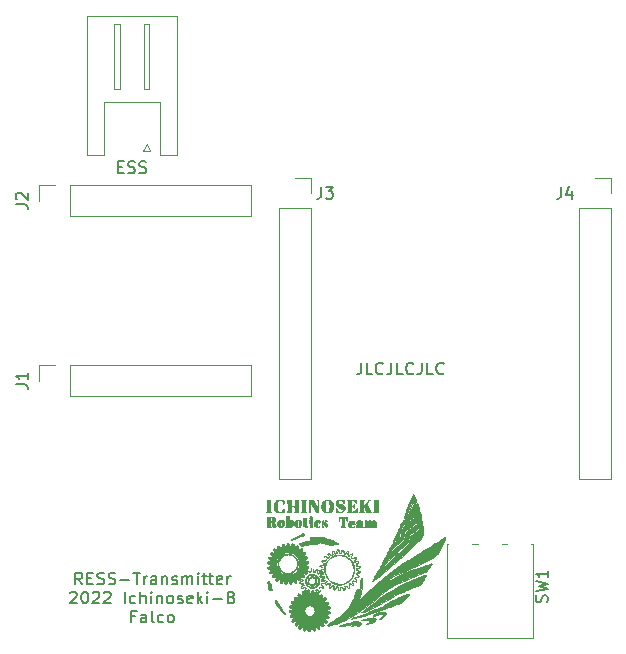
<source format=gbr>
%TF.GenerationSoftware,KiCad,Pcbnew,(6.0.8)*%
%TF.CreationDate,2022-10-07T14:48:36+09:00*%
%TF.ProjectId,Transmitter,5472616e-736d-4697-9474-65722e6b6963,rev?*%
%TF.SameCoordinates,Original*%
%TF.FileFunction,Legend,Top*%
%TF.FilePolarity,Positive*%
%FSLAX46Y46*%
G04 Gerber Fmt 4.6, Leading zero omitted, Abs format (unit mm)*
G04 Created by KiCad (PCBNEW (6.0.8)) date 2022-10-07 14:48:36*
%MOMM*%
%LPD*%
G01*
G04 APERTURE LIST*
%ADD10C,0.150000*%
%ADD11C,0.120000*%
%ADD12C,0.010000*%
G04 APERTURE END LIST*
D10*
X151666666Y-99452380D02*
X151666666Y-100166666D01*
X151619047Y-100309523D01*
X151523809Y-100404761D01*
X151380952Y-100452380D01*
X151285714Y-100452380D01*
X152619047Y-100452380D02*
X152142857Y-100452380D01*
X152142857Y-99452380D01*
X153523809Y-100357142D02*
X153476190Y-100404761D01*
X153333333Y-100452380D01*
X153238095Y-100452380D01*
X153095238Y-100404761D01*
X153000000Y-100309523D01*
X152952380Y-100214285D01*
X152904761Y-100023809D01*
X152904761Y-99880952D01*
X152952380Y-99690476D01*
X153000000Y-99595238D01*
X153095238Y-99500000D01*
X153238095Y-99452380D01*
X153333333Y-99452380D01*
X153476190Y-99500000D01*
X153523809Y-99547619D01*
X154238095Y-99452380D02*
X154238095Y-100166666D01*
X154190476Y-100309523D01*
X154095238Y-100404761D01*
X153952380Y-100452380D01*
X153857142Y-100452380D01*
X155190476Y-100452380D02*
X154714285Y-100452380D01*
X154714285Y-99452380D01*
X156095238Y-100357142D02*
X156047619Y-100404761D01*
X155904761Y-100452380D01*
X155809523Y-100452380D01*
X155666666Y-100404761D01*
X155571428Y-100309523D01*
X155523809Y-100214285D01*
X155476190Y-100023809D01*
X155476190Y-99880952D01*
X155523809Y-99690476D01*
X155571428Y-99595238D01*
X155666666Y-99500000D01*
X155809523Y-99452380D01*
X155904761Y-99452380D01*
X156047619Y-99500000D01*
X156095238Y-99547619D01*
X156809523Y-99452380D02*
X156809523Y-100166666D01*
X156761904Y-100309523D01*
X156666666Y-100404761D01*
X156523809Y-100452380D01*
X156428571Y-100452380D01*
X157761904Y-100452380D02*
X157285714Y-100452380D01*
X157285714Y-99452380D01*
X158666666Y-100357142D02*
X158619047Y-100404761D01*
X158476190Y-100452380D01*
X158380952Y-100452380D01*
X158238095Y-100404761D01*
X158142857Y-100309523D01*
X158095238Y-100214285D01*
X158047619Y-100023809D01*
X158047619Y-99880952D01*
X158095238Y-99690476D01*
X158142857Y-99595238D01*
X158238095Y-99500000D01*
X158380952Y-99452380D01*
X158476190Y-99452380D01*
X158619047Y-99500000D01*
X158666666Y-99547619D01*
X128056428Y-118222380D02*
X127723095Y-117746190D01*
X127485000Y-118222380D02*
X127485000Y-117222380D01*
X127865952Y-117222380D01*
X127961190Y-117270000D01*
X128008809Y-117317619D01*
X128056428Y-117412857D01*
X128056428Y-117555714D01*
X128008809Y-117650952D01*
X127961190Y-117698571D01*
X127865952Y-117746190D01*
X127485000Y-117746190D01*
X128485000Y-117698571D02*
X128818333Y-117698571D01*
X128961190Y-118222380D02*
X128485000Y-118222380D01*
X128485000Y-117222380D01*
X128961190Y-117222380D01*
X129342142Y-118174761D02*
X129485000Y-118222380D01*
X129723095Y-118222380D01*
X129818333Y-118174761D01*
X129865952Y-118127142D01*
X129913571Y-118031904D01*
X129913571Y-117936666D01*
X129865952Y-117841428D01*
X129818333Y-117793809D01*
X129723095Y-117746190D01*
X129532619Y-117698571D01*
X129437380Y-117650952D01*
X129389761Y-117603333D01*
X129342142Y-117508095D01*
X129342142Y-117412857D01*
X129389761Y-117317619D01*
X129437380Y-117270000D01*
X129532619Y-117222380D01*
X129770714Y-117222380D01*
X129913571Y-117270000D01*
X130294523Y-118174761D02*
X130437380Y-118222380D01*
X130675476Y-118222380D01*
X130770714Y-118174761D01*
X130818333Y-118127142D01*
X130865952Y-118031904D01*
X130865952Y-117936666D01*
X130818333Y-117841428D01*
X130770714Y-117793809D01*
X130675476Y-117746190D01*
X130485000Y-117698571D01*
X130389761Y-117650952D01*
X130342142Y-117603333D01*
X130294523Y-117508095D01*
X130294523Y-117412857D01*
X130342142Y-117317619D01*
X130389761Y-117270000D01*
X130485000Y-117222380D01*
X130723095Y-117222380D01*
X130865952Y-117270000D01*
X131294523Y-117841428D02*
X132056428Y-117841428D01*
X132389761Y-117222380D02*
X132961190Y-117222380D01*
X132675476Y-118222380D02*
X132675476Y-117222380D01*
X133294523Y-118222380D02*
X133294523Y-117555714D01*
X133294523Y-117746190D02*
X133342142Y-117650952D01*
X133389761Y-117603333D01*
X133485000Y-117555714D01*
X133580238Y-117555714D01*
X134342142Y-118222380D02*
X134342142Y-117698571D01*
X134294523Y-117603333D01*
X134199285Y-117555714D01*
X134008809Y-117555714D01*
X133913571Y-117603333D01*
X134342142Y-118174761D02*
X134246904Y-118222380D01*
X134008809Y-118222380D01*
X133913571Y-118174761D01*
X133865952Y-118079523D01*
X133865952Y-117984285D01*
X133913571Y-117889047D01*
X134008809Y-117841428D01*
X134246904Y-117841428D01*
X134342142Y-117793809D01*
X134818333Y-117555714D02*
X134818333Y-118222380D01*
X134818333Y-117650952D02*
X134865952Y-117603333D01*
X134961190Y-117555714D01*
X135104047Y-117555714D01*
X135199285Y-117603333D01*
X135246904Y-117698571D01*
X135246904Y-118222380D01*
X135675476Y-118174761D02*
X135770714Y-118222380D01*
X135961190Y-118222380D01*
X136056428Y-118174761D01*
X136104047Y-118079523D01*
X136104047Y-118031904D01*
X136056428Y-117936666D01*
X135961190Y-117889047D01*
X135818333Y-117889047D01*
X135723095Y-117841428D01*
X135675476Y-117746190D01*
X135675476Y-117698571D01*
X135723095Y-117603333D01*
X135818333Y-117555714D01*
X135961190Y-117555714D01*
X136056428Y-117603333D01*
X136532619Y-118222380D02*
X136532619Y-117555714D01*
X136532619Y-117650952D02*
X136580238Y-117603333D01*
X136675476Y-117555714D01*
X136818333Y-117555714D01*
X136913571Y-117603333D01*
X136961190Y-117698571D01*
X136961190Y-118222380D01*
X136961190Y-117698571D02*
X137008809Y-117603333D01*
X137104047Y-117555714D01*
X137246904Y-117555714D01*
X137342142Y-117603333D01*
X137389761Y-117698571D01*
X137389761Y-118222380D01*
X137865952Y-118222380D02*
X137865952Y-117555714D01*
X137865952Y-117222380D02*
X137818333Y-117270000D01*
X137865952Y-117317619D01*
X137913571Y-117270000D01*
X137865952Y-117222380D01*
X137865952Y-117317619D01*
X138199285Y-117555714D02*
X138580238Y-117555714D01*
X138342142Y-117222380D02*
X138342142Y-118079523D01*
X138389761Y-118174761D01*
X138485000Y-118222380D01*
X138580238Y-118222380D01*
X138770714Y-117555714D02*
X139151666Y-117555714D01*
X138913571Y-117222380D02*
X138913571Y-118079523D01*
X138961190Y-118174761D01*
X139056428Y-118222380D01*
X139151666Y-118222380D01*
X139865952Y-118174761D02*
X139770714Y-118222380D01*
X139580238Y-118222380D01*
X139485000Y-118174761D01*
X139437380Y-118079523D01*
X139437380Y-117698571D01*
X139485000Y-117603333D01*
X139580238Y-117555714D01*
X139770714Y-117555714D01*
X139865952Y-117603333D01*
X139913571Y-117698571D01*
X139913571Y-117793809D01*
X139437380Y-117889047D01*
X140342142Y-118222380D02*
X140342142Y-117555714D01*
X140342142Y-117746190D02*
X140389761Y-117650952D01*
X140437380Y-117603333D01*
X140532619Y-117555714D01*
X140627857Y-117555714D01*
X127032619Y-118927619D02*
X127080238Y-118880000D01*
X127175476Y-118832380D01*
X127413571Y-118832380D01*
X127508809Y-118880000D01*
X127556428Y-118927619D01*
X127604047Y-119022857D01*
X127604047Y-119118095D01*
X127556428Y-119260952D01*
X126985000Y-119832380D01*
X127604047Y-119832380D01*
X128223095Y-118832380D02*
X128318333Y-118832380D01*
X128413571Y-118880000D01*
X128461190Y-118927619D01*
X128508809Y-119022857D01*
X128556428Y-119213333D01*
X128556428Y-119451428D01*
X128508809Y-119641904D01*
X128461190Y-119737142D01*
X128413571Y-119784761D01*
X128318333Y-119832380D01*
X128223095Y-119832380D01*
X128127857Y-119784761D01*
X128080238Y-119737142D01*
X128032619Y-119641904D01*
X127985000Y-119451428D01*
X127985000Y-119213333D01*
X128032619Y-119022857D01*
X128080238Y-118927619D01*
X128127857Y-118880000D01*
X128223095Y-118832380D01*
X128937380Y-118927619D02*
X128985000Y-118880000D01*
X129080238Y-118832380D01*
X129318333Y-118832380D01*
X129413571Y-118880000D01*
X129461190Y-118927619D01*
X129508809Y-119022857D01*
X129508809Y-119118095D01*
X129461190Y-119260952D01*
X128889761Y-119832380D01*
X129508809Y-119832380D01*
X129889761Y-118927619D02*
X129937380Y-118880000D01*
X130032619Y-118832380D01*
X130270714Y-118832380D01*
X130365952Y-118880000D01*
X130413571Y-118927619D01*
X130461190Y-119022857D01*
X130461190Y-119118095D01*
X130413571Y-119260952D01*
X129842142Y-119832380D01*
X130461190Y-119832380D01*
X131651666Y-119832380D02*
X131651666Y-118832380D01*
X132556428Y-119784761D02*
X132461190Y-119832380D01*
X132270714Y-119832380D01*
X132175476Y-119784761D01*
X132127857Y-119737142D01*
X132080238Y-119641904D01*
X132080238Y-119356190D01*
X132127857Y-119260952D01*
X132175476Y-119213333D01*
X132270714Y-119165714D01*
X132461190Y-119165714D01*
X132556428Y-119213333D01*
X132985000Y-119832380D02*
X132985000Y-118832380D01*
X133413571Y-119832380D02*
X133413571Y-119308571D01*
X133365952Y-119213333D01*
X133270714Y-119165714D01*
X133127857Y-119165714D01*
X133032619Y-119213333D01*
X132985000Y-119260952D01*
X133889761Y-119832380D02*
X133889761Y-119165714D01*
X133889761Y-118832380D02*
X133842142Y-118880000D01*
X133889761Y-118927619D01*
X133937380Y-118880000D01*
X133889761Y-118832380D01*
X133889761Y-118927619D01*
X134365952Y-119165714D02*
X134365952Y-119832380D01*
X134365952Y-119260952D02*
X134413571Y-119213333D01*
X134508809Y-119165714D01*
X134651666Y-119165714D01*
X134746904Y-119213333D01*
X134794523Y-119308571D01*
X134794523Y-119832380D01*
X135413571Y-119832380D02*
X135318333Y-119784761D01*
X135270714Y-119737142D01*
X135223095Y-119641904D01*
X135223095Y-119356190D01*
X135270714Y-119260952D01*
X135318333Y-119213333D01*
X135413571Y-119165714D01*
X135556428Y-119165714D01*
X135651666Y-119213333D01*
X135699285Y-119260952D01*
X135746904Y-119356190D01*
X135746904Y-119641904D01*
X135699285Y-119737142D01*
X135651666Y-119784761D01*
X135556428Y-119832380D01*
X135413571Y-119832380D01*
X136127857Y-119784761D02*
X136223095Y-119832380D01*
X136413571Y-119832380D01*
X136508809Y-119784761D01*
X136556428Y-119689523D01*
X136556428Y-119641904D01*
X136508809Y-119546666D01*
X136413571Y-119499047D01*
X136270714Y-119499047D01*
X136175476Y-119451428D01*
X136127857Y-119356190D01*
X136127857Y-119308571D01*
X136175476Y-119213333D01*
X136270714Y-119165714D01*
X136413571Y-119165714D01*
X136508809Y-119213333D01*
X137365952Y-119784761D02*
X137270714Y-119832380D01*
X137080238Y-119832380D01*
X136985000Y-119784761D01*
X136937380Y-119689523D01*
X136937380Y-119308571D01*
X136985000Y-119213333D01*
X137080238Y-119165714D01*
X137270714Y-119165714D01*
X137365952Y-119213333D01*
X137413571Y-119308571D01*
X137413571Y-119403809D01*
X136937380Y-119499047D01*
X137842142Y-119832380D02*
X137842142Y-118832380D01*
X137937380Y-119451428D02*
X138223095Y-119832380D01*
X138223095Y-119165714D02*
X137842142Y-119546666D01*
X138651666Y-119832380D02*
X138651666Y-119165714D01*
X138651666Y-118832380D02*
X138604047Y-118880000D01*
X138651666Y-118927619D01*
X138699285Y-118880000D01*
X138651666Y-118832380D01*
X138651666Y-118927619D01*
X139127857Y-119451428D02*
X139889761Y-119451428D01*
X140699285Y-119308571D02*
X140842142Y-119356190D01*
X140889761Y-119403809D01*
X140937380Y-119499047D01*
X140937380Y-119641904D01*
X140889761Y-119737142D01*
X140842142Y-119784761D01*
X140746904Y-119832380D01*
X140365952Y-119832380D01*
X140365952Y-118832380D01*
X140699285Y-118832380D01*
X140794523Y-118880000D01*
X140842142Y-118927619D01*
X140889761Y-119022857D01*
X140889761Y-119118095D01*
X140842142Y-119213333D01*
X140794523Y-119260952D01*
X140699285Y-119308571D01*
X140365952Y-119308571D01*
X132532619Y-120918571D02*
X132199285Y-120918571D01*
X132199285Y-121442380D02*
X132199285Y-120442380D01*
X132675476Y-120442380D01*
X133485000Y-121442380D02*
X133485000Y-120918571D01*
X133437380Y-120823333D01*
X133342142Y-120775714D01*
X133151666Y-120775714D01*
X133056428Y-120823333D01*
X133485000Y-121394761D02*
X133389761Y-121442380D01*
X133151666Y-121442380D01*
X133056428Y-121394761D01*
X133008809Y-121299523D01*
X133008809Y-121204285D01*
X133056428Y-121109047D01*
X133151666Y-121061428D01*
X133389761Y-121061428D01*
X133485000Y-121013809D01*
X134104047Y-121442380D02*
X134008809Y-121394761D01*
X133961190Y-121299523D01*
X133961190Y-120442380D01*
X134913571Y-121394761D02*
X134818333Y-121442380D01*
X134627857Y-121442380D01*
X134532619Y-121394761D01*
X134485000Y-121347142D01*
X134437380Y-121251904D01*
X134437380Y-120966190D01*
X134485000Y-120870952D01*
X134532619Y-120823333D01*
X134627857Y-120775714D01*
X134818333Y-120775714D01*
X134913571Y-120823333D01*
X135485000Y-121442380D02*
X135389761Y-121394761D01*
X135342142Y-121347142D01*
X135294523Y-121251904D01*
X135294523Y-120966190D01*
X135342142Y-120870952D01*
X135389761Y-120823333D01*
X135485000Y-120775714D01*
X135627857Y-120775714D01*
X135723095Y-120823333D01*
X135770714Y-120870952D01*
X135818333Y-120966190D01*
X135818333Y-121251904D01*
X135770714Y-121347142D01*
X135723095Y-121394761D01*
X135627857Y-121442380D01*
X135485000Y-121442380D01*
%TO.C,J4*%
X168601666Y-84572380D02*
X168601666Y-85286666D01*
X168554047Y-85429523D01*
X168458809Y-85524761D01*
X168315952Y-85572380D01*
X168220714Y-85572380D01*
X169506428Y-84905714D02*
X169506428Y-85572380D01*
X169268333Y-84524761D02*
X169030238Y-85239047D01*
X169649285Y-85239047D01*
%TO.C,J3*%
X148281666Y-84572380D02*
X148281666Y-85286666D01*
X148234047Y-85429523D01*
X148138809Y-85524761D01*
X147995952Y-85572380D01*
X147900714Y-85572380D01*
X148662619Y-84572380D02*
X149281666Y-84572380D01*
X148948333Y-84953333D01*
X149091190Y-84953333D01*
X149186428Y-85000952D01*
X149234047Y-85048571D01*
X149281666Y-85143809D01*
X149281666Y-85381904D01*
X149234047Y-85477142D01*
X149186428Y-85524761D01*
X149091190Y-85572380D01*
X148805476Y-85572380D01*
X148710238Y-85524761D01*
X148662619Y-85477142D01*
%TO.C,J1*%
X122432380Y-101298333D02*
X123146666Y-101298333D01*
X123289523Y-101345952D01*
X123384761Y-101441190D01*
X123432380Y-101584047D01*
X123432380Y-101679285D01*
X123432380Y-100298333D02*
X123432380Y-100869761D01*
X123432380Y-100584047D02*
X122432380Y-100584047D01*
X122575238Y-100679285D01*
X122670476Y-100774523D01*
X122718095Y-100869761D01*
%TO.C,ESS*%
X131083333Y-82878571D02*
X131416666Y-82878571D01*
X131559523Y-83402380D02*
X131083333Y-83402380D01*
X131083333Y-82402380D01*
X131559523Y-82402380D01*
X131940476Y-83354761D02*
X132083333Y-83402380D01*
X132321428Y-83402380D01*
X132416666Y-83354761D01*
X132464285Y-83307142D01*
X132511904Y-83211904D01*
X132511904Y-83116666D01*
X132464285Y-83021428D01*
X132416666Y-82973809D01*
X132321428Y-82926190D01*
X132130952Y-82878571D01*
X132035714Y-82830952D01*
X131988095Y-82783333D01*
X131940476Y-82688095D01*
X131940476Y-82592857D01*
X131988095Y-82497619D01*
X132035714Y-82450000D01*
X132130952Y-82402380D01*
X132369047Y-82402380D01*
X132511904Y-82450000D01*
X132892857Y-83354761D02*
X133035714Y-83402380D01*
X133273809Y-83402380D01*
X133369047Y-83354761D01*
X133416666Y-83307142D01*
X133464285Y-83211904D01*
X133464285Y-83116666D01*
X133416666Y-83021428D01*
X133369047Y-82973809D01*
X133273809Y-82926190D01*
X133083333Y-82878571D01*
X132988095Y-82830952D01*
X132940476Y-82783333D01*
X132892857Y-82688095D01*
X132892857Y-82592857D01*
X132940476Y-82497619D01*
X132988095Y-82450000D01*
X133083333Y-82402380D01*
X133321428Y-82402380D01*
X133464285Y-82450000D01*
%TO.C,J2*%
X122432380Y-86058333D02*
X123146666Y-86058333D01*
X123289523Y-86105952D01*
X123384761Y-86201190D01*
X123432380Y-86344047D01*
X123432380Y-86439285D01*
X122527619Y-85629761D02*
X122480000Y-85582142D01*
X122432380Y-85486904D01*
X122432380Y-85248809D01*
X122480000Y-85153571D01*
X122527619Y-85105952D01*
X122622857Y-85058333D01*
X122718095Y-85058333D01*
X122860952Y-85105952D01*
X123432380Y-85677380D01*
X123432380Y-85058333D01*
%TO.C,SW1*%
X167414761Y-119723333D02*
X167462380Y-119580476D01*
X167462380Y-119342380D01*
X167414761Y-119247142D01*
X167367142Y-119199523D01*
X167271904Y-119151904D01*
X167176666Y-119151904D01*
X167081428Y-119199523D01*
X167033809Y-119247142D01*
X166986190Y-119342380D01*
X166938571Y-119532857D01*
X166890952Y-119628095D01*
X166843333Y-119675714D01*
X166748095Y-119723333D01*
X166652857Y-119723333D01*
X166557619Y-119675714D01*
X166510000Y-119628095D01*
X166462380Y-119532857D01*
X166462380Y-119294761D01*
X166510000Y-119151904D01*
X166462380Y-118818571D02*
X167462380Y-118580476D01*
X166748095Y-118390000D01*
X167462380Y-118199523D01*
X166462380Y-117961428D01*
X167462380Y-117056666D02*
X167462380Y-117628095D01*
X167462380Y-117342380D02*
X166462380Y-117342380D01*
X166605238Y-117437619D01*
X166700476Y-117532857D01*
X166748095Y-117628095D01*
D11*
%TO.C,J4*%
X170145000Y-86390000D02*
X170145000Y-109310000D01*
X170145000Y-86390000D02*
X172805000Y-86390000D01*
X170145000Y-109310000D02*
X172805000Y-109310000D01*
X172805000Y-83790000D02*
X172805000Y-85120000D01*
X172805000Y-86390000D02*
X172805000Y-109310000D01*
X171475000Y-83790000D02*
X172805000Y-83790000D01*
%TO.C,J3*%
X147405000Y-83790000D02*
X147405000Y-85120000D01*
X146075000Y-83790000D02*
X147405000Y-83790000D01*
X144745000Y-109310000D02*
X147405000Y-109310000D01*
X144745000Y-86390000D02*
X144745000Y-109310000D01*
X147405000Y-86390000D02*
X147405000Y-109310000D01*
X144745000Y-86390000D02*
X147405000Y-86390000D01*
%TO.C,J1*%
X124420000Y-100965000D02*
X124420000Y-99635000D01*
X127020000Y-102295000D02*
X142320000Y-102295000D01*
X124420000Y-99635000D02*
X125750000Y-99635000D01*
X127020000Y-99635000D02*
X142320000Y-99635000D01*
X142320000Y-102295000D02*
X142320000Y-99635000D01*
X127020000Y-102295000D02*
X127020000Y-99635000D01*
%TO.C,ESS*%
X133800000Y-81550000D02*
X133200000Y-81550000D01*
X134640000Y-77360000D02*
X132250000Y-77360000D01*
X136060000Y-70140000D02*
X136060000Y-81860000D01*
X128440000Y-70140000D02*
X128440000Y-81860000D01*
X134640000Y-81860000D02*
X134640000Y-77360000D01*
X131250000Y-70750000D02*
X130750000Y-70750000D01*
X133250000Y-76250000D02*
X133750000Y-76250000D01*
X132250000Y-70140000D02*
X128440000Y-70140000D01*
X131250000Y-76250000D02*
X131250000Y-70750000D01*
X130750000Y-76250000D02*
X131250000Y-76250000D01*
X130750000Y-70750000D02*
X130750000Y-76250000D01*
X133250000Y-70750000D02*
X133250000Y-76250000D01*
X133500000Y-80950000D02*
X133800000Y-81550000D01*
X129860000Y-77360000D02*
X132250000Y-77360000D01*
X128440000Y-81860000D02*
X129860000Y-81860000D01*
X129860000Y-81860000D02*
X129860000Y-77360000D01*
X133750000Y-76250000D02*
X133750000Y-70750000D01*
X133750000Y-70750000D02*
X133250000Y-70750000D01*
X132250000Y-70140000D02*
X136060000Y-70140000D01*
X136060000Y-81860000D02*
X134640000Y-81860000D01*
X133200000Y-81550000D02*
X133500000Y-80950000D01*
%TO.C,J2*%
X127020000Y-87055000D02*
X142320000Y-87055000D01*
X124420000Y-85725000D02*
X124420000Y-84395000D01*
X124420000Y-84395000D02*
X125750000Y-84395000D01*
X142320000Y-87055000D02*
X142320000Y-84395000D01*
X127020000Y-84395000D02*
X142320000Y-84395000D01*
X127020000Y-87055000D02*
X127020000Y-84395000D01*
%TO.C,SW1*%
X163560000Y-114790000D02*
X164060000Y-114790000D01*
X158910000Y-122740000D02*
X166210000Y-122740000D01*
X161060000Y-114790000D02*
X161560000Y-114790000D01*
X166210000Y-114790000D02*
X166060000Y-114790000D01*
X166210000Y-122740000D02*
X166210000Y-114790000D01*
X158910000Y-114790000D02*
X158910000Y-122740000D01*
X158910000Y-114790000D02*
X159060000Y-114790000D01*
%TO.C,J8*%
G36*
X147222493Y-117084561D02*
G01*
X147257007Y-117122223D01*
X147283590Y-117163092D01*
X147278383Y-117178667D01*
X147245282Y-117156654D01*
X147221222Y-117122223D01*
X147201066Y-117078447D01*
X147199846Y-117065778D01*
X147222493Y-117084561D01*
G37*
D12*
X147222493Y-117084561D02*
X147257007Y-117122223D01*
X147283590Y-117163092D01*
X147278383Y-117178667D01*
X147245282Y-117156654D01*
X147221222Y-117122223D01*
X147201066Y-117078447D01*
X147199846Y-117065778D01*
X147222493Y-117084561D01*
G36*
X147836644Y-114195067D02*
G01*
X148068089Y-114205370D01*
X148262609Y-114222080D01*
X148438937Y-114248518D01*
X148615808Y-114288002D01*
X148811956Y-114343852D01*
X148981080Y-114397850D01*
X149086088Y-114435862D01*
X149208802Y-114485683D01*
X149338747Y-114542370D01*
X149465449Y-114600981D01*
X149578432Y-114656572D01*
X149667221Y-114704201D01*
X149721343Y-114738923D01*
X149733000Y-114752686D01*
X149707918Y-114775800D01*
X149645180Y-114795437D01*
X149563551Y-114806414D01*
X149535444Y-114807253D01*
X149473441Y-114813606D01*
X149376918Y-114830290D01*
X149266075Y-114853788D01*
X149259107Y-114855408D01*
X149053326Y-114903539D01*
X148821663Y-114828992D01*
X148673310Y-114785203D01*
X148505725Y-114741640D01*
X148354820Y-114707629D01*
X148352824Y-114707231D01*
X148237751Y-114684980D01*
X148164941Y-114674480D01*
X148121357Y-114676170D01*
X148093961Y-114690492D01*
X148070602Y-114716773D01*
X148047086Y-114739747D01*
X148012446Y-114756350D01*
X147957013Y-114768153D01*
X147871117Y-114776725D01*
X147745086Y-114783636D01*
X147630444Y-114788228D01*
X147415145Y-114799930D01*
X147235805Y-114818931D01*
X147072131Y-114847863D01*
X146953758Y-114876019D01*
X146810804Y-114912581D01*
X146710570Y-114935068D01*
X146641180Y-114943730D01*
X146590755Y-114938813D01*
X146547419Y-114920566D01*
X146499295Y-114889236D01*
X146494076Y-114885612D01*
X146430871Y-114826659D01*
X146413119Y-114774661D01*
X146441981Y-114738514D01*
X146473657Y-114729259D01*
X146548077Y-114710033D01*
X146586222Y-114695691D01*
X146710733Y-114649069D01*
X146864407Y-114602676D01*
X147021492Y-114563505D01*
X147156238Y-114538546D01*
X147172626Y-114536495D01*
X147263349Y-114522258D01*
X147329183Y-114504765D01*
X147351712Y-114491910D01*
X147360752Y-114450535D01*
X147366015Y-114373816D01*
X147366617Y-114322987D01*
X147365510Y-114179975D01*
X147836644Y-114195067D01*
G37*
X147836644Y-114195067D02*
X148068089Y-114205370D01*
X148262609Y-114222080D01*
X148438937Y-114248518D01*
X148615808Y-114288002D01*
X148811956Y-114343852D01*
X148981080Y-114397850D01*
X149086088Y-114435862D01*
X149208802Y-114485683D01*
X149338747Y-114542370D01*
X149465449Y-114600981D01*
X149578432Y-114656572D01*
X149667221Y-114704201D01*
X149721343Y-114738923D01*
X149733000Y-114752686D01*
X149707918Y-114775800D01*
X149645180Y-114795437D01*
X149563551Y-114806414D01*
X149535444Y-114807253D01*
X149473441Y-114813606D01*
X149376918Y-114830290D01*
X149266075Y-114853788D01*
X149259107Y-114855408D01*
X149053326Y-114903539D01*
X148821663Y-114828992D01*
X148673310Y-114785203D01*
X148505725Y-114741640D01*
X148354820Y-114707629D01*
X148352824Y-114707231D01*
X148237751Y-114684980D01*
X148164941Y-114674480D01*
X148121357Y-114676170D01*
X148093961Y-114690492D01*
X148070602Y-114716773D01*
X148047086Y-114739747D01*
X148012446Y-114756350D01*
X147957013Y-114768153D01*
X147871117Y-114776725D01*
X147745086Y-114783636D01*
X147630444Y-114788228D01*
X147415145Y-114799930D01*
X147235805Y-114818931D01*
X147072131Y-114847863D01*
X146953758Y-114876019D01*
X146810804Y-114912581D01*
X146710570Y-114935068D01*
X146641180Y-114943730D01*
X146590755Y-114938813D01*
X146547419Y-114920566D01*
X146499295Y-114889236D01*
X146494076Y-114885612D01*
X146430871Y-114826659D01*
X146413119Y-114774661D01*
X146441981Y-114738514D01*
X146473657Y-114729259D01*
X146548077Y-114710033D01*
X146586222Y-114695691D01*
X146710733Y-114649069D01*
X146864407Y-114602676D01*
X147021492Y-114563505D01*
X147156238Y-114538546D01*
X147172626Y-114536495D01*
X147263349Y-114522258D01*
X147329183Y-114504765D01*
X147351712Y-114491910D01*
X147360752Y-114450535D01*
X147366015Y-114373816D01*
X147366617Y-114322987D01*
X147365510Y-114179975D01*
X147836644Y-114195067D01*
G36*
X149337889Y-118603889D02*
G01*
X149364812Y-118629250D01*
X149366111Y-118633777D01*
X149344275Y-118645899D01*
X149337889Y-118646223D01*
X149310751Y-118624527D01*
X149309666Y-118616335D01*
X149326956Y-118599479D01*
X149337889Y-118603889D01*
G37*
X149337889Y-118603889D02*
X149364812Y-118629250D01*
X149366111Y-118633777D01*
X149344275Y-118645899D01*
X149337889Y-118646223D01*
X149310751Y-118624527D01*
X149309666Y-118616335D01*
X149326956Y-118599479D01*
X149337889Y-118603889D01*
G36*
X143894840Y-117999849D02*
G01*
X143956754Y-118081250D01*
X143977209Y-118132631D01*
X144002061Y-118218935D01*
X144028317Y-118326062D01*
X144052987Y-118439909D01*
X144073079Y-118546377D01*
X144085601Y-118631363D01*
X144087561Y-118680766D01*
X144085258Y-118686984D01*
X144053086Y-118698575D01*
X143987109Y-118713821D01*
X143969073Y-118717315D01*
X143897872Y-118726066D01*
X143860775Y-118712013D01*
X143838574Y-118670443D01*
X143823468Y-118615243D01*
X143802786Y-118519498D01*
X143779667Y-118398435D01*
X143764192Y-118309637D01*
X143742797Y-118178158D01*
X143731298Y-118091130D01*
X143729680Y-118037436D01*
X143737926Y-118005959D01*
X143756020Y-117985583D01*
X143763721Y-117979714D01*
X143827776Y-117962504D01*
X143894840Y-117999849D01*
G37*
X143894840Y-117999849D02*
X143956754Y-118081250D01*
X143977209Y-118132631D01*
X144002061Y-118218935D01*
X144028317Y-118326062D01*
X144052987Y-118439909D01*
X144073079Y-118546377D01*
X144085601Y-118631363D01*
X144087561Y-118680766D01*
X144085258Y-118686984D01*
X144053086Y-118698575D01*
X143987109Y-118713821D01*
X143969073Y-118717315D01*
X143897872Y-118726066D01*
X143860775Y-118712013D01*
X143838574Y-118670443D01*
X143823468Y-118615243D01*
X143802786Y-118519498D01*
X143779667Y-118398435D01*
X143764192Y-118309637D01*
X143742797Y-118178158D01*
X143731298Y-118091130D01*
X143729680Y-118037436D01*
X143737926Y-118005959D01*
X143756020Y-117985583D01*
X143763721Y-117979714D01*
X143827776Y-117962504D01*
X143894840Y-117999849D01*
G36*
X151468666Y-113253230D02*
G01*
X151466917Y-113337709D01*
X151455997Y-113380136D01*
X151427402Y-113394902D01*
X151384000Y-113396457D01*
X151309637Y-113388274D01*
X151260527Y-113371445D01*
X151231501Y-113325222D01*
X151222491Y-113254662D01*
X151235164Y-113188806D01*
X151248852Y-113167970D01*
X151293620Y-113145162D01*
X151365882Y-113126301D01*
X151372324Y-113125206D01*
X151468666Y-113109572D01*
X151468666Y-113253230D01*
G37*
X151468666Y-113253230D02*
X151466917Y-113337709D01*
X151455997Y-113380136D01*
X151427402Y-113394902D01*
X151384000Y-113396457D01*
X151309637Y-113388274D01*
X151260527Y-113371445D01*
X151231501Y-113325222D01*
X151222491Y-113254662D01*
X151235164Y-113188806D01*
X151248852Y-113167970D01*
X151293620Y-113145162D01*
X151365882Y-113126301D01*
X151372324Y-113125206D01*
X151468666Y-113109572D01*
X151468666Y-113253230D01*
G36*
X151117683Y-116267848D02*
G01*
X151154894Y-116289500D01*
X151156239Y-116306987D01*
X151119532Y-116330996D01*
X151084311Y-116304934D01*
X151078686Y-116292861D01*
X151082030Y-116265338D01*
X151117683Y-116267848D01*
G37*
X151117683Y-116267848D02*
X151154894Y-116289500D01*
X151156239Y-116306987D01*
X151119532Y-116330996D01*
X151084311Y-116304934D01*
X151078686Y-116292861D01*
X151082030Y-116265338D01*
X151117683Y-116267848D01*
G36*
X151325816Y-116868623D02*
G01*
X151299939Y-116912616D01*
X151269347Y-116947937D01*
X151258920Y-116937889D01*
X151257897Y-116919277D01*
X151272887Y-116867588D01*
X151287099Y-116852951D01*
X151323334Y-116842301D01*
X151325816Y-116868623D01*
G37*
X151325816Y-116868623D02*
X151299939Y-116912616D01*
X151269347Y-116947937D01*
X151258920Y-116937889D01*
X151257897Y-116919277D01*
X151272887Y-116867588D01*
X151287099Y-116852951D01*
X151323334Y-116842301D01*
X151325816Y-116868623D01*
G36*
X147586789Y-116945850D02*
G01*
X147602222Y-116981112D01*
X147611956Y-117034506D01*
X147607376Y-117055921D01*
X147589432Y-117044596D01*
X147574000Y-117009334D01*
X147564266Y-116955940D01*
X147568846Y-116934524D01*
X147586789Y-116945850D01*
G37*
X147586789Y-116945850D02*
X147602222Y-116981112D01*
X147611956Y-117034506D01*
X147607376Y-117055921D01*
X147589432Y-117044596D01*
X147574000Y-117009334D01*
X147564266Y-116955940D01*
X147568846Y-116934524D01*
X147586789Y-116945850D01*
G36*
X145530020Y-112641945D02*
G01*
X145531825Y-112871465D01*
X145531818Y-113049422D01*
X145529886Y-113180674D01*
X145525921Y-113270075D01*
X145519813Y-113322482D01*
X145514216Y-113339734D01*
X145477610Y-113356464D01*
X145405345Y-113365726D01*
X145363945Y-113366439D01*
X145294580Y-113362586D01*
X145262995Y-113355193D01*
X145266833Y-113349976D01*
X145281131Y-113327889D01*
X145291362Y-113271083D01*
X145297965Y-113173796D01*
X145301379Y-113030263D01*
X145302111Y-112886537D01*
X145302111Y-112437334D01*
X145527889Y-112437334D01*
X145530020Y-112641945D01*
G37*
X145530020Y-112641945D02*
X145531825Y-112871465D01*
X145531818Y-113049422D01*
X145529886Y-113180674D01*
X145525921Y-113270075D01*
X145519813Y-113322482D01*
X145514216Y-113339734D01*
X145477610Y-113356464D01*
X145405345Y-113365726D01*
X145363945Y-113366439D01*
X145294580Y-113362586D01*
X145262995Y-113355193D01*
X145266833Y-113349976D01*
X145281131Y-113327889D01*
X145291362Y-113271083D01*
X145297965Y-113173796D01*
X145301379Y-113030263D01*
X145302111Y-112886537D01*
X145302111Y-112437334D01*
X145527889Y-112437334D01*
X145530020Y-112641945D01*
G36*
X150992534Y-117896859D02*
G01*
X150967722Y-117914705D01*
X150926709Y-117956790D01*
X150918333Y-117984403D01*
X150902641Y-118021051D01*
X150890111Y-118025334D01*
X150862678Y-118007080D01*
X150861889Y-118001486D01*
X150882425Y-117963638D01*
X150928322Y-117918888D01*
X150976004Y-117888469D01*
X150991111Y-117885081D01*
X150992534Y-117896859D01*
G37*
X150992534Y-117896859D02*
X150967722Y-117914705D01*
X150926709Y-117956790D01*
X150918333Y-117984403D01*
X150902641Y-118021051D01*
X150890111Y-118025334D01*
X150862678Y-118007080D01*
X150861889Y-118001486D01*
X150882425Y-117963638D01*
X150928322Y-117918888D01*
X150976004Y-117888469D01*
X150991111Y-117885081D01*
X150992534Y-117896859D01*
G36*
X148768626Y-111059030D02*
G01*
X148759337Y-111069031D01*
X148727589Y-111082239D01*
X148676896Y-111120948D01*
X148640693Y-111193837D01*
X148617550Y-111306823D01*
X148606036Y-111465819D01*
X148604111Y-111593041D01*
X148608010Y-111778048D01*
X148621482Y-111913754D01*
X148647189Y-112006874D01*
X148687795Y-112064128D01*
X148745961Y-112092232D01*
X148804348Y-112098235D01*
X148872547Y-112088714D01*
X148922103Y-112054392D01*
X148956199Y-111988018D01*
X148978017Y-111882342D01*
X148990739Y-111730115D01*
X148993528Y-111667280D01*
X148996368Y-111464108D01*
X148986642Y-111310459D01*
X148963065Y-111200551D01*
X148924352Y-111128601D01*
X148869221Y-111088826D01*
X148864667Y-111087081D01*
X148816668Y-111068362D01*
X148815760Y-111060100D01*
X148866053Y-111057202D01*
X148889215Y-111056673D01*
X149009419Y-111080142D01*
X149125009Y-111149083D01*
X149220496Y-111253581D01*
X149236488Y-111279018D01*
X149277488Y-111390810D01*
X149295880Y-111532812D01*
X149291572Y-111683477D01*
X149264472Y-111821254D01*
X149239087Y-111885179D01*
X149169924Y-111993639D01*
X149085719Y-112064082D01*
X148973411Y-112103859D01*
X148821401Y-112120262D01*
X148703076Y-112121767D01*
X148620026Y-112111986D01*
X148551598Y-112087276D01*
X148512157Y-112065670D01*
X148398243Y-111968312D01*
X148327223Y-111836346D01*
X148298453Y-111668234D01*
X148300379Y-111560181D01*
X148332472Y-111385164D01*
X148398335Y-111241251D01*
X148492807Y-111134595D01*
X148610728Y-111071346D01*
X148723149Y-111056234D01*
X148768626Y-111059030D01*
G37*
X148768626Y-111059030D02*
X148759337Y-111069031D01*
X148727589Y-111082239D01*
X148676896Y-111120948D01*
X148640693Y-111193837D01*
X148617550Y-111306823D01*
X148606036Y-111465819D01*
X148604111Y-111593041D01*
X148608010Y-111778048D01*
X148621482Y-111913754D01*
X148647189Y-112006874D01*
X148687795Y-112064128D01*
X148745961Y-112092232D01*
X148804348Y-112098235D01*
X148872547Y-112088714D01*
X148922103Y-112054392D01*
X148956199Y-111988018D01*
X148978017Y-111882342D01*
X148990739Y-111730115D01*
X148993528Y-111667280D01*
X148996368Y-111464108D01*
X148986642Y-111310459D01*
X148963065Y-111200551D01*
X148924352Y-111128601D01*
X148869221Y-111088826D01*
X148864667Y-111087081D01*
X148816668Y-111068362D01*
X148815760Y-111060100D01*
X148866053Y-111057202D01*
X148889215Y-111056673D01*
X149009419Y-111080142D01*
X149125009Y-111149083D01*
X149220496Y-111253581D01*
X149236488Y-111279018D01*
X149277488Y-111390810D01*
X149295880Y-111532812D01*
X149291572Y-111683477D01*
X149264472Y-111821254D01*
X149239087Y-111885179D01*
X149169924Y-111993639D01*
X149085719Y-112064082D01*
X148973411Y-112103859D01*
X148821401Y-112120262D01*
X148703076Y-112121767D01*
X148620026Y-112111986D01*
X148551598Y-112087276D01*
X148512157Y-112065670D01*
X148398243Y-111968312D01*
X148327223Y-111836346D01*
X148298453Y-111668234D01*
X148300379Y-111560181D01*
X148332472Y-111385164D01*
X148398335Y-111241251D01*
X148492807Y-111134595D01*
X148610728Y-111071346D01*
X148723149Y-111056234D01*
X148768626Y-111059030D01*
G36*
X151091069Y-115919814D02*
G01*
X151053701Y-115948036D01*
X151023851Y-115965112D01*
X150932758Y-116008635D01*
X150880828Y-116019109D01*
X150862179Y-115997500D01*
X150861889Y-115991668D01*
X150879172Y-115974798D01*
X150890061Y-115979192D01*
X150931527Y-115977618D01*
X150981007Y-115952635D01*
X151043581Y-115919280D01*
X151086472Y-115908667D01*
X151091069Y-115919814D01*
G37*
X151091069Y-115919814D02*
X151053701Y-115948036D01*
X151023851Y-115965112D01*
X150932758Y-116008635D01*
X150880828Y-116019109D01*
X150862179Y-115997500D01*
X150861889Y-115991668D01*
X150879172Y-115974798D01*
X150890061Y-115979192D01*
X150931527Y-115977618D01*
X150981007Y-115952635D01*
X151043581Y-115919280D01*
X151086472Y-115908667D01*
X151091069Y-115919814D01*
G36*
X147454071Y-116852575D02*
G01*
X147443857Y-116907047D01*
X147429080Y-116952889D01*
X147406335Y-117011614D01*
X147395764Y-117020184D01*
X147392600Y-116982283D01*
X147392580Y-116981112D01*
X147401857Y-116909280D01*
X147417675Y-116869040D01*
X147445019Y-116837522D01*
X147454071Y-116852575D01*
G37*
X147454071Y-116852575D02*
X147443857Y-116907047D01*
X147429080Y-116952889D01*
X147406335Y-117011614D01*
X147395764Y-117020184D01*
X147392600Y-116982283D01*
X147392580Y-116981112D01*
X147401857Y-116909280D01*
X147417675Y-116869040D01*
X147445019Y-116837522D01*
X147454071Y-116852575D01*
G36*
X151426333Y-116374334D02*
G01*
X151412222Y-116388445D01*
X151398111Y-116374334D01*
X151412222Y-116360223D01*
X151426333Y-116374334D01*
G37*
X151426333Y-116374334D02*
X151412222Y-116388445D01*
X151398111Y-116374334D01*
X151412222Y-116360223D01*
X151426333Y-116374334D01*
G36*
X148220090Y-118414028D02*
G01*
X148225274Y-118416296D01*
X148306409Y-118441481D01*
X148365550Y-118448667D01*
X148417949Y-118458496D01*
X148434777Y-118476889D01*
X148411704Y-118500275D01*
X148353743Y-118502380D01*
X148277781Y-118484399D01*
X148225967Y-118462100D01*
X148165259Y-118432766D01*
X148133837Y-118435744D01*
X148110322Y-118478461D01*
X148099218Y-118506145D01*
X148079115Y-118551865D01*
X148071428Y-118546886D01*
X148069677Y-118515623D01*
X148088802Y-118441097D01*
X148143156Y-118404541D01*
X148220090Y-118414028D01*
G37*
X148220090Y-118414028D02*
X148225274Y-118416296D01*
X148306409Y-118441481D01*
X148365550Y-118448667D01*
X148417949Y-118458496D01*
X148434777Y-118476889D01*
X148411704Y-118500275D01*
X148353743Y-118502380D01*
X148277781Y-118484399D01*
X148225967Y-118462100D01*
X148165259Y-118432766D01*
X148133837Y-118435744D01*
X148110322Y-118478461D01*
X148099218Y-118506145D01*
X148079115Y-118551865D01*
X148071428Y-118546886D01*
X148069677Y-118515623D01*
X148088802Y-118441097D01*
X148143156Y-118404541D01*
X148220090Y-118414028D01*
G36*
X148026273Y-118739746D02*
G01*
X148046722Y-118755512D01*
X148085808Y-118790326D01*
X148096111Y-118804900D01*
X148082382Y-118813348D01*
X148044865Y-118777094D01*
X148036066Y-118766167D01*
X148011658Y-118732738D01*
X148026273Y-118739746D01*
G37*
X148026273Y-118739746D02*
X148046722Y-118755512D01*
X148085808Y-118790326D01*
X148096111Y-118804900D01*
X148082382Y-118813348D01*
X148044865Y-118777094D01*
X148036066Y-118766167D01*
X148011658Y-118732738D01*
X148026273Y-118739746D01*
G36*
X150664793Y-118463063D02*
G01*
X150681074Y-118496885D01*
X150677239Y-118507062D01*
X150636294Y-118529738D01*
X150578502Y-118529750D01*
X150538960Y-118507743D01*
X150547990Y-118493321D01*
X150579627Y-118496924D01*
X150625575Y-118495865D01*
X150636111Y-118478515D01*
X150653271Y-118458753D01*
X150664793Y-118463063D01*
G37*
X150664793Y-118463063D02*
X150681074Y-118496885D01*
X150677239Y-118507062D01*
X150636294Y-118529738D01*
X150578502Y-118529750D01*
X150538960Y-118507743D01*
X150547990Y-118493321D01*
X150579627Y-118496924D01*
X150625575Y-118495865D01*
X150636111Y-118478515D01*
X150653271Y-118458753D01*
X150664793Y-118463063D01*
G36*
X153437971Y-116456737D02*
G01*
X153536930Y-116264357D01*
X153642636Y-116056819D01*
X153750567Y-115843005D01*
X153856201Y-115631797D01*
X153955016Y-115432079D01*
X154007535Y-115324399D01*
X154198911Y-115324399D01*
X154204008Y-115340544D01*
X154205458Y-115342986D01*
X154233454Y-115367414D01*
X154275747Y-115362240D01*
X154340376Y-115323989D01*
X154435382Y-115249186D01*
X154449105Y-115237673D01*
X154537001Y-115162569D01*
X154650531Y-115064110D01*
X154773278Y-114956592D01*
X154861566Y-114878556D01*
X154972510Y-114780317D01*
X155078725Y-114686763D01*
X155167089Y-114609422D01*
X155218405Y-114565006D01*
X155296490Y-114479450D01*
X155321000Y-114403821D01*
X155328284Y-114334442D01*
X155347406Y-114228631D01*
X155374267Y-114104108D01*
X155404769Y-113978587D01*
X155434814Y-113869789D01*
X155460303Y-113795428D01*
X155463258Y-113788810D01*
X155498096Y-113749066D01*
X155571606Y-113686563D01*
X155674220Y-113607852D01*
X155796371Y-113519483D01*
X155928492Y-113428006D01*
X156061015Y-113339970D01*
X156184372Y-113261925D01*
X156288997Y-113200423D01*
X156365322Y-113162012D01*
X156391840Y-113153088D01*
X156482370Y-113118325D01*
X156524622Y-113062117D01*
X156521701Y-113005740D01*
X156479287Y-112946695D01*
X156414742Y-112924746D01*
X156348099Y-112939461D01*
X156299387Y-112990405D01*
X156291796Y-113010715D01*
X156259209Y-113052712D01*
X156178386Y-113120433D01*
X156050763Y-113212791D01*
X155877773Y-113328699D01*
X155837942Y-113354556D01*
X155696270Y-113447830D01*
X155569658Y-113534440D01*
X155466449Y-113608418D01*
X155394984Y-113663798D01*
X155364426Y-113693223D01*
X155349472Y-113720410D01*
X155334194Y-113759709D01*
X155316518Y-113819005D01*
X155294372Y-113906186D01*
X155265685Y-114029140D01*
X155228383Y-114195752D01*
X155207436Y-114290698D01*
X155195384Y-114340122D01*
X155179473Y-114383182D01*
X155153968Y-114426212D01*
X155113130Y-114475545D01*
X155051224Y-114537515D01*
X154962511Y-114618453D01*
X154841255Y-114724694D01*
X154716768Y-114832329D01*
X154551071Y-114975608D01*
X154423662Y-115086852D01*
X154329914Y-115170685D01*
X154265194Y-115231733D01*
X154224874Y-115274618D01*
X154204323Y-115303965D01*
X154198911Y-115324399D01*
X154007535Y-115324399D01*
X154042490Y-115252731D01*
X154048732Y-115239800D01*
X154120041Y-115093432D01*
X154175014Y-114987421D01*
X154221358Y-114911055D01*
X154266781Y-114853622D01*
X154318987Y-114804412D01*
X154385685Y-114752711D01*
X154414215Y-114731800D01*
X154628999Y-114569124D01*
X154795344Y-114429667D01*
X154912672Y-114313977D01*
X154980401Y-114222602D01*
X154996763Y-114180807D01*
X155013971Y-114110092D01*
X155043536Y-114000210D01*
X155081322Y-113865429D01*
X155123192Y-113720018D01*
X155165011Y-113578246D01*
X155202641Y-113454380D01*
X155231947Y-113362690D01*
X155243224Y-113330602D01*
X155285069Y-113273898D01*
X155372802Y-113196860D01*
X155501248Y-113103209D01*
X155665232Y-112996666D01*
X155859580Y-112880954D01*
X155901855Y-112856916D01*
X155964576Y-112819719D01*
X156012646Y-112782985D01*
X156052247Y-112736917D01*
X156089564Y-112671716D01*
X156130781Y-112577584D01*
X156182081Y-112444722D01*
X156211186Y-112366778D01*
X156249539Y-112272028D01*
X156284443Y-112216188D01*
X156328754Y-112184127D01*
X156383201Y-112164336D01*
X156479585Y-112141531D01*
X156571464Y-112129447D01*
X156581012Y-112129058D01*
X156669802Y-112126889D01*
X156715023Y-112373834D01*
X156747446Y-112560136D01*
X156780355Y-112765679D01*
X156812293Y-112979651D01*
X156841802Y-113191242D01*
X156867422Y-113389639D01*
X156887698Y-113564032D01*
X156901169Y-113703608D01*
X156906307Y-113792281D01*
X156903929Y-113903678D01*
X156889449Y-114003437D01*
X156858473Y-114098721D01*
X156806610Y-114196693D01*
X156729464Y-114304513D01*
X156622644Y-114429345D01*
X156481756Y-114578351D01*
X156330863Y-114730427D01*
X156186093Y-114873251D01*
X156038509Y-115016717D01*
X155898485Y-115150893D01*
X155776392Y-115265847D01*
X155682605Y-115351647D01*
X155675079Y-115358334D01*
X155554814Y-115465776D01*
X155414990Y-115592230D01*
X155277217Y-115718094D01*
X155208312Y-115781667D01*
X154867110Y-116096870D01*
X154562215Y-116376025D01*
X154289621Y-116622597D01*
X154045325Y-116840050D01*
X153825323Y-117031848D01*
X153625612Y-117201455D01*
X153442189Y-117352335D01*
X153271049Y-117487953D01*
X153108189Y-117611771D01*
X153009160Y-117684465D01*
X152862384Y-117789890D01*
X152755120Y-117864524D01*
X152681912Y-117911698D01*
X152637307Y-117934739D01*
X152615850Y-117936978D01*
X152611666Y-117927055D01*
X152625290Y-117897544D01*
X152663137Y-117827543D01*
X152720672Y-117725131D01*
X152793361Y-117598389D01*
X152870785Y-117465425D01*
X152962246Y-117309189D01*
X153051404Y-117156476D01*
X153131221Y-117019367D01*
X153194662Y-116909945D01*
X153226807Y-116854112D01*
X153278388Y-116760497D01*
X153294962Y-116729277D01*
X153486555Y-116729277D01*
X153505167Y-116755712D01*
X153554593Y-116746476D01*
X153625216Y-116705282D01*
X153693025Y-116649500D01*
X153756071Y-116590688D01*
X153848722Y-116503725D01*
X153959620Y-116399292D01*
X154077408Y-116288074D01*
X154105562Y-116261445D01*
X154279303Y-116097097D01*
X154464734Y-115921774D01*
X154655459Y-115741519D01*
X154845079Y-115562374D01*
X155027195Y-115390381D01*
X155195410Y-115231582D01*
X155343326Y-115092020D01*
X155464544Y-114977737D01*
X155552666Y-114894775D01*
X155567944Y-114880417D01*
X155654896Y-114796241D01*
X155707626Y-114735544D01*
X155734609Y-114684887D01*
X155744319Y-114630830D01*
X155745338Y-114599093D01*
X155754252Y-114492580D01*
X155776155Y-114365593D01*
X155806103Y-114240637D01*
X155839151Y-114140217D01*
X155852508Y-114111253D01*
X155888473Y-114070313D01*
X155960969Y-114005846D01*
X156059570Y-113925642D01*
X156173850Y-113837496D01*
X156293382Y-113749199D01*
X156407740Y-113668545D01*
X156506499Y-113603324D01*
X156579231Y-113561331D01*
X156600623Y-113552112D01*
X156686121Y-113506407D01*
X156727195Y-113446472D01*
X156718145Y-113381102D01*
X156714973Y-113375723D01*
X156656994Y-113323904D01*
X156589830Y-113322129D01*
X156528556Y-113369475D01*
X156516516Y-113387848D01*
X156471009Y-113444343D01*
X156394978Y-113517305D01*
X156304504Y-113591362D01*
X156300389Y-113594445D01*
X156195244Y-113674103D01*
X156069786Y-113770906D01*
X155947654Y-113866584D01*
X155923145Y-113886013D01*
X155825883Y-113964861D01*
X155765043Y-114020937D01*
X155732131Y-114065652D01*
X155718652Y-114110418D01*
X155716111Y-114164162D01*
X155705987Y-114284476D01*
X155679168Y-114417269D01*
X155640983Y-114543865D01*
X155596762Y-114645591D01*
X155565666Y-114691355D01*
X155527393Y-114730106D01*
X155454939Y-114800744D01*
X155355304Y-114896554D01*
X155235484Y-115010816D01*
X155102477Y-115136814D01*
X155052889Y-115183588D01*
X154886268Y-115340613D01*
X154735659Y-115482655D01*
X154591781Y-115618489D01*
X154445351Y-115756886D01*
X154287089Y-115906620D01*
X154107711Y-116076466D01*
X153897937Y-116275195D01*
X153866466Y-116305014D01*
X153715213Y-116451973D01*
X153600400Y-116571434D01*
X153524224Y-116660943D01*
X153488882Y-116718046D01*
X153486555Y-116729277D01*
X153294962Y-116729277D01*
X153350283Y-116625078D01*
X153437971Y-116456737D01*
G37*
X153437971Y-116456737D02*
X153536930Y-116264357D01*
X153642636Y-116056819D01*
X153750567Y-115843005D01*
X153856201Y-115631797D01*
X153955016Y-115432079D01*
X154007535Y-115324399D01*
X154198911Y-115324399D01*
X154204008Y-115340544D01*
X154205458Y-115342986D01*
X154233454Y-115367414D01*
X154275747Y-115362240D01*
X154340376Y-115323989D01*
X154435382Y-115249186D01*
X154449105Y-115237673D01*
X154537001Y-115162569D01*
X154650531Y-115064110D01*
X154773278Y-114956592D01*
X154861566Y-114878556D01*
X154972510Y-114780317D01*
X155078725Y-114686763D01*
X155167089Y-114609422D01*
X155218405Y-114565006D01*
X155296490Y-114479450D01*
X155321000Y-114403821D01*
X155328284Y-114334442D01*
X155347406Y-114228631D01*
X155374267Y-114104108D01*
X155404769Y-113978587D01*
X155434814Y-113869789D01*
X155460303Y-113795428D01*
X155463258Y-113788810D01*
X155498096Y-113749066D01*
X155571606Y-113686563D01*
X155674220Y-113607852D01*
X155796371Y-113519483D01*
X155928492Y-113428006D01*
X156061015Y-113339970D01*
X156184372Y-113261925D01*
X156288997Y-113200423D01*
X156365322Y-113162012D01*
X156391840Y-113153088D01*
X156482370Y-113118325D01*
X156524622Y-113062117D01*
X156521701Y-113005740D01*
X156479287Y-112946695D01*
X156414742Y-112924746D01*
X156348099Y-112939461D01*
X156299387Y-112990405D01*
X156291796Y-113010715D01*
X156259209Y-113052712D01*
X156178386Y-113120433D01*
X156050763Y-113212791D01*
X155877773Y-113328699D01*
X155837942Y-113354556D01*
X155696270Y-113447830D01*
X155569658Y-113534440D01*
X155466449Y-113608418D01*
X155394984Y-113663798D01*
X155364426Y-113693223D01*
X155349472Y-113720410D01*
X155334194Y-113759709D01*
X155316518Y-113819005D01*
X155294372Y-113906186D01*
X155265685Y-114029140D01*
X155228383Y-114195752D01*
X155207436Y-114290698D01*
X155195384Y-114340122D01*
X155179473Y-114383182D01*
X155153968Y-114426212D01*
X155113130Y-114475545D01*
X155051224Y-114537515D01*
X154962511Y-114618453D01*
X154841255Y-114724694D01*
X154716768Y-114832329D01*
X154551071Y-114975608D01*
X154423662Y-115086852D01*
X154329914Y-115170685D01*
X154265194Y-115231733D01*
X154224874Y-115274618D01*
X154204323Y-115303965D01*
X154198911Y-115324399D01*
X154007535Y-115324399D01*
X154042490Y-115252731D01*
X154048732Y-115239800D01*
X154120041Y-115093432D01*
X154175014Y-114987421D01*
X154221358Y-114911055D01*
X154266781Y-114853622D01*
X154318987Y-114804412D01*
X154385685Y-114752711D01*
X154414215Y-114731800D01*
X154628999Y-114569124D01*
X154795344Y-114429667D01*
X154912672Y-114313977D01*
X154980401Y-114222602D01*
X154996763Y-114180807D01*
X155013971Y-114110092D01*
X155043536Y-114000210D01*
X155081322Y-113865429D01*
X155123192Y-113720018D01*
X155165011Y-113578246D01*
X155202641Y-113454380D01*
X155231947Y-113362690D01*
X155243224Y-113330602D01*
X155285069Y-113273898D01*
X155372802Y-113196860D01*
X155501248Y-113103209D01*
X155665232Y-112996666D01*
X155859580Y-112880954D01*
X155901855Y-112856916D01*
X155964576Y-112819719D01*
X156012646Y-112782985D01*
X156052247Y-112736917D01*
X156089564Y-112671716D01*
X156130781Y-112577584D01*
X156182081Y-112444722D01*
X156211186Y-112366778D01*
X156249539Y-112272028D01*
X156284443Y-112216188D01*
X156328754Y-112184127D01*
X156383201Y-112164336D01*
X156479585Y-112141531D01*
X156571464Y-112129447D01*
X156581012Y-112129058D01*
X156669802Y-112126889D01*
X156715023Y-112373834D01*
X156747446Y-112560136D01*
X156780355Y-112765679D01*
X156812293Y-112979651D01*
X156841802Y-113191242D01*
X156867422Y-113389639D01*
X156887698Y-113564032D01*
X156901169Y-113703608D01*
X156906307Y-113792281D01*
X156903929Y-113903678D01*
X156889449Y-114003437D01*
X156858473Y-114098721D01*
X156806610Y-114196693D01*
X156729464Y-114304513D01*
X156622644Y-114429345D01*
X156481756Y-114578351D01*
X156330863Y-114730427D01*
X156186093Y-114873251D01*
X156038509Y-115016717D01*
X155898485Y-115150893D01*
X155776392Y-115265847D01*
X155682605Y-115351647D01*
X155675079Y-115358334D01*
X155554814Y-115465776D01*
X155414990Y-115592230D01*
X155277217Y-115718094D01*
X155208312Y-115781667D01*
X154867110Y-116096870D01*
X154562215Y-116376025D01*
X154289621Y-116622597D01*
X154045325Y-116840050D01*
X153825323Y-117031848D01*
X153625612Y-117201455D01*
X153442189Y-117352335D01*
X153271049Y-117487953D01*
X153108189Y-117611771D01*
X153009160Y-117684465D01*
X152862384Y-117789890D01*
X152755120Y-117864524D01*
X152681912Y-117911698D01*
X152637307Y-117934739D01*
X152615850Y-117936978D01*
X152611666Y-117927055D01*
X152625290Y-117897544D01*
X152663137Y-117827543D01*
X152720672Y-117725131D01*
X152793361Y-117598389D01*
X152870785Y-117465425D01*
X152962246Y-117309189D01*
X153051404Y-117156476D01*
X153131221Y-117019367D01*
X153194662Y-116909945D01*
X153226807Y-116854112D01*
X153278388Y-116760497D01*
X153294962Y-116729277D01*
X153486555Y-116729277D01*
X153505167Y-116755712D01*
X153554593Y-116746476D01*
X153625216Y-116705282D01*
X153693025Y-116649500D01*
X153756071Y-116590688D01*
X153848722Y-116503725D01*
X153959620Y-116399292D01*
X154077408Y-116288074D01*
X154105562Y-116261445D01*
X154279303Y-116097097D01*
X154464734Y-115921774D01*
X154655459Y-115741519D01*
X154845079Y-115562374D01*
X155027195Y-115390381D01*
X155195410Y-115231582D01*
X155343326Y-115092020D01*
X155464544Y-114977737D01*
X155552666Y-114894775D01*
X155567944Y-114880417D01*
X155654896Y-114796241D01*
X155707626Y-114735544D01*
X155734609Y-114684887D01*
X155744319Y-114630830D01*
X155745338Y-114599093D01*
X155754252Y-114492580D01*
X155776155Y-114365593D01*
X155806103Y-114240637D01*
X155839151Y-114140217D01*
X155852508Y-114111253D01*
X155888473Y-114070313D01*
X155960969Y-114005846D01*
X156059570Y-113925642D01*
X156173850Y-113837496D01*
X156293382Y-113749199D01*
X156407740Y-113668545D01*
X156506499Y-113603324D01*
X156579231Y-113561331D01*
X156600623Y-113552112D01*
X156686121Y-113506407D01*
X156727195Y-113446472D01*
X156718145Y-113381102D01*
X156714973Y-113375723D01*
X156656994Y-113323904D01*
X156589830Y-113322129D01*
X156528556Y-113369475D01*
X156516516Y-113387848D01*
X156471009Y-113444343D01*
X156394978Y-113517305D01*
X156304504Y-113591362D01*
X156300389Y-113594445D01*
X156195244Y-113674103D01*
X156069786Y-113770906D01*
X155947654Y-113866584D01*
X155923145Y-113886013D01*
X155825883Y-113964861D01*
X155765043Y-114020937D01*
X155732131Y-114065652D01*
X155718652Y-114110418D01*
X155716111Y-114164162D01*
X155705987Y-114284476D01*
X155679168Y-114417269D01*
X155640983Y-114543865D01*
X155596762Y-114645591D01*
X155565666Y-114691355D01*
X155527393Y-114730106D01*
X155454939Y-114800744D01*
X155355304Y-114896554D01*
X155235484Y-115010816D01*
X155102477Y-115136814D01*
X155052889Y-115183588D01*
X154886268Y-115340613D01*
X154735659Y-115482655D01*
X154591781Y-115618489D01*
X154445351Y-115756886D01*
X154287089Y-115906620D01*
X154107711Y-116076466D01*
X153897937Y-116275195D01*
X153866466Y-116305014D01*
X153715213Y-116451973D01*
X153600400Y-116571434D01*
X153524224Y-116660943D01*
X153488882Y-116718046D01*
X153486555Y-116729277D01*
X153294962Y-116729277D01*
X153350283Y-116625078D01*
X153437971Y-116456737D01*
G36*
X150413110Y-118330222D02*
G01*
X150427877Y-118338627D01*
X150461108Y-118382529D01*
X150465880Y-118402734D01*
X150451794Y-118409317D01*
X150427132Y-118384677D01*
X150377838Y-118344372D01*
X150336216Y-118355396D01*
X150307634Y-118412682D01*
X150297444Y-118507138D01*
X150291722Y-118598700D01*
X150271029Y-118650783D01*
X150242903Y-118673426D01*
X150198801Y-118685338D01*
X150159807Y-118658946D01*
X150133717Y-118625030D01*
X150088433Y-118549679D01*
X150058847Y-118482340D01*
X150028290Y-118430941D01*
X149988933Y-118430659D01*
X149946459Y-118478054D01*
X149906549Y-118569688D01*
X149904629Y-118575667D01*
X149869289Y-118666556D01*
X149831742Y-118713011D01*
X149798107Y-118725586D01*
X149754461Y-118721749D01*
X149729616Y-118684817D01*
X149717108Y-118632548D01*
X149708891Y-118561346D01*
X149713191Y-118516759D01*
X149715501Y-118513203D01*
X149728710Y-118523087D01*
X149733432Y-118563908D01*
X149745221Y-118635684D01*
X149762190Y-118674445D01*
X149788274Y-118699799D01*
X149817063Y-118681007D01*
X149832314Y-118661995D01*
X149862167Y-118594844D01*
X149874111Y-118514366D01*
X149882792Y-118446044D01*
X149917351Y-118412697D01*
X149945033Y-118403720D01*
X150023657Y-118405460D01*
X150081330Y-118445116D01*
X150100786Y-118501512D01*
X150118485Y-118561799D01*
X150157917Y-118617823D01*
X150201778Y-118645864D01*
X150206352Y-118646223D01*
X150228590Y-118621585D01*
X150248301Y-118561963D01*
X150261304Y-118488791D01*
X150263417Y-118423505D01*
X150255718Y-118393205D01*
X150261331Y-118362727D01*
X150303012Y-118337766D01*
X150360394Y-118324778D01*
X150413110Y-118330222D01*
G37*
X150413110Y-118330222D02*
X150427877Y-118338627D01*
X150461108Y-118382529D01*
X150465880Y-118402734D01*
X150451794Y-118409317D01*
X150427132Y-118384677D01*
X150377838Y-118344372D01*
X150336216Y-118355396D01*
X150307634Y-118412682D01*
X150297444Y-118507138D01*
X150291722Y-118598700D01*
X150271029Y-118650783D01*
X150242903Y-118673426D01*
X150198801Y-118685338D01*
X150159807Y-118658946D01*
X150133717Y-118625030D01*
X150088433Y-118549679D01*
X150058847Y-118482340D01*
X150028290Y-118430941D01*
X149988933Y-118430659D01*
X149946459Y-118478054D01*
X149906549Y-118569688D01*
X149904629Y-118575667D01*
X149869289Y-118666556D01*
X149831742Y-118713011D01*
X149798107Y-118725586D01*
X149754461Y-118721749D01*
X149729616Y-118684817D01*
X149717108Y-118632548D01*
X149708891Y-118561346D01*
X149713191Y-118516759D01*
X149715501Y-118513203D01*
X149728710Y-118523087D01*
X149733432Y-118563908D01*
X149745221Y-118635684D01*
X149762190Y-118674445D01*
X149788274Y-118699799D01*
X149817063Y-118681007D01*
X149832314Y-118661995D01*
X149862167Y-118594844D01*
X149874111Y-118514366D01*
X149882792Y-118446044D01*
X149917351Y-118412697D01*
X149945033Y-118403720D01*
X150023657Y-118405460D01*
X150081330Y-118445116D01*
X150100786Y-118501512D01*
X150118485Y-118561799D01*
X150157917Y-118617823D01*
X150201778Y-118645864D01*
X150206352Y-118646223D01*
X150228590Y-118621585D01*
X150248301Y-118561963D01*
X150261304Y-118488791D01*
X150263417Y-118423505D01*
X150255718Y-118393205D01*
X150261331Y-118362727D01*
X150303012Y-118337766D01*
X150360394Y-118324778D01*
X150413110Y-118330222D01*
G36*
X150654926Y-118373408D02*
G01*
X150658303Y-118406901D01*
X150654926Y-118411037D01*
X150638147Y-118407163D01*
X150636111Y-118392223D01*
X150646437Y-118368993D01*
X150654926Y-118373408D01*
G37*
X150654926Y-118373408D02*
X150658303Y-118406901D01*
X150654926Y-118411037D01*
X150638147Y-118407163D01*
X150636111Y-118392223D01*
X150646437Y-118368993D01*
X150654926Y-118373408D01*
G36*
X148346646Y-117727864D02*
G01*
X148385389Y-117707834D01*
X148466052Y-117654951D01*
X148491222Y-117601778D01*
X148481822Y-117561071D01*
X148446433Y-117547649D01*
X148374269Y-117559402D01*
X148332537Y-117570724D01*
X148257412Y-117584463D01*
X148205783Y-117564869D01*
X148159093Y-117513818D01*
X148142492Y-117478251D01*
X148156899Y-117438074D01*
X148208129Y-117377155D01*
X148208481Y-117376777D01*
X148265326Y-117302783D01*
X148292389Y-117240064D01*
X148288072Y-117198845D01*
X148250779Y-117189352D01*
X148237222Y-117192778D01*
X148190508Y-117194689D01*
X148180777Y-117176625D01*
X148160239Y-117133843D01*
X148131389Y-117106067D01*
X148099076Y-117070564D01*
X148115142Y-117036012D01*
X148117277Y-117033811D01*
X148145615Y-117014024D01*
X148152555Y-117043003D01*
X148177931Y-117092230D01*
X148254259Y-117117982D01*
X148325106Y-117122223D01*
X148397775Y-117145471D01*
X148442135Y-117202966D01*
X148444929Y-117276331D01*
X148442161Y-117284500D01*
X148418105Y-117319350D01*
X148399920Y-117306946D01*
X148398422Y-117256265D01*
X148399648Y-117249223D01*
X148400214Y-117195232D01*
X148368334Y-117178741D01*
X148364309Y-117178667D01*
X148330832Y-117191211D01*
X148324889Y-117238160D01*
X148327903Y-117263294D01*
X148325367Y-117335591D01*
X148283515Y-117384905D01*
X148274661Y-117390945D01*
X148226001Y-117437270D01*
X148209000Y-117477682D01*
X148218170Y-117502328D01*
X148254068Y-117511132D01*
X148329275Y-117506199D01*
X148358534Y-117502712D01*
X148446130Y-117493749D01*
X148495335Y-117498684D01*
X148523579Y-117523049D01*
X148543294Y-117561342D01*
X148561341Y-117611771D01*
X148552989Y-117649734D01*
X148510565Y-117694134D01*
X148478427Y-117721160D01*
X148403914Y-117794678D01*
X148380045Y-117847021D01*
X148403990Y-117875076D01*
X148472916Y-117875733D01*
X148583994Y-117845882D01*
X148590000Y-117843750D01*
X148627585Y-117831784D01*
X148614694Y-117843755D01*
X148597055Y-117855272D01*
X148556334Y-117899294D01*
X148547666Y-117927958D01*
X148536523Y-117958590D01*
X148496818Y-117964333D01*
X148419134Y-117945412D01*
X148378333Y-117932019D01*
X148309097Y-117899099D01*
X148281890Y-117855116D01*
X148279555Y-117828000D01*
X148280054Y-117826113D01*
X148293666Y-117826113D01*
X148299934Y-117876964D01*
X148316778Y-117873775D01*
X148331748Y-117842793D01*
X148331447Y-117797380D01*
X148320656Y-117784683D01*
X148299389Y-117793974D01*
X148293666Y-117826113D01*
X148280054Y-117826113D01*
X148294256Y-117772442D01*
X148346646Y-117727864D01*
G37*
X148346646Y-117727864D02*
X148385389Y-117707834D01*
X148466052Y-117654951D01*
X148491222Y-117601778D01*
X148481822Y-117561071D01*
X148446433Y-117547649D01*
X148374269Y-117559402D01*
X148332537Y-117570724D01*
X148257412Y-117584463D01*
X148205783Y-117564869D01*
X148159093Y-117513818D01*
X148142492Y-117478251D01*
X148156899Y-117438074D01*
X148208129Y-117377155D01*
X148208481Y-117376777D01*
X148265326Y-117302783D01*
X148292389Y-117240064D01*
X148288072Y-117198845D01*
X148250779Y-117189352D01*
X148237222Y-117192778D01*
X148190508Y-117194689D01*
X148180777Y-117176625D01*
X148160239Y-117133843D01*
X148131389Y-117106067D01*
X148099076Y-117070564D01*
X148115142Y-117036012D01*
X148117277Y-117033811D01*
X148145615Y-117014024D01*
X148152555Y-117043003D01*
X148177931Y-117092230D01*
X148254259Y-117117982D01*
X148325106Y-117122223D01*
X148397775Y-117145471D01*
X148442135Y-117202966D01*
X148444929Y-117276331D01*
X148442161Y-117284500D01*
X148418105Y-117319350D01*
X148399920Y-117306946D01*
X148398422Y-117256265D01*
X148399648Y-117249223D01*
X148400214Y-117195232D01*
X148368334Y-117178741D01*
X148364309Y-117178667D01*
X148330832Y-117191211D01*
X148324889Y-117238160D01*
X148327903Y-117263294D01*
X148325367Y-117335591D01*
X148283515Y-117384905D01*
X148274661Y-117390945D01*
X148226001Y-117437270D01*
X148209000Y-117477682D01*
X148218170Y-117502328D01*
X148254068Y-117511132D01*
X148329275Y-117506199D01*
X148358534Y-117502712D01*
X148446130Y-117493749D01*
X148495335Y-117498684D01*
X148523579Y-117523049D01*
X148543294Y-117561342D01*
X148561341Y-117611771D01*
X148552989Y-117649734D01*
X148510565Y-117694134D01*
X148478427Y-117721160D01*
X148403914Y-117794678D01*
X148380045Y-117847021D01*
X148403990Y-117875076D01*
X148472916Y-117875733D01*
X148583994Y-117845882D01*
X148590000Y-117843750D01*
X148627585Y-117831784D01*
X148614694Y-117843755D01*
X148597055Y-117855272D01*
X148556334Y-117899294D01*
X148547666Y-117927958D01*
X148536523Y-117958590D01*
X148496818Y-117964333D01*
X148419134Y-117945412D01*
X148378333Y-117932019D01*
X148309097Y-117899099D01*
X148281890Y-117855116D01*
X148279555Y-117828000D01*
X148280054Y-117826113D01*
X148293666Y-117826113D01*
X148299934Y-117876964D01*
X148316778Y-117873775D01*
X148331748Y-117842793D01*
X148331447Y-117797380D01*
X148320656Y-117784683D01*
X148299389Y-117793974D01*
X148293666Y-117826113D01*
X148280054Y-117826113D01*
X148294256Y-117772442D01*
X148346646Y-117727864D01*
G36*
X144711384Y-116044393D02*
G01*
X144828188Y-115892822D01*
X144851026Y-115871270D01*
X144987475Y-115760831D01*
X145114649Y-115689772D01*
X145253034Y-115649514D01*
X145423117Y-115631478D01*
X145423703Y-115631448D01*
X145542181Y-115627766D01*
X145628241Y-115634235D01*
X145705640Y-115655522D01*
X145798136Y-115696295D01*
X145828003Y-115710867D01*
X146004835Y-115825989D01*
X146140637Y-115971689D01*
X146235374Y-116139910D01*
X146289008Y-116322597D01*
X146301502Y-116511691D01*
X146272817Y-116699137D01*
X146202919Y-116876878D01*
X146091768Y-117036857D01*
X145939328Y-117171016D01*
X145835028Y-117232308D01*
X145725217Y-117282099D01*
X145631892Y-117308203D01*
X145526022Y-117317203D01*
X145459881Y-117317352D01*
X145346973Y-117312843D01*
X145246456Y-117303411D01*
X145182563Y-117291677D01*
X145032665Y-117222104D01*
X144885805Y-117110620D01*
X144756313Y-116970618D01*
X144658521Y-116815491D01*
X144647385Y-116791547D01*
X144596811Y-116611153D01*
X144592650Y-116417321D01*
X144597123Y-116395243D01*
X144664331Y-116395243D01*
X144666678Y-116594661D01*
X144717357Y-116778076D01*
X144809304Y-116940299D01*
X144935452Y-117076144D01*
X145088738Y-117180425D01*
X145262095Y-117247954D01*
X145448457Y-117273545D01*
X145640760Y-117252011D01*
X145771232Y-117207839D01*
X145942836Y-117104778D01*
X146077994Y-116967598D01*
X146175142Y-116805179D01*
X146232715Y-116626405D01*
X146249150Y-116440158D01*
X146222883Y-116255320D01*
X146152349Y-116080774D01*
X146035985Y-115925402D01*
X146002680Y-115893409D01*
X145835275Y-115776122D01*
X145650506Y-115704994D01*
X145458037Y-115679660D01*
X145267532Y-115699757D01*
X145088652Y-115764920D01*
X144931062Y-115874784D01*
X144871959Y-115936018D01*
X144768481Y-116074146D01*
X144704213Y-116208137D01*
X144668807Y-116360878D01*
X144664331Y-116395243D01*
X144597123Y-116395243D01*
X144631856Y-116223814D01*
X144711384Y-116044393D01*
G37*
X144711384Y-116044393D02*
X144828188Y-115892822D01*
X144851026Y-115871270D01*
X144987475Y-115760831D01*
X145114649Y-115689772D01*
X145253034Y-115649514D01*
X145423117Y-115631478D01*
X145423703Y-115631448D01*
X145542181Y-115627766D01*
X145628241Y-115634235D01*
X145705640Y-115655522D01*
X145798136Y-115696295D01*
X145828003Y-115710867D01*
X146004835Y-115825989D01*
X146140637Y-115971689D01*
X146235374Y-116139910D01*
X146289008Y-116322597D01*
X146301502Y-116511691D01*
X146272817Y-116699137D01*
X146202919Y-116876878D01*
X146091768Y-117036857D01*
X145939328Y-117171016D01*
X145835028Y-117232308D01*
X145725217Y-117282099D01*
X145631892Y-117308203D01*
X145526022Y-117317203D01*
X145459881Y-117317352D01*
X145346973Y-117312843D01*
X145246456Y-117303411D01*
X145182563Y-117291677D01*
X145032665Y-117222104D01*
X144885805Y-117110620D01*
X144756313Y-116970618D01*
X144658521Y-116815491D01*
X144647385Y-116791547D01*
X144596811Y-116611153D01*
X144592650Y-116417321D01*
X144597123Y-116395243D01*
X144664331Y-116395243D01*
X144666678Y-116594661D01*
X144717357Y-116778076D01*
X144809304Y-116940299D01*
X144935452Y-117076144D01*
X145088738Y-117180425D01*
X145262095Y-117247954D01*
X145448457Y-117273545D01*
X145640760Y-117252011D01*
X145771232Y-117207839D01*
X145942836Y-117104778D01*
X146077994Y-116967598D01*
X146175142Y-116805179D01*
X146232715Y-116626405D01*
X146249150Y-116440158D01*
X146222883Y-116255320D01*
X146152349Y-116080774D01*
X146035985Y-115925402D01*
X146002680Y-115893409D01*
X145835275Y-115776122D01*
X145650506Y-115704994D01*
X145458037Y-115679660D01*
X145267532Y-115699757D01*
X145088652Y-115764920D01*
X144931062Y-115874784D01*
X144871959Y-115936018D01*
X144768481Y-116074146D01*
X144704213Y-116208137D01*
X144668807Y-116360878D01*
X144664331Y-116395243D01*
X144597123Y-116395243D01*
X144631856Y-116223814D01*
X144711384Y-116044393D01*
G36*
X150614762Y-112903275D02*
G01*
X150619556Y-112897519D01*
X150667608Y-112850579D01*
X150720933Y-112826844D01*
X150800794Y-112818821D01*
X150844326Y-112818334D01*
X150963407Y-112827722D01*
X151039890Y-112861083D01*
X151085249Y-112926207D01*
X151104675Y-112995101D01*
X151122944Y-113086445D01*
X150777222Y-113086445D01*
X150777222Y-113179829D01*
X150796908Y-113287376D01*
X150855555Y-113354569D01*
X150918333Y-113376938D01*
X150932777Y-113384076D01*
X150898240Y-113390071D01*
X150839439Y-113393046D01*
X150741879Y-113390461D01*
X150677548Y-113371970D01*
X150623980Y-113330851D01*
X150620717Y-113327617D01*
X150566259Y-113236873D01*
X150547077Y-113122350D01*
X150560745Y-113022504D01*
X150781218Y-113022504D01*
X150797758Y-113052490D01*
X150831963Y-113058223D01*
X150869627Y-113049495D01*
X150886482Y-113013346D01*
X150890111Y-112943264D01*
X150885799Y-112869524D01*
X150868893Y-112839096D01*
X150840722Y-112837666D01*
X150802142Y-112867737D01*
X150783357Y-112944022D01*
X150782574Y-112952624D01*
X150781218Y-113022504D01*
X150560745Y-113022504D01*
X150563227Y-113004375D01*
X150614762Y-112903275D01*
G37*
X150614762Y-112903275D02*
X150619556Y-112897519D01*
X150667608Y-112850579D01*
X150720933Y-112826844D01*
X150800794Y-112818821D01*
X150844326Y-112818334D01*
X150963407Y-112827722D01*
X151039890Y-112861083D01*
X151085249Y-112926207D01*
X151104675Y-112995101D01*
X151122944Y-113086445D01*
X150777222Y-113086445D01*
X150777222Y-113179829D01*
X150796908Y-113287376D01*
X150855555Y-113354569D01*
X150918333Y-113376938D01*
X150932777Y-113384076D01*
X150898240Y-113390071D01*
X150839439Y-113393046D01*
X150741879Y-113390461D01*
X150677548Y-113371970D01*
X150623980Y-113330851D01*
X150620717Y-113327617D01*
X150566259Y-113236873D01*
X150547077Y-113122350D01*
X150560745Y-113022504D01*
X150781218Y-113022504D01*
X150797758Y-113052490D01*
X150831963Y-113058223D01*
X150869627Y-113049495D01*
X150886482Y-113013346D01*
X150890111Y-112943264D01*
X150885799Y-112869524D01*
X150868893Y-112839096D01*
X150840722Y-112837666D01*
X150802142Y-112867737D01*
X150783357Y-112944022D01*
X150782574Y-112952624D01*
X150781218Y-113022504D01*
X150560745Y-113022504D01*
X150563227Y-113004375D01*
X150614762Y-112903275D01*
G36*
X148152555Y-117221000D02*
G01*
X148138444Y-117235112D01*
X148124333Y-117221000D01*
X148138444Y-117206889D01*
X148152555Y-117221000D01*
G37*
X148152555Y-117221000D02*
X148138444Y-117235112D01*
X148124333Y-117221000D01*
X148138444Y-117206889D01*
X148152555Y-117221000D01*
G36*
X149337143Y-118482756D02*
G01*
X149337456Y-118498056D01*
X149327170Y-118547606D01*
X149309666Y-118561556D01*
X149282563Y-118545350D01*
X149281876Y-118540389D01*
X149295977Y-118500816D01*
X149309666Y-118476889D01*
X149330253Y-118454725D01*
X149337143Y-118482756D01*
G37*
X149337143Y-118482756D02*
X149337456Y-118498056D01*
X149327170Y-118547606D01*
X149309666Y-118561556D01*
X149282563Y-118545350D01*
X149281876Y-118540389D01*
X149295977Y-118500816D01*
X149309666Y-118476889D01*
X149330253Y-118454725D01*
X149337143Y-118482756D01*
G36*
X150951991Y-118075916D02*
G01*
X150984912Y-118130699D01*
X150989937Y-118140250D01*
X151017309Y-118208683D01*
X151010780Y-118253792D01*
X151001317Y-118267250D01*
X150946803Y-118303761D01*
X150893472Y-118296411D01*
X150874131Y-118276310D01*
X150876400Y-118256879D01*
X150912424Y-118263347D01*
X150969840Y-118266198D01*
X150989830Y-118229804D01*
X150970629Y-118158674D01*
X150961095Y-118139051D01*
X150935310Y-118082254D01*
X150929603Y-118054192D01*
X150930995Y-118053556D01*
X150951991Y-118075916D01*
G37*
X150951991Y-118075916D02*
X150984912Y-118130699D01*
X150989937Y-118140250D01*
X151017309Y-118208683D01*
X151010780Y-118253792D01*
X151001317Y-118267250D01*
X150946803Y-118303761D01*
X150893472Y-118296411D01*
X150874131Y-118276310D01*
X150876400Y-118256879D01*
X150912424Y-118263347D01*
X150969840Y-118266198D01*
X150989830Y-118229804D01*
X150970629Y-118158674D01*
X150961095Y-118139051D01*
X150935310Y-118082254D01*
X150929603Y-118054192D01*
X150930995Y-118053556D01*
X150951991Y-118075916D01*
G36*
X149687328Y-118404844D02*
G01*
X149704777Y-118434556D01*
X149695371Y-118473937D01*
X149669979Y-118459494D01*
X149660925Y-118446208D01*
X149621546Y-118426927D01*
X149588703Y-118429455D01*
X149545422Y-118430055D01*
X149535444Y-118417803D01*
X149559979Y-118399839D01*
X149619091Y-118392224D01*
X149620111Y-118392223D01*
X149687328Y-118404844D01*
G37*
X149687328Y-118404844D02*
X149704777Y-118434556D01*
X149695371Y-118473937D01*
X149669979Y-118459494D01*
X149660925Y-118446208D01*
X149621546Y-118426927D01*
X149588703Y-118429455D01*
X149545422Y-118430055D01*
X149535444Y-118417803D01*
X149559979Y-118399839D01*
X149619091Y-118392224D01*
X149620111Y-118392223D01*
X149687328Y-118404844D01*
G36*
X151361677Y-121359104D02*
G01*
X151485948Y-121384404D01*
X151592536Y-121419195D01*
X151653134Y-121457830D01*
X151678033Y-121508416D01*
X151680333Y-121537537D01*
X151654577Y-121609323D01*
X151584820Y-121681209D01*
X151482329Y-121741827D01*
X151474394Y-121745281D01*
X151393784Y-121774148D01*
X151360159Y-121771933D01*
X151373286Y-121738478D01*
X151406942Y-121699734D01*
X151464550Y-121624871D01*
X151479118Y-121573165D01*
X151454809Y-121551822D01*
X151395784Y-121568047D01*
X151347721Y-121597203D01*
X151291661Y-121626834D01*
X151201532Y-121664949D01*
X151094477Y-121705380D01*
X150987634Y-121741959D01*
X150898144Y-121768518D01*
X150843147Y-121778888D01*
X150842834Y-121778889D01*
X150808531Y-121764597D01*
X150805444Y-121755197D01*
X150828219Y-121727426D01*
X150876000Y-121699358D01*
X150930265Y-121663199D01*
X150944785Y-121629469D01*
X150916086Y-121610531D01*
X150901240Y-121609556D01*
X150850364Y-121616362D01*
X150766032Y-121633950D01*
X150693192Y-121651724D01*
X150567760Y-121678620D01*
X150418079Y-121702241D01*
X150259595Y-121721071D01*
X150107758Y-121733592D01*
X149978017Y-121738286D01*
X149885819Y-121733634D01*
X149876054Y-121732012D01*
X149831265Y-121722040D01*
X149817589Y-121712109D01*
X149840998Y-121698652D01*
X149907466Y-121678106D01*
X150015222Y-121648964D01*
X150136547Y-121615518D01*
X150292148Y-121570884D01*
X150462443Y-121520762D01*
X150627847Y-121470848D01*
X150636111Y-121468315D01*
X150863980Y-121404308D01*
X151053289Y-121365518D01*
X151215401Y-121350824D01*
X151361677Y-121359104D01*
G37*
X151361677Y-121359104D02*
X151485948Y-121384404D01*
X151592536Y-121419195D01*
X151653134Y-121457830D01*
X151678033Y-121508416D01*
X151680333Y-121537537D01*
X151654577Y-121609323D01*
X151584820Y-121681209D01*
X151482329Y-121741827D01*
X151474394Y-121745281D01*
X151393784Y-121774148D01*
X151360159Y-121771933D01*
X151373286Y-121738478D01*
X151406942Y-121699734D01*
X151464550Y-121624871D01*
X151479118Y-121573165D01*
X151454809Y-121551822D01*
X151395784Y-121568047D01*
X151347721Y-121597203D01*
X151291661Y-121626834D01*
X151201532Y-121664949D01*
X151094477Y-121705380D01*
X150987634Y-121741959D01*
X150898144Y-121768518D01*
X150843147Y-121778888D01*
X150842834Y-121778889D01*
X150808531Y-121764597D01*
X150805444Y-121755197D01*
X150828219Y-121727426D01*
X150876000Y-121699358D01*
X150930265Y-121663199D01*
X150944785Y-121629469D01*
X150916086Y-121610531D01*
X150901240Y-121609556D01*
X150850364Y-121616362D01*
X150766032Y-121633950D01*
X150693192Y-121651724D01*
X150567760Y-121678620D01*
X150418079Y-121702241D01*
X150259595Y-121721071D01*
X150107758Y-121733592D01*
X149978017Y-121738286D01*
X149885819Y-121733634D01*
X149876054Y-121732012D01*
X149831265Y-121722040D01*
X149817589Y-121712109D01*
X149840998Y-121698652D01*
X149907466Y-121678106D01*
X150015222Y-121648964D01*
X150136547Y-121615518D01*
X150292148Y-121570884D01*
X150462443Y-121520762D01*
X150627847Y-121470848D01*
X150636111Y-121468315D01*
X150863980Y-121404308D01*
X151053289Y-121365518D01*
X151215401Y-121350824D01*
X151361677Y-121359104D01*
G36*
X148922156Y-115553154D02*
G01*
X148958241Y-115570724D01*
X149021861Y-115616743D01*
X149058844Y-115660606D01*
X149077185Y-115699315D01*
X149069383Y-115704210D01*
X149029526Y-115673474D01*
X148990593Y-115639664D01*
X148917395Y-115584804D01*
X148872060Y-115572144D01*
X148858111Y-115598223D01*
X148835925Y-115624623D01*
X148823841Y-115626445D01*
X148811867Y-115611693D01*
X148837119Y-115578897D01*
X148878279Y-115548242D01*
X148922156Y-115553154D01*
G37*
X148922156Y-115553154D02*
X148958241Y-115570724D01*
X149021861Y-115616743D01*
X149058844Y-115660606D01*
X149077185Y-115699315D01*
X149069383Y-115704210D01*
X149029526Y-115673474D01*
X148990593Y-115639664D01*
X148917395Y-115584804D01*
X148872060Y-115572144D01*
X148858111Y-115598223D01*
X148835925Y-115624623D01*
X148823841Y-115626445D01*
X148811867Y-115611693D01*
X148837119Y-115578897D01*
X148878279Y-115548242D01*
X148922156Y-115553154D01*
G36*
X147958286Y-117249651D02*
G01*
X147979293Y-117265763D01*
X148018567Y-117304995D01*
X148008470Y-117319609D01*
X148003915Y-117319778D01*
X147951807Y-117299732D01*
X147926211Y-117276763D01*
X147899585Y-117234065D01*
X147912619Y-117224542D01*
X147958286Y-117249651D01*
G37*
X147958286Y-117249651D02*
X147979293Y-117265763D01*
X148018567Y-117304995D01*
X148008470Y-117319609D01*
X148003915Y-117319778D01*
X147951807Y-117299732D01*
X147926211Y-117276763D01*
X147899585Y-117234065D01*
X147912619Y-117224542D01*
X147958286Y-117249651D01*
G36*
X145125937Y-111818906D02*
G01*
X145130376Y-111879308D01*
X145131118Y-111920613D01*
X145128313Y-112005866D01*
X145119323Y-112064871D01*
X145111611Y-112080142D01*
X145073325Y-112091133D01*
X144999214Y-112104686D01*
X144949333Y-112111952D01*
X144869809Y-112121510D01*
X144839500Y-112120725D01*
X144851840Y-112107866D01*
X144877930Y-112093123D01*
X144918238Y-112066622D01*
X144958119Y-112026851D01*
X145006362Y-111963069D01*
X145071758Y-111864538D01*
X145095840Y-111826904D01*
X145115387Y-111803992D01*
X145125937Y-111818906D01*
G37*
X145125937Y-111818906D02*
X145130376Y-111879308D01*
X145131118Y-111920613D01*
X145128313Y-112005866D01*
X145119323Y-112064871D01*
X145111611Y-112080142D01*
X145073325Y-112091133D01*
X144999214Y-112104686D01*
X144949333Y-112111952D01*
X144869809Y-112121510D01*
X144839500Y-112120725D01*
X144851840Y-112107866D01*
X144877930Y-112093123D01*
X144918238Y-112066622D01*
X144958119Y-112026851D01*
X145006362Y-111963069D01*
X145071758Y-111864538D01*
X145095840Y-111826904D01*
X145115387Y-111803992D01*
X145125937Y-111818906D01*
G36*
X148344530Y-118090780D02*
G01*
X148333941Y-118103377D01*
X148287996Y-118159873D01*
X148295586Y-118223535D01*
X148344453Y-118277104D01*
X148396413Y-118319153D01*
X148400813Y-118331632D01*
X148358391Y-118314185D01*
X148314833Y-118291414D01*
X148260240Y-118250414D01*
X148237225Y-118210522D01*
X148237222Y-118210185D01*
X148252928Y-118131644D01*
X148293925Y-118087204D01*
X148317852Y-118082210D01*
X148344530Y-118090780D01*
G37*
X148344530Y-118090780D02*
X148333941Y-118103377D01*
X148287996Y-118159873D01*
X148295586Y-118223535D01*
X148344453Y-118277104D01*
X148396413Y-118319153D01*
X148400813Y-118331632D01*
X148358391Y-118314185D01*
X148314833Y-118291414D01*
X148260240Y-118250414D01*
X148237225Y-118210522D01*
X148237222Y-118210185D01*
X148252928Y-118131644D01*
X148293925Y-118087204D01*
X148317852Y-118082210D01*
X148344530Y-118090780D01*
G36*
X148594703Y-118006519D02*
G01*
X148598081Y-118040012D01*
X148594703Y-118044149D01*
X148577925Y-118040274D01*
X148575889Y-118025334D01*
X148586215Y-118002104D01*
X148594703Y-118006519D01*
G37*
X148594703Y-118006519D02*
X148598081Y-118040012D01*
X148594703Y-118044149D01*
X148577925Y-118040274D01*
X148575889Y-118025334D01*
X148586215Y-118002104D01*
X148594703Y-118006519D01*
G36*
X150007083Y-111060029D02*
G01*
X150098793Y-111071247D01*
X150106944Y-111072559D01*
X150172741Y-111086702D01*
X150203374Y-111112003D01*
X150212276Y-111166332D01*
X150212777Y-111213360D01*
X150208455Y-111287735D01*
X150197554Y-111331437D01*
X150191611Y-111336318D01*
X150164585Y-111314551D01*
X150122118Y-111260376D01*
X150105353Y-111235509D01*
X150040916Y-111160409D01*
X149964845Y-111103117D01*
X149950131Y-111095851D01*
X149893732Y-111069851D01*
X149886302Y-111058743D01*
X149924615Y-111055935D01*
X149930555Y-111055860D01*
X150007083Y-111060029D01*
G37*
X150007083Y-111060029D02*
X150098793Y-111071247D01*
X150106944Y-111072559D01*
X150172741Y-111086702D01*
X150203374Y-111112003D01*
X150212276Y-111166332D01*
X150212777Y-111213360D01*
X150208455Y-111287735D01*
X150197554Y-111331437D01*
X150191611Y-111336318D01*
X150164585Y-111314551D01*
X150122118Y-111260376D01*
X150105353Y-111235509D01*
X150040916Y-111160409D01*
X149964845Y-111103117D01*
X149950131Y-111095851D01*
X149893732Y-111069851D01*
X149886302Y-111058743D01*
X149924615Y-111055935D01*
X149930555Y-111055860D01*
X150007083Y-111060029D01*
G36*
X156423616Y-112988872D02*
G01*
X156446477Y-113023845D01*
X156446146Y-113066290D01*
X156423332Y-113086445D01*
X156385109Y-113065930D01*
X156379333Y-113058223D01*
X156373812Y-113016368D01*
X156396209Y-112987004D01*
X156423616Y-112988872D01*
G37*
X156423616Y-112988872D02*
X156446477Y-113023845D01*
X156446146Y-113066290D01*
X156423332Y-113086445D01*
X156385109Y-113065930D01*
X156379333Y-113058223D01*
X156373812Y-113016368D01*
X156396209Y-112987004D01*
X156423616Y-112988872D01*
G36*
X144806920Y-112784069D02*
G01*
X144801434Y-112818202D01*
X144795104Y-112830589D01*
X144777236Y-112896437D01*
X144768066Y-112997012D01*
X144767673Y-113111259D01*
X144776130Y-113218123D01*
X144793412Y-113296274D01*
X144805422Y-113349231D01*
X144783162Y-113366953D01*
X144720654Y-113351971D01*
X144689755Y-113340112D01*
X144613715Y-113281816D01*
X144565776Y-113189823D01*
X144547587Y-113080301D01*
X144560796Y-112969414D01*
X144607052Y-112873329D01*
X144638717Y-112839544D01*
X144705364Y-112795624D01*
X144765866Y-112776064D01*
X144768455Y-112776000D01*
X144806920Y-112784069D01*
G37*
X144806920Y-112784069D02*
X144801434Y-112818202D01*
X144795104Y-112830589D01*
X144777236Y-112896437D01*
X144768066Y-112997012D01*
X144767673Y-113111259D01*
X144776130Y-113218123D01*
X144793412Y-113296274D01*
X144805422Y-113349231D01*
X144783162Y-113366953D01*
X144720654Y-113351971D01*
X144689755Y-113340112D01*
X144613715Y-113281816D01*
X144565776Y-113189823D01*
X144547587Y-113080301D01*
X144560796Y-112969414D01*
X144607052Y-112873329D01*
X144638717Y-112839544D01*
X144705364Y-112795624D01*
X144765866Y-112776064D01*
X144768455Y-112776000D01*
X144806920Y-112784069D01*
G36*
X148096111Y-113326334D02*
G01*
X148082000Y-113340445D01*
X148067889Y-113326334D01*
X148082000Y-113312223D01*
X148096111Y-113326334D01*
G37*
X148096111Y-113326334D02*
X148082000Y-113340445D01*
X148067889Y-113326334D01*
X148082000Y-113312223D01*
X148096111Y-113326334D01*
G36*
X147397611Y-112775996D02*
G01*
X147503444Y-112776000D01*
X147503444Y-113044112D01*
X147504145Y-113162358D01*
X147506026Y-113258792D01*
X147508757Y-113319830D01*
X147510500Y-113333389D01*
X147490398Y-113348959D01*
X147431686Y-113361267D01*
X147411722Y-113363315D01*
X147343245Y-113366883D01*
X147306138Y-113364749D01*
X147304081Y-113363315D01*
X147302849Y-113333246D01*
X147300956Y-113259020D01*
X147298692Y-113152918D01*
X147297025Y-113065274D01*
X147291777Y-112775992D01*
X147397611Y-112775996D01*
G37*
X147397611Y-112775996D02*
X147503444Y-112776000D01*
X147503444Y-113044112D01*
X147504145Y-113162358D01*
X147506026Y-113258792D01*
X147508757Y-113319830D01*
X147510500Y-113333389D01*
X147490398Y-113348959D01*
X147431686Y-113361267D01*
X147411722Y-113363315D01*
X147343245Y-113366883D01*
X147306138Y-113364749D01*
X147304081Y-113363315D01*
X147302849Y-113333246D01*
X147300956Y-113259020D01*
X147298692Y-113152918D01*
X147297025Y-113065274D01*
X147291777Y-112775992D01*
X147397611Y-112775996D01*
G36*
X151087666Y-113298112D02*
G01*
X151073555Y-113312223D01*
X151059444Y-113298112D01*
X151073555Y-113284000D01*
X151087666Y-113298112D01*
G37*
X151087666Y-113298112D02*
X151073555Y-113312223D01*
X151059444Y-113298112D01*
X151073555Y-113284000D01*
X151087666Y-113298112D01*
G36*
X148941903Y-115843690D02*
G01*
X148942777Y-115859061D01*
X148920237Y-115909613D01*
X148888188Y-115935896D01*
X148832417Y-115961439D01*
X148803077Y-115956869D01*
X148787755Y-115937213D01*
X148792179Y-115920845D01*
X148811383Y-115924997D01*
X148856951Y-115915790D01*
X148897516Y-115876061D01*
X148929738Y-115836537D01*
X148941903Y-115843690D01*
G37*
X148941903Y-115843690D02*
X148942777Y-115859061D01*
X148920237Y-115909613D01*
X148888188Y-115935896D01*
X148832417Y-115961439D01*
X148803077Y-115956869D01*
X148787755Y-115937213D01*
X148792179Y-115920845D01*
X148811383Y-115924997D01*
X148856951Y-115915790D01*
X148897516Y-115876061D01*
X148929738Y-115836537D01*
X148941903Y-115843690D01*
G36*
X148610217Y-115833215D02*
G01*
X148623602Y-115845936D01*
X148599125Y-115849995D01*
X148554081Y-115875567D01*
X148542018Y-115901612D01*
X148526817Y-115931191D01*
X148512037Y-115918920D01*
X148513025Y-115878690D01*
X148547945Y-115842940D01*
X148595973Y-115829850D01*
X148610217Y-115833215D01*
G37*
X148610217Y-115833215D02*
X148623602Y-115845936D01*
X148599125Y-115849995D01*
X148554081Y-115875567D01*
X148542018Y-115901612D01*
X148526817Y-115931191D01*
X148512037Y-115918920D01*
X148513025Y-115878690D01*
X148547945Y-115842940D01*
X148595973Y-115829850D01*
X148610217Y-115833215D01*
G36*
X144929255Y-111073034D02*
G01*
X145022896Y-111078080D01*
X145080494Y-111084803D01*
X145091745Y-111088672D01*
X145099516Y-111123995D01*
X145101141Y-111195709D01*
X145099170Y-111241911D01*
X145090444Y-111379000D01*
X145023345Y-111261899D01*
X144941359Y-111154286D01*
X144850620Y-111094135D01*
X144758890Y-111082699D01*
X144673932Y-111121231D01*
X144612046Y-111195556D01*
X144584867Y-111251131D01*
X144567627Y-111315043D01*
X144558289Y-111401312D01*
X144554815Y-111523958D01*
X144554616Y-111590667D01*
X144561619Y-111778931D01*
X144583437Y-111918639D01*
X144622138Y-112016223D01*
X144679793Y-112078112D01*
X144717977Y-112098334D01*
X144751762Y-112114822D01*
X144739386Y-112122476D01*
X144681222Y-112125057D01*
X144586780Y-112112693D01*
X144491426Y-112080304D01*
X144485672Y-112077457D01*
X144385768Y-112012291D01*
X144319606Y-111929938D01*
X144280816Y-111818231D01*
X144263029Y-111665001D01*
X144262334Y-111650840D01*
X144264308Y-111478667D01*
X144291034Y-111346871D01*
X144346955Y-111243161D01*
X144436517Y-111155251D01*
X144443481Y-111149887D01*
X144497825Y-111111430D01*
X144547934Y-111087618D01*
X144609361Y-111075112D01*
X144697656Y-111070572D01*
X144812995Y-111070539D01*
X144929255Y-111073034D01*
G37*
X144929255Y-111073034D02*
X145022896Y-111078080D01*
X145080494Y-111084803D01*
X145091745Y-111088672D01*
X145099516Y-111123995D01*
X145101141Y-111195709D01*
X145099170Y-111241911D01*
X145090444Y-111379000D01*
X145023345Y-111261899D01*
X144941359Y-111154286D01*
X144850620Y-111094135D01*
X144758890Y-111082699D01*
X144673932Y-111121231D01*
X144612046Y-111195556D01*
X144584867Y-111251131D01*
X144567627Y-111315043D01*
X144558289Y-111401312D01*
X144554815Y-111523958D01*
X144554616Y-111590667D01*
X144561619Y-111778931D01*
X144583437Y-111918639D01*
X144622138Y-112016223D01*
X144679793Y-112078112D01*
X144717977Y-112098334D01*
X144751762Y-112114822D01*
X144739386Y-112122476D01*
X144681222Y-112125057D01*
X144586780Y-112112693D01*
X144491426Y-112080304D01*
X144485672Y-112077457D01*
X144385768Y-112012291D01*
X144319606Y-111929938D01*
X144280816Y-111818231D01*
X144263029Y-111665001D01*
X144262334Y-111650840D01*
X144264308Y-111478667D01*
X144291034Y-111346871D01*
X144346955Y-111243161D01*
X144436517Y-111155251D01*
X144443481Y-111149887D01*
X144497825Y-111111430D01*
X144547934Y-111087618D01*
X144609361Y-111075112D01*
X144697656Y-111070572D01*
X144812995Y-111070539D01*
X144929255Y-111073034D01*
G36*
X148447676Y-112800735D02*
G01*
X148434211Y-112819016D01*
X148413614Y-112850946D01*
X148419275Y-112876876D01*
X148459204Y-112904275D01*
X148541410Y-112940614D01*
X148582240Y-112957061D01*
X148699284Y-113020871D01*
X148761836Y-113096884D01*
X148769530Y-113184439D01*
X148744290Y-113248381D01*
X148700226Y-113310717D01*
X148666113Y-113331986D01*
X148650136Y-113309991D01*
X148653075Y-113272885D01*
X148654636Y-113225657D01*
X148627028Y-113197146D01*
X148557653Y-113173688D01*
X148432063Y-113128066D01*
X148356265Y-113069951D01*
X148324031Y-112993759D01*
X148321889Y-112962219D01*
X148338727Y-112876422D01*
X148373500Y-112822708D01*
X148423256Y-112785688D01*
X148451525Y-112778149D01*
X148447676Y-112800735D01*
G37*
X148447676Y-112800735D02*
X148434211Y-112819016D01*
X148413614Y-112850946D01*
X148419275Y-112876876D01*
X148459204Y-112904275D01*
X148541410Y-112940614D01*
X148582240Y-112957061D01*
X148699284Y-113020871D01*
X148761836Y-113096884D01*
X148769530Y-113184439D01*
X148744290Y-113248381D01*
X148700226Y-113310717D01*
X148666113Y-113331986D01*
X148650136Y-113309991D01*
X148653075Y-113272885D01*
X148654636Y-113225657D01*
X148627028Y-113197146D01*
X148557653Y-113173688D01*
X148432063Y-113128066D01*
X148356265Y-113069951D01*
X148324031Y-112993759D01*
X148321889Y-112962219D01*
X148338727Y-112876422D01*
X148373500Y-112822708D01*
X148423256Y-112785688D01*
X148451525Y-112778149D01*
X148447676Y-112800735D01*
G36*
X145545491Y-120467635D02*
G01*
X145584378Y-120426625D01*
X145654615Y-120389814D01*
X145731632Y-120369085D01*
X145751975Y-120367778D01*
X145808304Y-120352121D01*
X145822020Y-120314862D01*
X145793841Y-120270572D01*
X145745751Y-120241548D01*
X145665035Y-120196957D01*
X145599896Y-120143605D01*
X145599758Y-120143452D01*
X145564263Y-120097304D01*
X145567689Y-120065064D01*
X145591535Y-120038036D01*
X145655033Y-120005418D01*
X145753265Y-119989944D01*
X145765718Y-119989526D01*
X145860933Y-119978281D01*
X145903186Y-119950610D01*
X145891768Y-119907810D01*
X145837001Y-119858830D01*
X145750413Y-119781829D01*
X145711707Y-119710540D01*
X145723721Y-119650447D01*
X145726941Y-119646307D01*
X145781109Y-119617065D01*
X145862126Y-119607003D01*
X145943262Y-119617555D01*
X145978498Y-119632818D01*
X146035368Y-119640817D01*
X146056546Y-119628568D01*
X146073541Y-119599366D01*
X146057571Y-119555460D01*
X146022215Y-119505065D01*
X145963907Y-119404071D01*
X145956804Y-119322192D01*
X145992445Y-119268033D01*
X146028888Y-119252153D01*
X146081705Y-119261968D01*
X146161579Y-119297702D01*
X146237815Y-119330867D01*
X146292500Y-119345626D01*
X146307695Y-119343379D01*
X146311528Y-119307736D01*
X146300424Y-119238238D01*
X146290389Y-119198342D01*
X146269653Y-119082198D01*
X146283035Y-119010603D01*
X146328090Y-118985103D01*
X146402371Y-119007248D01*
X146493180Y-119070008D01*
X146566012Y-119120466D01*
X146610873Y-119124817D01*
X146631681Y-119080437D01*
X146632354Y-118984703D01*
X146631833Y-118977182D01*
X146638092Y-118868507D01*
X146671134Y-118806667D01*
X146723932Y-118794214D01*
X146789457Y-118833705D01*
X146843572Y-118900223D01*
X146906327Y-118979757D01*
X146954816Y-119010156D01*
X146985633Y-118990786D01*
X146995444Y-118928445D01*
X146987658Y-118867738D01*
X146955390Y-118845614D01*
X146927908Y-118843778D01*
X146864112Y-118825451D01*
X146843053Y-118772512D01*
X146865434Y-118688020D01*
X146883672Y-118651539D01*
X146914654Y-118601162D01*
X146928496Y-118591371D01*
X146927127Y-118603889D01*
X146901780Y-118710328D01*
X146889420Y-118773318D01*
X146889698Y-118804256D01*
X146902263Y-118814541D01*
X146920626Y-118815556D01*
X146964470Y-118794930D01*
X147021200Y-118743260D01*
X147040786Y-118720345D01*
X147096236Y-118660009D01*
X147142628Y-118638873D01*
X147190156Y-118644735D01*
X147235398Y-118663443D01*
X147257953Y-118699256D01*
X147266495Y-118769357D01*
X147267575Y-118798057D01*
X147273043Y-118880116D01*
X147282335Y-118935974D01*
X147287524Y-118947710D01*
X147326813Y-118956228D01*
X147368796Y-118921990D01*
X147400931Y-118856586D01*
X147405551Y-118838630D01*
X147435399Y-118753514D01*
X147485309Y-118712397D01*
X147551193Y-118703099D01*
X147593172Y-118714096D01*
X147623742Y-118756357D01*
X147650280Y-118834474D01*
X147684665Y-118927585D01*
X147719446Y-118972974D01*
X147750484Y-118968210D01*
X147773641Y-118910862D01*
X147774363Y-118907352D01*
X147795302Y-118848691D01*
X147839148Y-118826636D01*
X147879976Y-118824107D01*
X147966037Y-118832159D01*
X148013886Y-118864942D01*
X148030332Y-118932296D01*
X148023752Y-119031881D01*
X148016996Y-119129794D01*
X148031005Y-119176331D01*
X148070521Y-119174236D01*
X148140286Y-119126257D01*
X148159429Y-119110436D01*
X148246042Y-119055796D01*
X148314366Y-119049346D01*
X148358920Y-119090182D01*
X148372949Y-119145608D01*
X148363875Y-119236958D01*
X148334614Y-119307599D01*
X148305089Y-119359534D01*
X148309293Y-119384868D01*
X148330395Y-119395866D01*
X148383292Y-119394985D01*
X148453785Y-119370584D01*
X148459051Y-119367931D01*
X148562755Y-119327922D01*
X148633742Y-119332827D01*
X148673778Y-119382872D01*
X148677649Y-119395948D01*
X148679207Y-119458924D01*
X148643244Y-119521490D01*
X148618076Y-119549486D01*
X148561173Y-119624386D01*
X148555303Y-119675572D01*
X148599668Y-119701682D01*
X148693471Y-119701356D01*
X148706058Y-119699746D01*
X148793103Y-119692403D01*
X148844188Y-119703240D01*
X148875336Y-119732264D01*
X148895096Y-119799038D01*
X148861560Y-119866169D01*
X148777573Y-119928162D01*
X148772607Y-119930766D01*
X148704707Y-119977023D01*
X148692358Y-120015853D01*
X148735014Y-120046060D01*
X148832128Y-120066445D01*
X148834783Y-120066764D01*
X148922936Y-120081364D01*
X148987846Y-120099683D01*
X149006920Y-120110187D01*
X149023869Y-120160670D01*
X148994194Y-120221013D01*
X148924306Y-120281753D01*
X148869944Y-120312436D01*
X148795645Y-120352512D01*
X148766296Y-120382237D01*
X148773733Y-120410354D01*
X148775925Y-120413101D01*
X148824491Y-120447286D01*
X148848448Y-120452445D01*
X148913361Y-120471109D01*
X148977902Y-120515786D01*
X149020779Y-120569500D01*
X149027444Y-120595136D01*
X149019391Y-120638932D01*
X148987094Y-120667732D01*
X148918352Y-120688918D01*
X148851489Y-120701568D01*
X148765760Y-120727434D01*
X148732597Y-120763950D01*
X148753381Y-120806619D01*
X148808495Y-120841551D01*
X148894459Y-120901236D01*
X148930579Y-120965962D01*
X148921457Y-121025887D01*
X148871693Y-121071165D01*
X148785890Y-121091953D01*
X148694957Y-121084447D01*
X148619815Y-121080904D01*
X148590789Y-121106685D01*
X148608556Y-121157624D01*
X148671609Y-121227558D01*
X148745407Y-121307198D01*
X148770308Y-121369949D01*
X148748298Y-121423353D01*
X148728271Y-121442579D01*
X148691231Y-121462554D01*
X148641455Y-121460682D01*
X148560482Y-121435959D01*
X148552214Y-121433003D01*
X148454471Y-121405504D01*
X148401570Y-121411648D01*
X148391262Y-121453956D01*
X148421300Y-121534950D01*
X148435881Y-121563487D01*
X148474049Y-121642139D01*
X148484794Y-121690615D01*
X148470933Y-121726396D01*
X148463660Y-121735760D01*
X148405299Y-121766651D01*
X148328102Y-121757338D01*
X148249208Y-121711115D01*
X148227656Y-121690418D01*
X148170386Y-121648604D01*
X148131832Y-121658223D01*
X148119674Y-121715704D01*
X148121993Y-121739516D01*
X148136027Y-121861789D01*
X148134215Y-121939264D01*
X148114640Y-121981842D01*
X148075384Y-121999426D01*
X148071545Y-122000020D01*
X148005097Y-121987699D01*
X147924359Y-121930205D01*
X147900434Y-121907724D01*
X147838384Y-121853827D01*
X147791900Y-121825602D01*
X147776833Y-121825352D01*
X147764663Y-121863531D01*
X147757922Y-121935206D01*
X147757444Y-121961393D01*
X147743631Y-122071610D01*
X147706334Y-122132338D01*
X147651763Y-122142091D01*
X147586130Y-122099379D01*
X147524179Y-122017253D01*
X147467810Y-121939222D01*
X147424295Y-121909546D01*
X147397455Y-121929292D01*
X147390555Y-121979966D01*
X147374045Y-122059088D01*
X147334305Y-122137830D01*
X147294608Y-122180624D01*
X147238958Y-122199515D01*
X147181178Y-122197034D01*
X147155080Y-122181056D01*
X147143505Y-122142584D01*
X147128960Y-122069061D01*
X147121988Y-122025834D01*
X147098733Y-121936379D01*
X147066126Y-121893898D01*
X147029655Y-121901500D01*
X146997456Y-121955278D01*
X146963098Y-122016795D01*
X146912872Y-122080868D01*
X146862400Y-122129654D01*
X146830656Y-122145778D01*
X146782602Y-122119755D01*
X146751647Y-122047256D01*
X146741444Y-121944244D01*
X146735916Y-121861783D01*
X146721898Y-121805089D01*
X146713017Y-121792874D01*
X146679018Y-121801346D01*
X146623970Y-121842483D01*
X146589740Y-121875875D01*
X146518686Y-121944601D01*
X146467995Y-121971667D01*
X146424472Y-121960800D01*
X146390682Y-121932096D01*
X146357654Y-121891836D01*
X146349689Y-121849777D01*
X146366661Y-121787184D01*
X146389312Y-121730658D01*
X146412920Y-121648535D01*
X146399091Y-121608151D01*
X146349509Y-121610559D01*
X146268338Y-121655116D01*
X146184315Y-121705515D01*
X146127035Y-121719644D01*
X146082144Y-121699922D01*
X146069755Y-121688578D01*
X146038097Y-121619995D01*
X146056402Y-121531189D01*
X146095803Y-121463572D01*
X146132886Y-121389869D01*
X146125715Y-121343927D01*
X146078843Y-121332639D01*
X146021215Y-121350677D01*
X145921382Y-121380833D01*
X145839659Y-121378231D01*
X145785418Y-121347832D01*
X145768031Y-121294597D01*
X145792661Y-121229690D01*
X145846906Y-121166632D01*
X145896480Y-121128867D01*
X145938462Y-121086610D01*
X145945479Y-121050263D01*
X145925807Y-121020170D01*
X145873400Y-121005779D01*
X145799010Y-121002778D01*
X145688830Y-120987878D01*
X145625389Y-120948862D01*
X145610870Y-120894256D01*
X145647460Y-120832586D01*
X145737345Y-120772378D01*
X145739659Y-120771267D01*
X145812465Y-120723156D01*
X145829674Y-120678213D01*
X145792107Y-120641208D01*
X145713334Y-120618823D01*
X145621387Y-120589351D01*
X145560415Y-120541291D01*
X145549138Y-120507570D01*
X146832411Y-120507570D01*
X146876331Y-120644285D01*
X146963204Y-120761310D01*
X147088871Y-120848534D01*
X147162338Y-120877028D01*
X147285761Y-120899535D01*
X147397615Y-120881320D01*
X147473969Y-120848195D01*
X147602511Y-120754188D01*
X147686317Y-120630957D01*
X147722434Y-120487227D01*
X147707908Y-120331727D01*
X147677891Y-120245764D01*
X147597155Y-120118430D01*
X147486818Y-120038268D01*
X147343438Y-120003101D01*
X147291337Y-120000995D01*
X147127334Y-120024322D01*
X146994259Y-120093518D01*
X146895060Y-120207006D01*
X146890075Y-120215494D01*
X146835606Y-120361270D01*
X146832411Y-120507570D01*
X145549138Y-120507570D01*
X145541448Y-120484576D01*
X145545491Y-120467635D01*
G37*
X145545491Y-120467635D02*
X145584378Y-120426625D01*
X145654615Y-120389814D01*
X145731632Y-120369085D01*
X145751975Y-120367778D01*
X145808304Y-120352121D01*
X145822020Y-120314862D01*
X145793841Y-120270572D01*
X145745751Y-120241548D01*
X145665035Y-120196957D01*
X145599896Y-120143605D01*
X145599758Y-120143452D01*
X145564263Y-120097304D01*
X145567689Y-120065064D01*
X145591535Y-120038036D01*
X145655033Y-120005418D01*
X145753265Y-119989944D01*
X145765718Y-119989526D01*
X145860933Y-119978281D01*
X145903186Y-119950610D01*
X145891768Y-119907810D01*
X145837001Y-119858830D01*
X145750413Y-119781829D01*
X145711707Y-119710540D01*
X145723721Y-119650447D01*
X145726941Y-119646307D01*
X145781109Y-119617065D01*
X145862126Y-119607003D01*
X145943262Y-119617555D01*
X145978498Y-119632818D01*
X146035368Y-119640817D01*
X146056546Y-119628568D01*
X146073541Y-119599366D01*
X146057571Y-119555460D01*
X146022215Y-119505065D01*
X145963907Y-119404071D01*
X145956804Y-119322192D01*
X145992445Y-119268033D01*
X146028888Y-119252153D01*
X146081705Y-119261968D01*
X146161579Y-119297702D01*
X146237815Y-119330867D01*
X146292500Y-119345626D01*
X146307695Y-119343379D01*
X146311528Y-119307736D01*
X146300424Y-119238238D01*
X146290389Y-119198342D01*
X146269653Y-119082198D01*
X146283035Y-119010603D01*
X146328090Y-118985103D01*
X146402371Y-119007248D01*
X146493180Y-119070008D01*
X146566012Y-119120466D01*
X146610873Y-119124817D01*
X146631681Y-119080437D01*
X146632354Y-118984703D01*
X146631833Y-118977182D01*
X146638092Y-118868507D01*
X146671134Y-118806667D01*
X146723932Y-118794214D01*
X146789457Y-118833705D01*
X146843572Y-118900223D01*
X146906327Y-118979757D01*
X146954816Y-119010156D01*
X146985633Y-118990786D01*
X146995444Y-118928445D01*
X146987658Y-118867738D01*
X146955390Y-118845614D01*
X146927908Y-118843778D01*
X146864112Y-118825451D01*
X146843053Y-118772512D01*
X146865434Y-118688020D01*
X146883672Y-118651539D01*
X146914654Y-118601162D01*
X146928496Y-118591371D01*
X146927127Y-118603889D01*
X146901780Y-118710328D01*
X146889420Y-118773318D01*
X146889698Y-118804256D01*
X146902263Y-118814541D01*
X146920626Y-118815556D01*
X146964470Y-118794930D01*
X147021200Y-118743260D01*
X147040786Y-118720345D01*
X147096236Y-118660009D01*
X147142628Y-118638873D01*
X147190156Y-118644735D01*
X147235398Y-118663443D01*
X147257953Y-118699256D01*
X147266495Y-118769357D01*
X147267575Y-118798057D01*
X147273043Y-118880116D01*
X147282335Y-118935974D01*
X147287524Y-118947710D01*
X147326813Y-118956228D01*
X147368796Y-118921990D01*
X147400931Y-118856586D01*
X147405551Y-118838630D01*
X147435399Y-118753514D01*
X147485309Y-118712397D01*
X147551193Y-118703099D01*
X147593172Y-118714096D01*
X147623742Y-118756357D01*
X147650280Y-118834474D01*
X147684665Y-118927585D01*
X147719446Y-118972974D01*
X147750484Y-118968210D01*
X147773641Y-118910862D01*
X147774363Y-118907352D01*
X147795302Y-118848691D01*
X147839148Y-118826636D01*
X147879976Y-118824107D01*
X147966037Y-118832159D01*
X148013886Y-118864942D01*
X148030332Y-118932296D01*
X148023752Y-119031881D01*
X148016996Y-119129794D01*
X148031005Y-119176331D01*
X148070521Y-119174236D01*
X148140286Y-119126257D01*
X148159429Y-119110436D01*
X148246042Y-119055796D01*
X148314366Y-119049346D01*
X148358920Y-119090182D01*
X148372949Y-119145608D01*
X148363875Y-119236958D01*
X148334614Y-119307599D01*
X148305089Y-119359534D01*
X148309293Y-119384868D01*
X148330395Y-119395866D01*
X148383292Y-119394985D01*
X148453785Y-119370584D01*
X148459051Y-119367931D01*
X148562755Y-119327922D01*
X148633742Y-119332827D01*
X148673778Y-119382872D01*
X148677649Y-119395948D01*
X148679207Y-119458924D01*
X148643244Y-119521490D01*
X148618076Y-119549486D01*
X148561173Y-119624386D01*
X148555303Y-119675572D01*
X148599668Y-119701682D01*
X148693471Y-119701356D01*
X148706058Y-119699746D01*
X148793103Y-119692403D01*
X148844188Y-119703240D01*
X148875336Y-119732264D01*
X148895096Y-119799038D01*
X148861560Y-119866169D01*
X148777573Y-119928162D01*
X148772607Y-119930766D01*
X148704707Y-119977023D01*
X148692358Y-120015853D01*
X148735014Y-120046060D01*
X148832128Y-120066445D01*
X148834783Y-120066764D01*
X148922936Y-120081364D01*
X148987846Y-120099683D01*
X149006920Y-120110187D01*
X149023869Y-120160670D01*
X148994194Y-120221013D01*
X148924306Y-120281753D01*
X148869944Y-120312436D01*
X148795645Y-120352512D01*
X148766296Y-120382237D01*
X148773733Y-120410354D01*
X148775925Y-120413101D01*
X148824491Y-120447286D01*
X148848448Y-120452445D01*
X148913361Y-120471109D01*
X148977902Y-120515786D01*
X149020779Y-120569500D01*
X149027444Y-120595136D01*
X149019391Y-120638932D01*
X148987094Y-120667732D01*
X148918352Y-120688918D01*
X148851489Y-120701568D01*
X148765760Y-120727434D01*
X148732597Y-120763950D01*
X148753381Y-120806619D01*
X148808495Y-120841551D01*
X148894459Y-120901236D01*
X148930579Y-120965962D01*
X148921457Y-121025887D01*
X148871693Y-121071165D01*
X148785890Y-121091953D01*
X148694957Y-121084447D01*
X148619815Y-121080904D01*
X148590789Y-121106685D01*
X148608556Y-121157624D01*
X148671609Y-121227558D01*
X148745407Y-121307198D01*
X148770308Y-121369949D01*
X148748298Y-121423353D01*
X148728271Y-121442579D01*
X148691231Y-121462554D01*
X148641455Y-121460682D01*
X148560482Y-121435959D01*
X148552214Y-121433003D01*
X148454471Y-121405504D01*
X148401570Y-121411648D01*
X148391262Y-121453956D01*
X148421300Y-121534950D01*
X148435881Y-121563487D01*
X148474049Y-121642139D01*
X148484794Y-121690615D01*
X148470933Y-121726396D01*
X148463660Y-121735760D01*
X148405299Y-121766651D01*
X148328102Y-121757338D01*
X148249208Y-121711115D01*
X148227656Y-121690418D01*
X148170386Y-121648604D01*
X148131832Y-121658223D01*
X148119674Y-121715704D01*
X148121993Y-121739516D01*
X148136027Y-121861789D01*
X148134215Y-121939264D01*
X148114640Y-121981842D01*
X148075384Y-121999426D01*
X148071545Y-122000020D01*
X148005097Y-121987699D01*
X147924359Y-121930205D01*
X147900434Y-121907724D01*
X147838384Y-121853827D01*
X147791900Y-121825602D01*
X147776833Y-121825352D01*
X147764663Y-121863531D01*
X147757922Y-121935206D01*
X147757444Y-121961393D01*
X147743631Y-122071610D01*
X147706334Y-122132338D01*
X147651763Y-122142091D01*
X147586130Y-122099379D01*
X147524179Y-122017253D01*
X147467810Y-121939222D01*
X147424295Y-121909546D01*
X147397455Y-121929292D01*
X147390555Y-121979966D01*
X147374045Y-122059088D01*
X147334305Y-122137830D01*
X147294608Y-122180624D01*
X147238958Y-122199515D01*
X147181178Y-122197034D01*
X147155080Y-122181056D01*
X147143505Y-122142584D01*
X147128960Y-122069061D01*
X147121988Y-122025834D01*
X147098733Y-121936379D01*
X147066126Y-121893898D01*
X147029655Y-121901500D01*
X146997456Y-121955278D01*
X146963098Y-122016795D01*
X146912872Y-122080868D01*
X146862400Y-122129654D01*
X146830656Y-122145778D01*
X146782602Y-122119755D01*
X146751647Y-122047256D01*
X146741444Y-121944244D01*
X146735916Y-121861783D01*
X146721898Y-121805089D01*
X146713017Y-121792874D01*
X146679018Y-121801346D01*
X146623970Y-121842483D01*
X146589740Y-121875875D01*
X146518686Y-121944601D01*
X146467995Y-121971667D01*
X146424472Y-121960800D01*
X146390682Y-121932096D01*
X146357654Y-121891836D01*
X146349689Y-121849777D01*
X146366661Y-121787184D01*
X146389312Y-121730658D01*
X146412920Y-121648535D01*
X146399091Y-121608151D01*
X146349509Y-121610559D01*
X146268338Y-121655116D01*
X146184315Y-121705515D01*
X146127035Y-121719644D01*
X146082144Y-121699922D01*
X146069755Y-121688578D01*
X146038097Y-121619995D01*
X146056402Y-121531189D01*
X146095803Y-121463572D01*
X146132886Y-121389869D01*
X146125715Y-121343927D01*
X146078843Y-121332639D01*
X146021215Y-121350677D01*
X145921382Y-121380833D01*
X145839659Y-121378231D01*
X145785418Y-121347832D01*
X145768031Y-121294597D01*
X145792661Y-121229690D01*
X145846906Y-121166632D01*
X145896480Y-121128867D01*
X145938462Y-121086610D01*
X145945479Y-121050263D01*
X145925807Y-121020170D01*
X145873400Y-121005779D01*
X145799010Y-121002778D01*
X145688830Y-120987878D01*
X145625389Y-120948862D01*
X145610870Y-120894256D01*
X145647460Y-120832586D01*
X145737345Y-120772378D01*
X145739659Y-120771267D01*
X145812465Y-120723156D01*
X145829674Y-120678213D01*
X145792107Y-120641208D01*
X145713334Y-120618823D01*
X145621387Y-120589351D01*
X145560415Y-120541291D01*
X145549138Y-120507570D01*
X146832411Y-120507570D01*
X146876331Y-120644285D01*
X146963204Y-120761310D01*
X147088871Y-120848534D01*
X147162338Y-120877028D01*
X147285761Y-120899535D01*
X147397615Y-120881320D01*
X147473969Y-120848195D01*
X147602511Y-120754188D01*
X147686317Y-120630957D01*
X147722434Y-120487227D01*
X147707908Y-120331727D01*
X147677891Y-120245764D01*
X147597155Y-120118430D01*
X147486818Y-120038268D01*
X147343438Y-120003101D01*
X147291337Y-120000995D01*
X147127334Y-120024322D01*
X146994259Y-120093518D01*
X146895060Y-120207006D01*
X146890075Y-120215494D01*
X146835606Y-120361270D01*
X146832411Y-120507570D01*
X145549138Y-120507570D01*
X145541448Y-120484576D01*
X145545491Y-120467635D01*
G36*
X145036325Y-112802209D02*
G01*
X145105432Y-112873651D01*
X145147169Y-112979554D01*
X145148420Y-112985907D01*
X145152680Y-113121596D01*
X145115190Y-113235861D01*
X145041079Y-113318757D01*
X144957566Y-113356117D01*
X144907335Y-113364938D01*
X144892351Y-113348986D01*
X144903916Y-113294840D01*
X144908177Y-113279895D01*
X144928731Y-113165082D01*
X144934026Y-113034488D01*
X144924089Y-112913960D01*
X144907698Y-112848393D01*
X144893444Y-112796325D01*
X144914006Y-112777937D01*
X144950031Y-112776000D01*
X145036325Y-112802209D01*
G37*
X145036325Y-112802209D02*
X145105432Y-112873651D01*
X145147169Y-112979554D01*
X145148420Y-112985907D01*
X145152680Y-113121596D01*
X145115190Y-113235861D01*
X145041079Y-113318757D01*
X144957566Y-113356117D01*
X144907335Y-113364938D01*
X144892351Y-113348986D01*
X144903916Y-113294840D01*
X144908177Y-113279895D01*
X144928731Y-113165082D01*
X144934026Y-113034488D01*
X144924089Y-112913960D01*
X144907698Y-112848393D01*
X144893444Y-112796325D01*
X144914006Y-112777937D01*
X144950031Y-112776000D01*
X145036325Y-112802209D01*
G36*
X148145929Y-112816233D02*
G01*
X148168021Y-112844663D01*
X148195392Y-112919751D01*
X148182698Y-112981411D01*
X148141264Y-113018567D01*
X148082414Y-113020139D01*
X148025757Y-112983837D01*
X147996831Y-112936919D01*
X148009630Y-112907637D01*
X148035959Y-112854883D01*
X148039666Y-112826800D01*
X148056229Y-112784079D01*
X148096405Y-112781218D01*
X148145929Y-112816233D01*
G37*
X148145929Y-112816233D02*
X148168021Y-112844663D01*
X148195392Y-112919751D01*
X148182698Y-112981411D01*
X148141264Y-113018567D01*
X148082414Y-113020139D01*
X148025757Y-112983837D01*
X147996831Y-112936919D01*
X148009630Y-112907637D01*
X148035959Y-112854883D01*
X148039666Y-112826800D01*
X148056229Y-112784079D01*
X148096405Y-112781218D01*
X148145929Y-112816233D01*
G36*
X151272713Y-116608127D02*
G01*
X151326128Y-116623938D01*
X151357860Y-116645815D01*
X151351483Y-116665212D01*
X151296326Y-116661848D01*
X151249944Y-116651213D01*
X151208126Y-116629841D01*
X151200555Y-116616067D01*
X151222681Y-116603958D01*
X151272713Y-116608127D01*
G37*
X151272713Y-116608127D02*
X151326128Y-116623938D01*
X151357860Y-116645815D01*
X151351483Y-116665212D01*
X151296326Y-116661848D01*
X151249944Y-116651213D01*
X151208126Y-116629841D01*
X151200555Y-116616067D01*
X151222681Y-116603958D01*
X151272713Y-116608127D01*
G36*
X148461592Y-116176959D02*
G01*
X148491222Y-116193698D01*
X148508136Y-116212127D01*
X148478459Y-116213653D01*
X148442927Y-116208301D01*
X148375944Y-116205124D01*
X148336493Y-116218557D01*
X148335428Y-116220036D01*
X148297558Y-116246487D01*
X148289985Y-116247334D01*
X148283556Y-116231548D01*
X148303746Y-116205000D01*
X148377875Y-116166592D01*
X148461592Y-116176959D01*
G37*
X148461592Y-116176959D02*
X148491222Y-116193698D01*
X148508136Y-116212127D01*
X148478459Y-116213653D01*
X148442927Y-116208301D01*
X148375944Y-116205124D01*
X148336493Y-116218557D01*
X148335428Y-116220036D01*
X148297558Y-116246487D01*
X148289985Y-116247334D01*
X148283556Y-116231548D01*
X148303746Y-116205000D01*
X148377875Y-116166592D01*
X148461592Y-116176959D01*
G36*
X151275632Y-117958056D02*
G01*
X151271111Y-117968889D01*
X151233724Y-117996058D01*
X151225446Y-117997112D01*
X151210145Y-117979723D01*
X151214666Y-117968889D01*
X151252053Y-117941721D01*
X151260331Y-117940667D01*
X151275632Y-117958056D01*
G37*
X151275632Y-117958056D02*
X151271111Y-117968889D01*
X151233724Y-117996058D01*
X151225446Y-117997112D01*
X151210145Y-117979723D01*
X151214666Y-117968889D01*
X151252053Y-117941721D01*
X151260331Y-117940667D01*
X151275632Y-117958056D01*
G36*
X146995444Y-112941641D02*
G01*
X146995771Y-113092071D01*
X146997778Y-113195057D01*
X147003007Y-113259602D01*
X147012998Y-113294705D01*
X147029291Y-113309369D01*
X147053426Y-113312593D01*
X147058944Y-113312655D01*
X147100182Y-113317111D01*
X147090043Y-113333711D01*
X147080111Y-113340445D01*
X146994238Y-113366553D01*
X146897217Y-113355044D01*
X146829481Y-113319278D01*
X146803370Y-113292319D01*
X146785944Y-113255701D01*
X146775250Y-113198133D01*
X146769336Y-113108324D01*
X146766250Y-112974981D01*
X146765925Y-112951671D01*
X146765458Y-112823438D01*
X146767402Y-112717204D01*
X146771385Y-112644915D01*
X146776295Y-112618853D01*
X146811368Y-112605108D01*
X146878894Y-112590090D01*
X146893169Y-112587656D01*
X146995444Y-112571060D01*
X146995444Y-112941641D01*
G37*
X146995444Y-112941641D02*
X146995771Y-113092071D01*
X146997778Y-113195057D01*
X147003007Y-113259602D01*
X147012998Y-113294705D01*
X147029291Y-113309369D01*
X147053426Y-113312593D01*
X147058944Y-113312655D01*
X147100182Y-113317111D01*
X147090043Y-113333711D01*
X147080111Y-113340445D01*
X146994238Y-113366553D01*
X146897217Y-113355044D01*
X146829481Y-113319278D01*
X146803370Y-113292319D01*
X146785944Y-113255701D01*
X146775250Y-113198133D01*
X146769336Y-113108324D01*
X146766250Y-112974981D01*
X146765925Y-112951671D01*
X146765458Y-112823438D01*
X146767402Y-112717204D01*
X146771385Y-112644915D01*
X146776295Y-112618853D01*
X146811368Y-112605108D01*
X146878894Y-112590090D01*
X146893169Y-112587656D01*
X146995444Y-112571060D01*
X146995444Y-112941641D01*
G36*
X146279548Y-112781962D02*
G01*
X146272605Y-112804330D01*
X146267311Y-112809867D01*
X146249696Y-112855763D01*
X146238516Y-112940179D01*
X146233932Y-113045541D01*
X146236107Y-113154274D01*
X146245202Y-113248804D01*
X146261380Y-113311557D01*
X146262659Y-113314078D01*
X146273992Y-113356831D01*
X146243039Y-113366695D01*
X146167709Y-113344206D01*
X146158853Y-113340682D01*
X146074158Y-113277547D01*
X146022207Y-113174645D01*
X146007666Y-113063883D01*
X146017627Y-112968481D01*
X146055794Y-112896338D01*
X146090162Y-112858496D01*
X146157991Y-112805668D01*
X146223439Y-112777458D01*
X146236918Y-112776000D01*
X146279548Y-112781962D01*
G37*
X146279548Y-112781962D02*
X146272605Y-112804330D01*
X146267311Y-112809867D01*
X146249696Y-112855763D01*
X146238516Y-112940179D01*
X146233932Y-113045541D01*
X146236107Y-113154274D01*
X146245202Y-113248804D01*
X146261380Y-113311557D01*
X146262659Y-113314078D01*
X146273992Y-113356831D01*
X146243039Y-113366695D01*
X146167709Y-113344206D01*
X146158853Y-113340682D01*
X146074158Y-113277547D01*
X146022207Y-113174645D01*
X146007666Y-113063883D01*
X146017627Y-112968481D01*
X146055794Y-112896338D01*
X146090162Y-112858496D01*
X146157991Y-112805668D01*
X146223439Y-112777458D01*
X146236918Y-112776000D01*
X146279548Y-112781962D01*
G36*
X143896322Y-112500207D02*
G01*
X143939727Y-112501554D01*
X144086343Y-112508057D01*
X144187578Y-112517323D01*
X144254486Y-112531192D01*
X144298122Y-112551501D01*
X144313671Y-112563735D01*
X144362388Y-112641457D01*
X144369671Y-112733986D01*
X144339109Y-112822119D01*
X144274285Y-112886653D01*
X144251337Y-112897554D01*
X144239518Y-112919511D01*
X144277531Y-112957050D01*
X144322036Y-113009893D01*
X144344220Y-113094255D01*
X144348086Y-113136366D01*
X144357764Y-113219647D01*
X144376302Y-113258722D01*
X144405303Y-113266095D01*
X144438031Y-113272290D01*
X144429389Y-113307974D01*
X144425476Y-113315484D01*
X144370673Y-113359388D01*
X144304623Y-113368667D01*
X144213662Y-113357432D01*
X144154297Y-113317499D01*
X144118560Y-113239529D01*
X144099977Y-113128778D01*
X144081231Y-113019875D01*
X144053880Y-112945001D01*
X144037479Y-112924167D01*
X144008233Y-112896622D01*
X144026124Y-112889105D01*
X144040290Y-112888889D01*
X144084303Y-112863034D01*
X144109343Y-112789603D01*
X144113584Y-112674796D01*
X144111686Y-112646310D01*
X144100560Y-112573403D01*
X144074771Y-112539400D01*
X144025055Y-112527181D01*
X143947444Y-112518251D01*
X143947444Y-112927279D01*
X143948071Y-113088295D01*
X143950629Y-113201539D01*
X143956133Y-113275674D01*
X143965595Y-113319365D01*
X143980030Y-113341276D01*
X143996833Y-113349213D01*
X143995216Y-113355527D01*
X143946960Y-113360800D01*
X143861870Y-113364107D01*
X143834555Y-113364535D01*
X143727290Y-113363797D01*
X143671333Y-113357972D01*
X143661709Y-113346252D01*
X143672277Y-113338184D01*
X143692501Y-113320119D01*
X143706399Y-113287352D01*
X143715110Y-113230500D01*
X143719771Y-113140177D01*
X143721524Y-113006998D01*
X143721666Y-112931223D01*
X143720829Y-112775669D01*
X143717560Y-112667107D01*
X143710718Y-112596101D01*
X143699165Y-112553212D01*
X143681762Y-112529005D01*
X143672277Y-112522040D01*
X143664156Y-112508623D01*
X143695328Y-112500776D01*
X143770986Y-112498103D01*
X143896322Y-112500207D01*
G37*
X143896322Y-112500207D02*
X143939727Y-112501554D01*
X144086343Y-112508057D01*
X144187578Y-112517323D01*
X144254486Y-112531192D01*
X144298122Y-112551501D01*
X144313671Y-112563735D01*
X144362388Y-112641457D01*
X144369671Y-112733986D01*
X144339109Y-112822119D01*
X144274285Y-112886653D01*
X144251337Y-112897554D01*
X144239518Y-112919511D01*
X144277531Y-112957050D01*
X144322036Y-113009893D01*
X144344220Y-113094255D01*
X144348086Y-113136366D01*
X144357764Y-113219647D01*
X144376302Y-113258722D01*
X144405303Y-113266095D01*
X144438031Y-113272290D01*
X144429389Y-113307974D01*
X144425476Y-113315484D01*
X144370673Y-113359388D01*
X144304623Y-113368667D01*
X144213662Y-113357432D01*
X144154297Y-113317499D01*
X144118560Y-113239529D01*
X144099977Y-113128778D01*
X144081231Y-113019875D01*
X144053880Y-112945001D01*
X144037479Y-112924167D01*
X144008233Y-112896622D01*
X144026124Y-112889105D01*
X144040290Y-112888889D01*
X144084303Y-112863034D01*
X144109343Y-112789603D01*
X144113584Y-112674796D01*
X144111686Y-112646310D01*
X144100560Y-112573403D01*
X144074771Y-112539400D01*
X144025055Y-112527181D01*
X143947444Y-112518251D01*
X143947444Y-112927279D01*
X143948071Y-113088295D01*
X143950629Y-113201539D01*
X143956133Y-113275674D01*
X143965595Y-113319365D01*
X143980030Y-113341276D01*
X143996833Y-113349213D01*
X143995216Y-113355527D01*
X143946960Y-113360800D01*
X143861870Y-113364107D01*
X143834555Y-113364535D01*
X143727290Y-113363797D01*
X143671333Y-113357972D01*
X143661709Y-113346252D01*
X143672277Y-113338184D01*
X143692501Y-113320119D01*
X143706399Y-113287352D01*
X143715110Y-113230500D01*
X143719771Y-113140177D01*
X143721524Y-113006998D01*
X143721666Y-112931223D01*
X143720829Y-112775669D01*
X143717560Y-112667107D01*
X143710718Y-112596101D01*
X143699165Y-112553212D01*
X143681762Y-112529005D01*
X143672277Y-112522040D01*
X143664156Y-112508623D01*
X143695328Y-112500776D01*
X143770986Y-112498103D01*
X143896322Y-112500207D01*
G36*
X152376372Y-111061672D02*
G01*
X152392909Y-111072216D01*
X152384901Y-111077595D01*
X152344126Y-111107554D01*
X152280787Y-111166634D01*
X152216556Y-111233517D01*
X152091531Y-111370256D01*
X152256797Y-111696105D01*
X152323624Y-111824011D01*
X152386309Y-111937088D01*
X152438170Y-112023724D01*
X152472524Y-112072309D01*
X152474532Y-112074422D01*
X152497886Y-112100426D01*
X152497901Y-112116009D01*
X152465816Y-112123837D01*
X152392872Y-112126574D01*
X152302108Y-112126889D01*
X152188097Y-112125044D01*
X152121415Y-112118382D01*
X152093034Y-112105208D01*
X152092308Y-112087559D01*
X152086824Y-112046460D01*
X152060470Y-111971797D01*
X152020486Y-111878954D01*
X151974112Y-111783314D01*
X151928588Y-111700260D01*
X151891153Y-111645177D01*
X151878591Y-111633435D01*
X151862727Y-111649511D01*
X151852985Y-111719569D01*
X151849666Y-111841445D01*
X151849666Y-111841599D01*
X151851848Y-111959696D01*
X151859980Y-112033753D01*
X151876447Y-112076062D01*
X151899055Y-112096406D01*
X151909337Y-112111037D01*
X151875855Y-112119859D01*
X151793733Y-112123629D01*
X151722666Y-112123803D01*
X151623335Y-112121590D01*
X151555358Y-112116889D01*
X151529442Y-112110576D01*
X151532166Y-112108198D01*
X151545704Y-112087228D01*
X151555615Y-112033046D01*
X151562283Y-111940011D01*
X151566094Y-111802479D01*
X151567431Y-111614809D01*
X151567444Y-111590667D01*
X151566357Y-111397090D01*
X151562840Y-111254277D01*
X151556507Y-111156586D01*
X151546975Y-111098374D01*
X151533858Y-111073999D01*
X151532166Y-111073136D01*
X151541188Y-111066742D01*
X151595940Y-111062107D01*
X151685714Y-111059970D01*
X151722666Y-111059947D01*
X151819876Y-111061842D01*
X151883632Y-111065990D01*
X151904214Y-111071623D01*
X151899055Y-111073899D01*
X151874745Y-111087871D01*
X151859869Y-111121714D01*
X151852259Y-111186645D01*
X151849751Y-111293879D01*
X151849666Y-111329545D01*
X151849666Y-111572284D01*
X151923070Y-111503864D01*
X151978244Y-111448317D01*
X152054097Y-111366780D01*
X152134791Y-111276301D01*
X152139597Y-111270781D01*
X152211960Y-111183824D01*
X152248862Y-111128129D01*
X152254906Y-111095197D01*
X152242582Y-111080713D01*
X152234567Y-111064116D01*
X152279846Y-111057091D01*
X152315333Y-111056861D01*
X152376372Y-111061672D01*
G37*
X152376372Y-111061672D02*
X152392909Y-111072216D01*
X152384901Y-111077595D01*
X152344126Y-111107554D01*
X152280787Y-111166634D01*
X152216556Y-111233517D01*
X152091531Y-111370256D01*
X152256797Y-111696105D01*
X152323624Y-111824011D01*
X152386309Y-111937088D01*
X152438170Y-112023724D01*
X152472524Y-112072309D01*
X152474532Y-112074422D01*
X152497886Y-112100426D01*
X152497901Y-112116009D01*
X152465816Y-112123837D01*
X152392872Y-112126574D01*
X152302108Y-112126889D01*
X152188097Y-112125044D01*
X152121415Y-112118382D01*
X152093034Y-112105208D01*
X152092308Y-112087559D01*
X152086824Y-112046460D01*
X152060470Y-111971797D01*
X152020486Y-111878954D01*
X151974112Y-111783314D01*
X151928588Y-111700260D01*
X151891153Y-111645177D01*
X151878591Y-111633435D01*
X151862727Y-111649511D01*
X151852985Y-111719569D01*
X151849666Y-111841445D01*
X151849666Y-111841599D01*
X151851848Y-111959696D01*
X151859980Y-112033753D01*
X151876447Y-112076062D01*
X151899055Y-112096406D01*
X151909337Y-112111037D01*
X151875855Y-112119859D01*
X151793733Y-112123629D01*
X151722666Y-112123803D01*
X151623335Y-112121590D01*
X151555358Y-112116889D01*
X151529442Y-112110576D01*
X151532166Y-112108198D01*
X151545704Y-112087228D01*
X151555615Y-112033046D01*
X151562283Y-111940011D01*
X151566094Y-111802479D01*
X151567431Y-111614809D01*
X151567444Y-111590667D01*
X151566357Y-111397090D01*
X151562840Y-111254277D01*
X151556507Y-111156586D01*
X151546975Y-111098374D01*
X151533858Y-111073999D01*
X151532166Y-111073136D01*
X151541188Y-111066742D01*
X151595940Y-111062107D01*
X151685714Y-111059970D01*
X151722666Y-111059947D01*
X151819876Y-111061842D01*
X151883632Y-111065990D01*
X151904214Y-111071623D01*
X151899055Y-111073899D01*
X151874745Y-111087871D01*
X151859869Y-111121714D01*
X151852259Y-111186645D01*
X151849751Y-111293879D01*
X151849666Y-111329545D01*
X151849666Y-111572284D01*
X151923070Y-111503864D01*
X151978244Y-111448317D01*
X152054097Y-111366780D01*
X152134791Y-111276301D01*
X152139597Y-111270781D01*
X152211960Y-111183824D01*
X152248862Y-111128129D01*
X152254906Y-111095197D01*
X152242582Y-111080713D01*
X152234567Y-111064116D01*
X152279846Y-111057091D01*
X152315333Y-111056861D01*
X152376372Y-111061672D01*
G36*
X149253308Y-118288931D02*
G01*
X149272114Y-118295063D01*
X149332129Y-118328582D01*
X149360872Y-118364000D01*
X149362445Y-118387410D01*
X149335069Y-118371102D01*
X149318623Y-118356945D01*
X149262602Y-118315739D01*
X149220730Y-118317957D01*
X149171545Y-118365596D01*
X149166962Y-118371056D01*
X149130205Y-118407162D01*
X149113986Y-118407353D01*
X149113947Y-118406334D01*
X149129523Y-118363676D01*
X149155373Y-118323286D01*
X149197848Y-118286068D01*
X149253308Y-118288931D01*
G37*
X149253308Y-118288931D02*
X149272114Y-118295063D01*
X149332129Y-118328582D01*
X149360872Y-118364000D01*
X149362445Y-118387410D01*
X149335069Y-118371102D01*
X149318623Y-118356945D01*
X149262602Y-118315739D01*
X149220730Y-118317957D01*
X149171545Y-118365596D01*
X149166962Y-118371056D01*
X149130205Y-118407162D01*
X149113986Y-118407353D01*
X149113947Y-118406334D01*
X149129523Y-118363676D01*
X149155373Y-118323286D01*
X149197848Y-118286068D01*
X149253308Y-118288931D01*
G36*
X150493836Y-112698389D02*
G01*
X150492673Y-112846556D01*
X150430336Y-112719556D01*
X150371033Y-112625285D01*
X150311336Y-112584833D01*
X150304500Y-112583538D01*
X150279408Y-112581534D01*
X150261987Y-112589545D01*
X150250838Y-112616081D01*
X150244561Y-112669650D01*
X150241757Y-112758763D01*
X150241025Y-112891928D01*
X150241000Y-112969630D01*
X150241326Y-113125901D01*
X150243240Y-113234710D01*
X150248141Y-113305038D01*
X150257429Y-113345869D01*
X150272504Y-113366184D01*
X150294767Y-113374965D01*
X150304500Y-113376972D01*
X150307794Y-113382358D01*
X150263394Y-113386534D01*
X150180043Y-113388893D01*
X150128111Y-113389203D01*
X150028995Y-113387945D01*
X149964580Y-113384576D01*
X149943613Y-113379701D01*
X149951722Y-113376972D01*
X149976827Y-113370104D01*
X149994255Y-113354840D01*
X150005406Y-113322199D01*
X150011680Y-113263199D01*
X150014478Y-113168857D01*
X150015200Y-113030192D01*
X150015222Y-112969630D01*
X150014935Y-112813546D01*
X150013173Y-112705402D01*
X150008581Y-112636694D01*
X149999809Y-112598918D01*
X149985502Y-112583569D01*
X149964308Y-112582143D01*
X149953798Y-112583538D01*
X149894938Y-112619193D01*
X149834380Y-112706587D01*
X149827593Y-112719556D01*
X149762812Y-112846556D01*
X149762017Y-112698389D01*
X149761222Y-112550223D01*
X150495000Y-112550223D01*
X150493836Y-112698389D01*
G37*
X150493836Y-112698389D02*
X150492673Y-112846556D01*
X150430336Y-112719556D01*
X150371033Y-112625285D01*
X150311336Y-112584833D01*
X150304500Y-112583538D01*
X150279408Y-112581534D01*
X150261987Y-112589545D01*
X150250838Y-112616081D01*
X150244561Y-112669650D01*
X150241757Y-112758763D01*
X150241025Y-112891928D01*
X150241000Y-112969630D01*
X150241326Y-113125901D01*
X150243240Y-113234710D01*
X150248141Y-113305038D01*
X150257429Y-113345869D01*
X150272504Y-113366184D01*
X150294767Y-113374965D01*
X150304500Y-113376972D01*
X150307794Y-113382358D01*
X150263394Y-113386534D01*
X150180043Y-113388893D01*
X150128111Y-113389203D01*
X150028995Y-113387945D01*
X149964580Y-113384576D01*
X149943613Y-113379701D01*
X149951722Y-113376972D01*
X149976827Y-113370104D01*
X149994255Y-113354840D01*
X150005406Y-113322199D01*
X150011680Y-113263199D01*
X150014478Y-113168857D01*
X150015200Y-113030192D01*
X150015222Y-112969630D01*
X150014935Y-112813546D01*
X150013173Y-112705402D01*
X150008581Y-112636694D01*
X149999809Y-112598918D01*
X149985502Y-112583569D01*
X149964308Y-112582143D01*
X149953798Y-112583538D01*
X149894938Y-112619193D01*
X149834380Y-112706587D01*
X149827593Y-112719556D01*
X149762812Y-112846556D01*
X149762017Y-112698389D01*
X149761222Y-112550223D01*
X150495000Y-112550223D01*
X150493836Y-112698389D01*
G36*
X151031222Y-113354556D02*
G01*
X151017111Y-113368667D01*
X151003000Y-113354556D01*
X151017111Y-113340445D01*
X151031222Y-113354556D01*
G37*
X151031222Y-113354556D02*
X151017111Y-113368667D01*
X151003000Y-113354556D01*
X151017111Y-113340445D01*
X151031222Y-113354556D01*
G36*
X148688777Y-118039445D02*
G01*
X148674666Y-118053556D01*
X148660555Y-118039445D01*
X148674666Y-118025334D01*
X148688777Y-118039445D01*
G37*
X148688777Y-118039445D02*
X148674666Y-118053556D01*
X148660555Y-118039445D01*
X148674666Y-118025334D01*
X148688777Y-118039445D01*
G36*
X150725846Y-118140077D02*
G01*
X150766614Y-118173922D01*
X150797987Y-118212784D01*
X150791882Y-118213892D01*
X150770526Y-118198079D01*
X150706754Y-118171769D01*
X150658481Y-118190426D01*
X150640807Y-118246054D01*
X150643085Y-118265574D01*
X150644952Y-118317850D01*
X150632197Y-118335778D01*
X150615047Y-118311260D01*
X150607889Y-118252291D01*
X150607889Y-118252104D01*
X150625132Y-118173142D01*
X150668588Y-118133762D01*
X150725846Y-118140077D01*
G37*
X150725846Y-118140077D02*
X150766614Y-118173922D01*
X150797987Y-118212784D01*
X150791882Y-118213892D01*
X150770526Y-118198079D01*
X150706754Y-118171769D01*
X150658481Y-118190426D01*
X150640807Y-118246054D01*
X150643085Y-118265574D01*
X150644952Y-118317850D01*
X150632197Y-118335778D01*
X150615047Y-118311260D01*
X150607889Y-118252291D01*
X150607889Y-118252104D01*
X150625132Y-118173142D01*
X150668588Y-118133762D01*
X150725846Y-118140077D01*
G36*
X149589237Y-115456009D02*
G01*
X149595334Y-115466284D01*
X149613392Y-115513459D01*
X149606387Y-115535732D01*
X149582481Y-115522963D01*
X149566052Y-115480886D01*
X149564524Y-115459463D01*
X149569832Y-115433215D01*
X149589237Y-115456009D01*
G37*
X149589237Y-115456009D02*
X149595334Y-115466284D01*
X149613392Y-115513459D01*
X149606387Y-115535732D01*
X149582481Y-115522963D01*
X149566052Y-115480886D01*
X149564524Y-115459463D01*
X149569832Y-115433215D01*
X149589237Y-115456009D01*
G36*
X151228777Y-116515445D02*
G01*
X151214666Y-116529556D01*
X151200555Y-116515445D01*
X151214666Y-116501334D01*
X151228777Y-116515445D01*
G37*
X151228777Y-116515445D02*
X151214666Y-116529556D01*
X151200555Y-116515445D01*
X151214666Y-116501334D01*
X151228777Y-116515445D01*
G36*
X152789958Y-112810353D02*
G01*
X152826164Y-112825821D01*
X152879527Y-112890134D01*
X152911135Y-112999397D01*
X152922086Y-113157520D01*
X152922111Y-113166904D01*
X152927452Y-113292467D01*
X152943461Y-113362831D01*
X152957389Y-113378198D01*
X152951936Y-113386188D01*
X152901601Y-113392278D01*
X152837444Y-113394702D01*
X152682222Y-113396971D01*
X152682222Y-113135875D01*
X152681379Y-113013426D01*
X152677322Y-112937015D01*
X152667761Y-112896242D01*
X152650401Y-112880707D01*
X152625777Y-112879747D01*
X152586542Y-112881193D01*
X152593844Y-112867346D01*
X152624116Y-112844470D01*
X152705413Y-112809735D01*
X152789958Y-112810353D01*
G37*
X152789958Y-112810353D02*
X152826164Y-112825821D01*
X152879527Y-112890134D01*
X152911135Y-112999397D01*
X152922086Y-113157520D01*
X152922111Y-113166904D01*
X152927452Y-113292467D01*
X152943461Y-113362831D01*
X152957389Y-113378198D01*
X152951936Y-113386188D01*
X152901601Y-113392278D01*
X152837444Y-113394702D01*
X152682222Y-113396971D01*
X152682222Y-113135875D01*
X152681379Y-113013426D01*
X152677322Y-112937015D01*
X152667761Y-112896242D01*
X152650401Y-112880707D01*
X152625777Y-112879747D01*
X152586542Y-112881193D01*
X152593844Y-112867346D01*
X152624116Y-112844470D01*
X152705413Y-112809735D01*
X152789958Y-112810353D01*
G36*
X146592344Y-113949219D02*
G01*
X146645060Y-113895614D01*
X146712571Y-113881845D01*
X146776584Y-113903913D01*
X146818804Y-113957825D01*
X146826111Y-114000286D01*
X146803352Y-114082651D01*
X146744676Y-114131748D01*
X146664486Y-114137316D01*
X146642968Y-114130782D01*
X146607190Y-114121630D01*
X146565243Y-114123425D01*
X146507968Y-114139270D01*
X146426206Y-114172269D01*
X146310801Y-114225524D01*
X146187271Y-114285202D01*
X146049400Y-114350371D01*
X145925137Y-114405279D01*
X145825236Y-114445454D01*
X145760455Y-114466427D01*
X145746417Y-114468436D01*
X145702475Y-114465523D01*
X145706751Y-114450294D01*
X145739555Y-114423852D01*
X145826328Y-114367144D01*
X145957524Y-114295485D01*
X146124557Y-114213305D01*
X146316276Y-114126161D01*
X146457105Y-114058325D01*
X146541505Y-114003723D01*
X146633021Y-114003723D01*
X146652097Y-114050035D01*
X146696462Y-114069959D01*
X146705757Y-114068929D01*
X146752858Y-114036384D01*
X146764372Y-114010313D01*
X146751462Y-113962803D01*
X146707926Y-113938539D01*
X146658434Y-113949419D01*
X146651133Y-113955689D01*
X146633021Y-114003723D01*
X146541505Y-114003723D01*
X146547865Y-113999609D01*
X146592344Y-113949219D01*
G37*
X146592344Y-113949219D02*
X146645060Y-113895614D01*
X146712571Y-113881845D01*
X146776584Y-113903913D01*
X146818804Y-113957825D01*
X146826111Y-114000286D01*
X146803352Y-114082651D01*
X146744676Y-114131748D01*
X146664486Y-114137316D01*
X146642968Y-114130782D01*
X146607190Y-114121630D01*
X146565243Y-114123425D01*
X146507968Y-114139270D01*
X146426206Y-114172269D01*
X146310801Y-114225524D01*
X146187271Y-114285202D01*
X146049400Y-114350371D01*
X145925137Y-114405279D01*
X145825236Y-114445454D01*
X145760455Y-114466427D01*
X145746417Y-114468436D01*
X145702475Y-114465523D01*
X145706751Y-114450294D01*
X145739555Y-114423852D01*
X145826328Y-114367144D01*
X145957524Y-114295485D01*
X146124557Y-114213305D01*
X146316276Y-114126161D01*
X146457105Y-114058325D01*
X146541505Y-114003723D01*
X146633021Y-114003723D01*
X146652097Y-114050035D01*
X146696462Y-114069959D01*
X146705757Y-114068929D01*
X146752858Y-114036384D01*
X146764372Y-114010313D01*
X146751462Y-113962803D01*
X146707926Y-113938539D01*
X146658434Y-113949419D01*
X146651133Y-113955689D01*
X146633021Y-114003723D01*
X146541505Y-114003723D01*
X146547865Y-113999609D01*
X146592344Y-113949219D01*
G36*
X149724733Y-115283781D02*
G01*
X149760993Y-115330049D01*
X149789159Y-115399514D01*
X149831612Y-115491014D01*
X149883347Y-115537660D01*
X149902837Y-115544867D01*
X149944701Y-115558158D01*
X149937503Y-115564341D01*
X149881166Y-115567187D01*
X149813504Y-115560365D01*
X149789801Y-115531257D01*
X149789444Y-115524877D01*
X149774832Y-115455487D01*
X149738971Y-115376517D01*
X149693824Y-115309679D01*
X149652930Y-115277107D01*
X149640516Y-115268762D01*
X149675766Y-115268456D01*
X149724733Y-115283781D01*
G37*
X149724733Y-115283781D02*
X149760993Y-115330049D01*
X149789159Y-115399514D01*
X149831612Y-115491014D01*
X149883347Y-115537660D01*
X149902837Y-115544867D01*
X149944701Y-115558158D01*
X149937503Y-115564341D01*
X149881166Y-115567187D01*
X149813504Y-115560365D01*
X149789801Y-115531257D01*
X149789444Y-115524877D01*
X149774832Y-115455487D01*
X149738971Y-115376517D01*
X149693824Y-115309679D01*
X149652930Y-115277107D01*
X149640516Y-115268762D01*
X149675766Y-115268456D01*
X149724733Y-115283781D01*
G36*
X150153308Y-115311028D02*
G01*
X150175286Y-115361181D01*
X150179627Y-115408843D01*
X150173685Y-115420944D01*
X150153111Y-115412203D01*
X150138535Y-115383540D01*
X150117255Y-115329019D01*
X150107982Y-115308945D01*
X150117138Y-115288635D01*
X150124543Y-115287778D01*
X150153308Y-115311028D01*
G37*
X150153308Y-115311028D02*
X150175286Y-115361181D01*
X150179627Y-115408843D01*
X150173685Y-115420944D01*
X150153111Y-115412203D01*
X150138535Y-115383540D01*
X150117255Y-115329019D01*
X150107982Y-115308945D01*
X150117138Y-115288635D01*
X150124543Y-115287778D01*
X150153308Y-115311028D01*
G36*
X149831206Y-111061868D02*
G01*
X149822625Y-111069736D01*
X149803555Y-111074867D01*
X149719440Y-111113300D01*
X149680922Y-111180502D01*
X149676555Y-111226583D01*
X149689138Y-111289045D01*
X149732325Y-111339330D01*
X149814268Y-111383295D01*
X149943124Y-111426798D01*
X149963390Y-111432624D01*
X150108623Y-111496027D01*
X150210267Y-111587816D01*
X150265067Y-111701484D01*
X150269771Y-111830526D01*
X150226411Y-111958480D01*
X150169194Y-112037687D01*
X150088640Y-112089298D01*
X149975374Y-112116675D01*
X149820019Y-112123179D01*
X149770803Y-112121837D01*
X149660632Y-112116426D01*
X149574118Y-112109840D01*
X149525108Y-112103223D01*
X149519274Y-112101019D01*
X149512522Y-112068517D01*
X149508148Y-111997728D01*
X149507222Y-111939341D01*
X149507222Y-111789422D01*
X149656986Y-111944044D01*
X149739902Y-112025579D01*
X149801273Y-112072607D01*
X149855669Y-112094000D01*
X149910986Y-112098667D01*
X150001881Y-112081281D01*
X150078253Y-112036980D01*
X150122925Y-111977548D01*
X150128111Y-111949724D01*
X150100326Y-111873000D01*
X150018323Y-111802627D01*
X149884132Y-111740235D01*
X149854643Y-111729996D01*
X149705479Y-111669558D01*
X149604639Y-111600690D01*
X149544017Y-111516324D01*
X149519974Y-111438128D01*
X149519957Y-111319722D01*
X149558420Y-111210071D01*
X149626429Y-111121943D01*
X149715049Y-111068103D01*
X149786195Y-111057719D01*
X149831206Y-111061868D01*
G37*
X149831206Y-111061868D02*
X149822625Y-111069736D01*
X149803555Y-111074867D01*
X149719440Y-111113300D01*
X149680922Y-111180502D01*
X149676555Y-111226583D01*
X149689138Y-111289045D01*
X149732325Y-111339330D01*
X149814268Y-111383295D01*
X149943124Y-111426798D01*
X149963390Y-111432624D01*
X150108623Y-111496027D01*
X150210267Y-111587816D01*
X150265067Y-111701484D01*
X150269771Y-111830526D01*
X150226411Y-111958480D01*
X150169194Y-112037687D01*
X150088640Y-112089298D01*
X149975374Y-112116675D01*
X149820019Y-112123179D01*
X149770803Y-112121837D01*
X149660632Y-112116426D01*
X149574118Y-112109840D01*
X149525108Y-112103223D01*
X149519274Y-112101019D01*
X149512522Y-112068517D01*
X149508148Y-111997728D01*
X149507222Y-111939341D01*
X149507222Y-111789422D01*
X149656986Y-111944044D01*
X149739902Y-112025579D01*
X149801273Y-112072607D01*
X149855669Y-112094000D01*
X149910986Y-112098667D01*
X150001881Y-112081281D01*
X150078253Y-112036980D01*
X150122925Y-111977548D01*
X150128111Y-111949724D01*
X150100326Y-111873000D01*
X150018323Y-111802627D01*
X149884132Y-111740235D01*
X149854643Y-111729996D01*
X149705479Y-111669558D01*
X149604639Y-111600690D01*
X149544017Y-111516324D01*
X149519974Y-111438128D01*
X149519957Y-111319722D01*
X149558420Y-111210071D01*
X149626429Y-111121943D01*
X149715049Y-111068103D01*
X149786195Y-111057719D01*
X149831206Y-111061868D01*
G36*
X151414682Y-112828339D02*
G01*
X151412931Y-112831297D01*
X151413046Y-112873858D01*
X151430734Y-112913672D01*
X151447874Y-112978847D01*
X151421053Y-113028478D01*
X151362587Y-113051370D01*
X151292277Y-113039532D01*
X151261169Y-113001485D01*
X151261336Y-112940370D01*
X151289667Y-112877878D01*
X151319724Y-112848156D01*
X151379543Y-112813292D01*
X151414752Y-112806043D01*
X151414682Y-112828339D01*
G37*
X151414682Y-112828339D02*
X151412931Y-112831297D01*
X151413046Y-112873858D01*
X151430734Y-112913672D01*
X151447874Y-112978847D01*
X151421053Y-113028478D01*
X151362587Y-113051370D01*
X151292277Y-113039532D01*
X151261169Y-113001485D01*
X151261336Y-112940370D01*
X151289667Y-112877878D01*
X151319724Y-112848156D01*
X151379543Y-112813292D01*
X151414752Y-112806043D01*
X151414682Y-112828339D01*
G36*
X147951536Y-118641342D02*
G01*
X147966091Y-118662642D01*
X147981782Y-118713773D01*
X147968828Y-118717327D01*
X147937534Y-118689233D01*
X147897392Y-118658797D01*
X147861520Y-118671815D01*
X147843590Y-118687217D01*
X147788731Y-118726134D01*
X147760195Y-118722312D01*
X147757444Y-118708312D01*
X147780459Y-118659400D01*
X147834992Y-118628758D01*
X147899273Y-118621151D01*
X147951536Y-118641342D01*
G37*
X147951536Y-118641342D02*
X147966091Y-118662642D01*
X147981782Y-118713773D01*
X147968828Y-118717327D01*
X147937534Y-118689233D01*
X147897392Y-118658797D01*
X147861520Y-118671815D01*
X147843590Y-118687217D01*
X147788731Y-118726134D01*
X147760195Y-118722312D01*
X147757444Y-118708312D01*
X147780459Y-118659400D01*
X147834992Y-118628758D01*
X147899273Y-118621151D01*
X147951536Y-118641342D01*
G36*
X149535164Y-118491000D02*
G01*
X149518624Y-118529415D01*
X149477673Y-118588941D01*
X149465763Y-118603889D01*
X149422514Y-118650462D01*
X149398259Y-118664565D01*
X149396363Y-118660334D01*
X149412903Y-118621919D01*
X149453854Y-118562393D01*
X149465763Y-118547445D01*
X149509013Y-118500872D01*
X149533267Y-118486769D01*
X149535164Y-118491000D01*
G37*
X149535164Y-118491000D02*
X149518624Y-118529415D01*
X149477673Y-118588941D01*
X149465763Y-118603889D01*
X149422514Y-118650462D01*
X149398259Y-118664565D01*
X149396363Y-118660334D01*
X149412903Y-118621919D01*
X149453854Y-118562393D01*
X149465763Y-118547445D01*
X149509013Y-118500872D01*
X149533267Y-118486769D01*
X149535164Y-118491000D01*
G36*
X158806128Y-114219721D02*
G01*
X158802641Y-114252226D01*
X158777284Y-114326981D01*
X158733810Y-114435943D01*
X158675968Y-114571068D01*
X158607509Y-114724312D01*
X158532186Y-114887630D01*
X158453749Y-115052978D01*
X158375948Y-115212313D01*
X158302536Y-115357591D01*
X158237262Y-115480766D01*
X158183879Y-115573796D01*
X158153246Y-115619812D01*
X158101033Y-115672825D01*
X158013821Y-115745054D01*
X157904701Y-115826166D01*
X157809852Y-115890885D01*
X157662061Y-115985718D01*
X157516406Y-116074746D01*
X157367151Y-116160768D01*
X157208564Y-116246586D01*
X157034908Y-116334998D01*
X156840450Y-116428805D01*
X156619454Y-116530807D01*
X156366188Y-116643805D01*
X156074916Y-116770597D01*
X155739903Y-116913985D01*
X155546777Y-116995920D01*
X155172425Y-117158442D01*
X154828356Y-117316035D01*
X154520981Y-117465610D01*
X154256712Y-117604075D01*
X154100404Y-117692976D01*
X153999991Y-117756852D01*
X153901712Y-117826691D01*
X153814074Y-117895358D01*
X153745582Y-117955715D01*
X153704743Y-118000626D01*
X153700063Y-118022956D01*
X153705630Y-118024176D01*
X153741657Y-118012437D01*
X153818831Y-117979206D01*
X153928034Y-117928673D01*
X154060150Y-117865029D01*
X154166615Y-117812302D01*
X154757816Y-117526871D01*
X155340383Y-117268156D01*
X155932190Y-117028802D01*
X156551114Y-116801454D01*
X156970196Y-116658693D01*
X157150386Y-116599115D01*
X157312003Y-116545926D01*
X157447591Y-116501562D01*
X157549697Y-116468453D01*
X157610866Y-116449035D01*
X157625316Y-116444889D01*
X157631792Y-116465639D01*
X157609704Y-116521731D01*
X157565112Y-116603928D01*
X157504075Y-116702994D01*
X157432652Y-116809692D01*
X157356904Y-116914786D01*
X157282888Y-117009040D01*
X157216664Y-117083215D01*
X157189993Y-117108481D01*
X157129067Y-117147672D01*
X157031277Y-117195741D01*
X156913611Y-117244664D01*
X156859387Y-117264582D01*
X156724007Y-117315034D01*
X156544731Y-117386321D01*
X156328784Y-117475351D01*
X156083391Y-117579031D01*
X155815777Y-117694271D01*
X155533169Y-117817976D01*
X155242791Y-117947056D01*
X154951869Y-118078418D01*
X154864476Y-118118309D01*
X154664023Y-118211709D01*
X154487947Y-118298398D01*
X154328661Y-118383534D01*
X154178578Y-118472275D01*
X154030110Y-118569781D01*
X153875670Y-118681208D01*
X153707672Y-118811716D01*
X153518527Y-118966462D01*
X153300650Y-119150606D01*
X153127958Y-119298913D01*
X153029053Y-119381105D01*
X152892741Y-119489948D01*
X152727414Y-119619100D01*
X152541467Y-119762222D01*
X152343293Y-119912976D01*
X152141285Y-120065022D01*
X151943836Y-120212020D01*
X151759341Y-120347632D01*
X151596193Y-120465517D01*
X151462784Y-120559337D01*
X151425228Y-120584940D01*
X151096609Y-120797769D01*
X150766761Y-120994949D01*
X150444993Y-121171507D01*
X150140615Y-121322470D01*
X149862939Y-121442866D01*
X149718889Y-121496352D01*
X149517838Y-121562497D01*
X149328718Y-121619081D01*
X149158375Y-121664555D01*
X149013653Y-121697372D01*
X148901401Y-121715982D01*
X148828462Y-121718839D01*
X148801685Y-121704394D01*
X148801666Y-121703758D01*
X148814826Y-121670523D01*
X148848389Y-121606500D01*
X148873049Y-121563266D01*
X148909055Y-121508523D01*
X148951678Y-121463021D01*
X149011593Y-121419237D01*
X149099480Y-121369646D01*
X149226016Y-121306728D01*
X149261104Y-121289870D01*
X149660413Y-121068839D01*
X150020693Y-120807502D01*
X150340375Y-120507778D01*
X150617891Y-120171586D01*
X150851670Y-119800842D01*
X151040144Y-119397465D01*
X151181742Y-118963373D01*
X151189619Y-118932829D01*
X151219154Y-118818500D01*
X151243681Y-118727471D01*
X151259919Y-118671702D01*
X151264424Y-118660049D01*
X151293513Y-118652978D01*
X151360601Y-118639545D01*
X151412222Y-118629844D01*
X151553333Y-118603889D01*
X151569398Y-118237000D01*
X151580071Y-118054847D01*
X151594495Y-117921345D01*
X151613743Y-117828769D01*
X151632697Y-117780179D01*
X151681848Y-117698725D01*
X151719294Y-117665986D01*
X151745950Y-117683479D01*
X151762735Y-117752719D01*
X151770563Y-117875224D01*
X151771035Y-118009160D01*
X151745324Y-118432548D01*
X151676941Y-118833098D01*
X151562883Y-119228124D01*
X151556665Y-119245945D01*
X151511931Y-119377174D01*
X151477142Y-119486976D01*
X151455147Y-119565710D01*
X151448800Y-119603738D01*
X151450214Y-119605778D01*
X151476949Y-119586021D01*
X151530137Y-119533563D01*
X151599573Y-119458627D01*
X151619478Y-119436213D01*
X151734219Y-119313059D01*
X151887010Y-119160081D01*
X152071789Y-118982673D01*
X152282497Y-118786226D01*
X152513071Y-118576136D01*
X152757451Y-118357793D01*
X153009577Y-118136593D01*
X153263387Y-117917928D01*
X153512820Y-117707190D01*
X153751816Y-117509775D01*
X153974314Y-117331073D01*
X154065111Y-117260007D01*
X154196720Y-117157531D01*
X154339730Y-117045517D01*
X154472016Y-116941318D01*
X154530777Y-116894748D01*
X154855444Y-116651523D01*
X155218079Y-116406489D01*
X155601756Y-116170973D01*
X155680804Y-116125278D01*
X155823332Y-116042782D01*
X155959268Y-115962347D01*
X156075924Y-115891604D01*
X156160607Y-115838180D01*
X156180692Y-115824747D01*
X156243350Y-115783931D01*
X156345089Y-115720333D01*
X156476346Y-115639811D01*
X156627563Y-115548220D01*
X156789179Y-115451417D01*
X156822777Y-115431431D01*
X156998519Y-115326125D01*
X157178101Y-115216953D01*
X157348468Y-115111961D01*
X157496564Y-115019197D01*
X157609333Y-114946708D01*
X157611584Y-114945227D01*
X157900169Y-114756021D01*
X158144557Y-114597625D01*
X158346947Y-114468704D01*
X158509536Y-114367923D01*
X158634525Y-114293946D01*
X158724112Y-114245438D01*
X158780496Y-114221062D01*
X158805875Y-114219484D01*
X158806128Y-114219721D01*
G37*
X158806128Y-114219721D02*
X158802641Y-114252226D01*
X158777284Y-114326981D01*
X158733810Y-114435943D01*
X158675968Y-114571068D01*
X158607509Y-114724312D01*
X158532186Y-114887630D01*
X158453749Y-115052978D01*
X158375948Y-115212313D01*
X158302536Y-115357591D01*
X158237262Y-115480766D01*
X158183879Y-115573796D01*
X158153246Y-115619812D01*
X158101033Y-115672825D01*
X158013821Y-115745054D01*
X157904701Y-115826166D01*
X157809852Y-115890885D01*
X157662061Y-115985718D01*
X157516406Y-116074746D01*
X157367151Y-116160768D01*
X157208564Y-116246586D01*
X157034908Y-116334998D01*
X156840450Y-116428805D01*
X156619454Y-116530807D01*
X156366188Y-116643805D01*
X156074916Y-116770597D01*
X155739903Y-116913985D01*
X155546777Y-116995920D01*
X155172425Y-117158442D01*
X154828356Y-117316035D01*
X154520981Y-117465610D01*
X154256712Y-117604075D01*
X154100404Y-117692976D01*
X153999991Y-117756852D01*
X153901712Y-117826691D01*
X153814074Y-117895358D01*
X153745582Y-117955715D01*
X153704743Y-118000626D01*
X153700063Y-118022956D01*
X153705630Y-118024176D01*
X153741657Y-118012437D01*
X153818831Y-117979206D01*
X153928034Y-117928673D01*
X154060150Y-117865029D01*
X154166615Y-117812302D01*
X154757816Y-117526871D01*
X155340383Y-117268156D01*
X155932190Y-117028802D01*
X156551114Y-116801454D01*
X156970196Y-116658693D01*
X157150386Y-116599115D01*
X157312003Y-116545926D01*
X157447591Y-116501562D01*
X157549697Y-116468453D01*
X157610866Y-116449035D01*
X157625316Y-116444889D01*
X157631792Y-116465639D01*
X157609704Y-116521731D01*
X157565112Y-116603928D01*
X157504075Y-116702994D01*
X157432652Y-116809692D01*
X157356904Y-116914786D01*
X157282888Y-117009040D01*
X157216664Y-117083215D01*
X157189993Y-117108481D01*
X157129067Y-117147672D01*
X157031277Y-117195741D01*
X156913611Y-117244664D01*
X156859387Y-117264582D01*
X156724007Y-117315034D01*
X156544731Y-117386321D01*
X156328784Y-117475351D01*
X156083391Y-117579031D01*
X155815777Y-117694271D01*
X155533169Y-117817976D01*
X155242791Y-117947056D01*
X154951869Y-118078418D01*
X154864476Y-118118309D01*
X154664023Y-118211709D01*
X154487947Y-118298398D01*
X154328661Y-118383534D01*
X154178578Y-118472275D01*
X154030110Y-118569781D01*
X153875670Y-118681208D01*
X153707672Y-118811716D01*
X153518527Y-118966462D01*
X153300650Y-119150606D01*
X153127958Y-119298913D01*
X153029053Y-119381105D01*
X152892741Y-119489948D01*
X152727414Y-119619100D01*
X152541467Y-119762222D01*
X152343293Y-119912976D01*
X152141285Y-120065022D01*
X151943836Y-120212020D01*
X151759341Y-120347632D01*
X151596193Y-120465517D01*
X151462784Y-120559337D01*
X151425228Y-120584940D01*
X151096609Y-120797769D01*
X150766761Y-120994949D01*
X150444993Y-121171507D01*
X150140615Y-121322470D01*
X149862939Y-121442866D01*
X149718889Y-121496352D01*
X149517838Y-121562497D01*
X149328718Y-121619081D01*
X149158375Y-121664555D01*
X149013653Y-121697372D01*
X148901401Y-121715982D01*
X148828462Y-121718839D01*
X148801685Y-121704394D01*
X148801666Y-121703758D01*
X148814826Y-121670523D01*
X148848389Y-121606500D01*
X148873049Y-121563266D01*
X148909055Y-121508523D01*
X148951678Y-121463021D01*
X149011593Y-121419237D01*
X149099480Y-121369646D01*
X149226016Y-121306728D01*
X149261104Y-121289870D01*
X149660413Y-121068839D01*
X150020693Y-120807502D01*
X150340375Y-120507778D01*
X150617891Y-120171586D01*
X150851670Y-119800842D01*
X151040144Y-119397465D01*
X151181742Y-118963373D01*
X151189619Y-118932829D01*
X151219154Y-118818500D01*
X151243681Y-118727471D01*
X151259919Y-118671702D01*
X151264424Y-118660049D01*
X151293513Y-118652978D01*
X151360601Y-118639545D01*
X151412222Y-118629844D01*
X151553333Y-118603889D01*
X151569398Y-118237000D01*
X151580071Y-118054847D01*
X151594495Y-117921345D01*
X151613743Y-117828769D01*
X151632697Y-117780179D01*
X151681848Y-117698725D01*
X151719294Y-117665986D01*
X151745950Y-117683479D01*
X151762735Y-117752719D01*
X151770563Y-117875224D01*
X151771035Y-118009160D01*
X151745324Y-118432548D01*
X151676941Y-118833098D01*
X151562883Y-119228124D01*
X151556665Y-119245945D01*
X151511931Y-119377174D01*
X151477142Y-119486976D01*
X151455147Y-119565710D01*
X151448800Y-119603738D01*
X151450214Y-119605778D01*
X151476949Y-119586021D01*
X151530137Y-119533563D01*
X151599573Y-119458627D01*
X151619478Y-119436213D01*
X151734219Y-119313059D01*
X151887010Y-119160081D01*
X152071789Y-118982673D01*
X152282497Y-118786226D01*
X152513071Y-118576136D01*
X152757451Y-118357793D01*
X153009577Y-118136593D01*
X153263387Y-117917928D01*
X153512820Y-117707190D01*
X153751816Y-117509775D01*
X153974314Y-117331073D01*
X154065111Y-117260007D01*
X154196720Y-117157531D01*
X154339730Y-117045517D01*
X154472016Y-116941318D01*
X154530777Y-116894748D01*
X154855444Y-116651523D01*
X155218079Y-116406489D01*
X155601756Y-116170973D01*
X155680804Y-116125278D01*
X155823332Y-116042782D01*
X155959268Y-115962347D01*
X156075924Y-115891604D01*
X156160607Y-115838180D01*
X156180692Y-115824747D01*
X156243350Y-115783931D01*
X156345089Y-115720333D01*
X156476346Y-115639811D01*
X156627563Y-115548220D01*
X156789179Y-115451417D01*
X156822777Y-115431431D01*
X156998519Y-115326125D01*
X157178101Y-115216953D01*
X157348468Y-115111961D01*
X157496564Y-115019197D01*
X157609333Y-114946708D01*
X157611584Y-114945227D01*
X157900169Y-114756021D01*
X158144557Y-114597625D01*
X158346947Y-114468704D01*
X158509536Y-114367923D01*
X158634525Y-114293946D01*
X158724112Y-114245438D01*
X158780496Y-114221062D01*
X158805875Y-114219484D01*
X158806128Y-114219721D01*
G36*
X147490999Y-112494952D02*
G01*
X147502320Y-112506535D01*
X147519794Y-112555796D01*
X147515158Y-112614245D01*
X147492781Y-112656261D01*
X147475628Y-112663112D01*
X147429729Y-112672340D01*
X147410613Y-112678846D01*
X147360372Y-112673416D01*
X147323639Y-112648608D01*
X147286939Y-112598056D01*
X147277666Y-112567962D01*
X147301174Y-112510178D01*
X147358131Y-112475038D01*
X147428189Y-112468109D01*
X147490999Y-112494952D01*
G37*
X147490999Y-112494952D02*
X147502320Y-112506535D01*
X147519794Y-112555796D01*
X147515158Y-112614245D01*
X147492781Y-112656261D01*
X147475628Y-112663112D01*
X147429729Y-112672340D01*
X147410613Y-112678846D01*
X147360372Y-112673416D01*
X147323639Y-112648608D01*
X147286939Y-112598056D01*
X147277666Y-112567962D01*
X147301174Y-112510178D01*
X147358131Y-112475038D01*
X147428189Y-112468109D01*
X147490999Y-112494952D01*
G36*
X152089555Y-112809980D02*
G01*
X152167300Y-112823860D01*
X152195712Y-112849077D01*
X152195389Y-112853612D01*
X152202956Y-112885495D01*
X152236273Y-112879504D01*
X152273000Y-112846556D01*
X152336262Y-112809545D01*
X152417256Y-112810418D01*
X152493723Y-112847228D01*
X152514855Y-112867723D01*
X152543299Y-112911924D01*
X152560069Y-112972193D01*
X152567827Y-113063006D01*
X152569333Y-113164101D01*
X152569333Y-113396979D01*
X152442333Y-113396998D01*
X152315333Y-113397016D01*
X152324325Y-113128841D01*
X152326288Y-112991293D01*
X152320099Y-112905338D01*
X152304220Y-112866512D01*
X152277115Y-112870353D01*
X152246036Y-112901483D01*
X152227088Y-112958146D01*
X152219644Y-113066385D01*
X152221414Y-113169661D01*
X152230666Y-113397022D01*
X152075444Y-113396523D01*
X151989899Y-113392627D01*
X151953084Y-113382258D01*
X151958348Y-113371865D01*
X151976717Y-113344823D01*
X151986764Y-113286660D01*
X151989337Y-113188453D01*
X151986570Y-113074665D01*
X151976666Y-112801626D01*
X152089555Y-112809980D01*
G37*
X152089555Y-112809980D02*
X152167300Y-112823860D01*
X152195712Y-112849077D01*
X152195389Y-112853612D01*
X152202956Y-112885495D01*
X152236273Y-112879504D01*
X152273000Y-112846556D01*
X152336262Y-112809545D01*
X152417256Y-112810418D01*
X152493723Y-112847228D01*
X152514855Y-112867723D01*
X152543299Y-112911924D01*
X152560069Y-112972193D01*
X152567827Y-113063006D01*
X152569333Y-113164101D01*
X152569333Y-113396979D01*
X152442333Y-113396998D01*
X152315333Y-113397016D01*
X152324325Y-113128841D01*
X152326288Y-112991293D01*
X152320099Y-112905338D01*
X152304220Y-112866512D01*
X152277115Y-112870353D01*
X152246036Y-112901483D01*
X152227088Y-112958146D01*
X152219644Y-113066385D01*
X152221414Y-113169661D01*
X152230666Y-113397022D01*
X152075444Y-113396523D01*
X151989899Y-113392627D01*
X151953084Y-113382258D01*
X151958348Y-113371865D01*
X151976717Y-113344823D01*
X151986764Y-113286660D01*
X151989337Y-113188453D01*
X151986570Y-113074665D01*
X151976666Y-112801626D01*
X152089555Y-112809980D01*
G36*
X146967222Y-118519223D02*
G01*
X146953111Y-118533334D01*
X146939000Y-118519223D01*
X146953111Y-118505112D01*
X146967222Y-118519223D01*
G37*
X146967222Y-118519223D02*
X146953111Y-118533334D01*
X146939000Y-118519223D01*
X146953111Y-118505112D01*
X146967222Y-118519223D01*
G36*
X156111873Y-110638168D02*
G01*
X156158726Y-110707134D01*
X156211434Y-110802094D01*
X156263373Y-110909489D01*
X156307919Y-111015758D01*
X156338451Y-111107341D01*
X156348434Y-111163462D01*
X156347262Y-111217108D01*
X156331704Y-111250424D01*
X156289290Y-111274041D01*
X156207549Y-111298588D01*
X156181777Y-111305508D01*
X156012444Y-111350778D01*
X155841227Y-111866674D01*
X155670009Y-112382570D01*
X155502560Y-112493821D01*
X155390869Y-112562971D01*
X155311975Y-112600909D01*
X155270189Y-112605803D01*
X155264555Y-112594909D01*
X155274385Y-112566399D01*
X155301947Y-112492886D01*
X155344353Y-112381911D01*
X155398711Y-112241011D01*
X155462132Y-112077728D01*
X155499844Y-111981076D01*
X155579285Y-111777569D01*
X155662775Y-111563295D01*
X155744375Y-111353525D01*
X155818144Y-111163531D01*
X155878142Y-111008587D01*
X155885416Y-110989756D01*
X155951349Y-110824361D01*
X156002572Y-110708676D01*
X156041187Y-110638529D01*
X156069297Y-110609748D01*
X156077497Y-110608756D01*
X156111873Y-110638168D01*
G37*
X156111873Y-110638168D02*
X156158726Y-110707134D01*
X156211434Y-110802094D01*
X156263373Y-110909489D01*
X156307919Y-111015758D01*
X156338451Y-111107341D01*
X156348434Y-111163462D01*
X156347262Y-111217108D01*
X156331704Y-111250424D01*
X156289290Y-111274041D01*
X156207549Y-111298588D01*
X156181777Y-111305508D01*
X156012444Y-111350778D01*
X155841227Y-111866674D01*
X155670009Y-112382570D01*
X155502560Y-112493821D01*
X155390869Y-112562971D01*
X155311975Y-112600909D01*
X155270189Y-112605803D01*
X155264555Y-112594909D01*
X155274385Y-112566399D01*
X155301947Y-112492886D01*
X155344353Y-112381911D01*
X155398711Y-112241011D01*
X155462132Y-112077728D01*
X155499844Y-111981076D01*
X155579285Y-111777569D01*
X155662775Y-111563295D01*
X155744375Y-111353525D01*
X155818144Y-111163531D01*
X155878142Y-111008587D01*
X155885416Y-110989756D01*
X155951349Y-110824361D01*
X156002572Y-110708676D01*
X156041187Y-110638529D01*
X156069297Y-110609748D01*
X156077497Y-110608756D01*
X156111873Y-110638168D01*
G36*
X148846427Y-118153412D02*
G01*
X148817439Y-118181454D01*
X148763360Y-118213485D01*
X148732772Y-118221992D01*
X148728684Y-118207699D01*
X148757671Y-118179658D01*
X148811750Y-118147627D01*
X148842338Y-118139120D01*
X148846427Y-118153412D01*
G37*
X148846427Y-118153412D02*
X148817439Y-118181454D01*
X148763360Y-118213485D01*
X148732772Y-118221992D01*
X148728684Y-118207699D01*
X148757671Y-118179658D01*
X148811750Y-118147627D01*
X148842338Y-118139120D01*
X148846427Y-118153412D01*
G36*
X156412507Y-111377320D02*
G01*
X156442220Y-111409514D01*
X156458668Y-111439627D01*
X156485241Y-111504277D01*
X156519238Y-111604927D01*
X156554440Y-111722808D01*
X156563913Y-111757266D01*
X156595885Y-111886612D01*
X156605011Y-111972791D01*
X156585799Y-112026346D01*
X156532758Y-112057820D01*
X156440396Y-112077757D01*
X156393444Y-112084556D01*
X156304249Y-112102216D01*
X156235132Y-112125379D01*
X156216345Y-112136293D01*
X156190000Y-112175995D01*
X156152084Y-112255880D01*
X156108652Y-112362509D01*
X156082847Y-112432648D01*
X156037037Y-112557242D01*
X155999816Y-112641004D01*
X155963052Y-112697014D01*
X155918611Y-112738351D01*
X155874073Y-112768393D01*
X155646368Y-112911554D01*
X155465469Y-113026963D01*
X155329676Y-113115728D01*
X155237286Y-113178959D01*
X155191627Y-113213445D01*
X155153651Y-113260350D01*
X155114009Y-113342068D01*
X155069661Y-113465869D01*
X155026298Y-113608556D01*
X154963784Y-113822299D01*
X154913211Y-113988073D01*
X154872061Y-114112469D01*
X154837812Y-114202078D01*
X154807943Y-114263491D01*
X154779934Y-114303299D01*
X154751265Y-114328093D01*
X154751066Y-114328223D01*
X154691630Y-114371851D01*
X154613734Y-114435137D01*
X154573111Y-114470134D01*
X154477450Y-114553075D01*
X154415003Y-114602909D01*
X154377877Y-114625204D01*
X154358176Y-114625528D01*
X154355683Y-114623498D01*
X154362317Y-114594415D01*
X154390415Y-114524194D01*
X154435950Y-114422056D01*
X154494899Y-114297226D01*
X154524936Y-114235688D01*
X154600701Y-114079251D01*
X154690446Y-113889640D01*
X154785515Y-113685388D01*
X154877256Y-113485029D01*
X154927561Y-113373366D01*
X155000375Y-113214501D01*
X155070232Y-113069389D01*
X155132244Y-112947633D01*
X155181528Y-112858837D01*
X155212460Y-112813376D01*
X155265565Y-112766423D01*
X155351608Y-112700722D01*
X155455666Y-112627440D01*
X155504444Y-112594930D01*
X155730222Y-112447286D01*
X155806184Y-112209477D01*
X155893236Y-111943166D01*
X155966826Y-111731431D01*
X156026935Y-111574323D01*
X156073540Y-111471897D01*
X156106623Y-111424205D01*
X156109952Y-111422016D01*
X156163331Y-111403856D01*
X156246948Y-111385346D01*
X156285400Y-111378913D01*
X156366815Y-111369425D01*
X156412507Y-111377320D01*
G37*
X156412507Y-111377320D02*
X156442220Y-111409514D01*
X156458668Y-111439627D01*
X156485241Y-111504277D01*
X156519238Y-111604927D01*
X156554440Y-111722808D01*
X156563913Y-111757266D01*
X156595885Y-111886612D01*
X156605011Y-111972791D01*
X156585799Y-112026346D01*
X156532758Y-112057820D01*
X156440396Y-112077757D01*
X156393444Y-112084556D01*
X156304249Y-112102216D01*
X156235132Y-112125379D01*
X156216345Y-112136293D01*
X156190000Y-112175995D01*
X156152084Y-112255880D01*
X156108652Y-112362509D01*
X156082847Y-112432648D01*
X156037037Y-112557242D01*
X155999816Y-112641004D01*
X155963052Y-112697014D01*
X155918611Y-112738351D01*
X155874073Y-112768393D01*
X155646368Y-112911554D01*
X155465469Y-113026963D01*
X155329676Y-113115728D01*
X155237286Y-113178959D01*
X155191627Y-113213445D01*
X155153651Y-113260350D01*
X155114009Y-113342068D01*
X155069661Y-113465869D01*
X155026298Y-113608556D01*
X154963784Y-113822299D01*
X154913211Y-113988073D01*
X154872061Y-114112469D01*
X154837812Y-114202078D01*
X154807943Y-114263491D01*
X154779934Y-114303299D01*
X154751265Y-114328093D01*
X154751066Y-114328223D01*
X154691630Y-114371851D01*
X154613734Y-114435137D01*
X154573111Y-114470134D01*
X154477450Y-114553075D01*
X154415003Y-114602909D01*
X154377877Y-114625204D01*
X154358176Y-114625528D01*
X154355683Y-114623498D01*
X154362317Y-114594415D01*
X154390415Y-114524194D01*
X154435950Y-114422056D01*
X154494899Y-114297226D01*
X154524936Y-114235688D01*
X154600701Y-114079251D01*
X154690446Y-113889640D01*
X154785515Y-113685388D01*
X154877256Y-113485029D01*
X154927561Y-113373366D01*
X155000375Y-113214501D01*
X155070232Y-113069389D01*
X155132244Y-112947633D01*
X155181528Y-112858837D01*
X155212460Y-112813376D01*
X155265565Y-112766423D01*
X155351608Y-112700722D01*
X155455666Y-112627440D01*
X155504444Y-112594930D01*
X155730222Y-112447286D01*
X155806184Y-112209477D01*
X155893236Y-111943166D01*
X155966826Y-111731431D01*
X156026935Y-111574323D01*
X156073540Y-111471897D01*
X156106623Y-111424205D01*
X156109952Y-111422016D01*
X156163331Y-111403856D01*
X156246948Y-111385346D01*
X156285400Y-111378913D01*
X156366815Y-111369425D01*
X156412507Y-111377320D01*
G36*
X151304037Y-116454297D02*
G01*
X151300163Y-116471075D01*
X151285222Y-116473112D01*
X151261992Y-116462785D01*
X151266407Y-116454297D01*
X151299900Y-116450919D01*
X151304037Y-116454297D01*
G37*
X151304037Y-116454297D02*
X151300163Y-116471075D01*
X151285222Y-116473112D01*
X151261992Y-116462785D01*
X151266407Y-116454297D01*
X151299900Y-116450919D01*
X151304037Y-116454297D01*
G36*
X148503689Y-118092643D02*
G01*
X148505333Y-118110000D01*
X148464499Y-118135968D01*
X148447223Y-118138223D01*
X148410747Y-118122443D01*
X148406555Y-118110000D01*
X148430264Y-118087292D01*
X148464665Y-118081778D01*
X148503689Y-118092643D01*
G37*
X148503689Y-118092643D02*
X148505333Y-118110000D01*
X148464499Y-118135968D01*
X148447223Y-118138223D01*
X148410747Y-118122443D01*
X148406555Y-118110000D01*
X148430264Y-118087292D01*
X148464665Y-118081778D01*
X148503689Y-118092643D01*
G36*
X147954974Y-116939480D02*
G01*
X147969111Y-116952889D01*
X147971388Y-116977820D01*
X147937736Y-116973676D01*
X147898555Y-116952889D01*
X147872108Y-116930971D01*
X147897527Y-116925195D01*
X147903945Y-116925099D01*
X147954974Y-116939480D01*
G37*
X147954974Y-116939480D02*
X147969111Y-116952889D01*
X147971388Y-116977820D01*
X147937736Y-116973676D01*
X147898555Y-116952889D01*
X147872108Y-116930971D01*
X147897527Y-116925195D01*
X147903945Y-116925099D01*
X147954974Y-116939480D01*
G36*
X146595636Y-118434556D02*
G01*
X146604344Y-118481455D01*
X146652977Y-118500445D01*
X146717391Y-118496071D01*
X146750344Y-118479279D01*
X146795528Y-118451965D01*
X146810589Y-118449565D01*
X146814486Y-118463865D01*
X146785439Y-118491898D01*
X146713540Y-118525353D01*
X146637374Y-118531202D01*
X146578095Y-118509975D01*
X146560094Y-118486281D01*
X146560073Y-118430721D01*
X146573544Y-118408670D01*
X146595934Y-118398086D01*
X146595636Y-118434556D01*
G37*
X146595636Y-118434556D02*
X146604344Y-118481455D01*
X146652977Y-118500445D01*
X146717391Y-118496071D01*
X146750344Y-118479279D01*
X146795528Y-118451965D01*
X146810589Y-118449565D01*
X146814486Y-118463865D01*
X146785439Y-118491898D01*
X146713540Y-118525353D01*
X146637374Y-118531202D01*
X146578095Y-118509975D01*
X146560094Y-118486281D01*
X146560073Y-118430721D01*
X146573544Y-118408670D01*
X146595934Y-118398086D01*
X146595636Y-118434556D01*
G36*
X151349259Y-116257044D02*
G01*
X151350197Y-116266309D01*
X151306016Y-116270093D01*
X151299333Y-116270054D01*
X151255562Y-116265985D01*
X151259740Y-116257395D01*
X151264592Y-116255998D01*
X151326069Y-116251867D01*
X151349259Y-116257044D01*
G37*
X151349259Y-116257044D02*
X151350197Y-116266309D01*
X151306016Y-116270093D01*
X151299333Y-116270054D01*
X151255562Y-116265985D01*
X151259740Y-116257395D01*
X151264592Y-116255998D01*
X151326069Y-116251867D01*
X151349259Y-116257044D01*
G36*
X148390978Y-116349454D02*
G01*
X148430703Y-116372228D01*
X148424048Y-116386955D01*
X148408221Y-116388445D01*
X148369951Y-116367948D01*
X148364422Y-116360546D01*
X148368964Y-116344508D01*
X148390978Y-116349454D01*
G37*
X148390978Y-116349454D02*
X148430703Y-116372228D01*
X148424048Y-116386955D01*
X148408221Y-116388445D01*
X148369951Y-116367948D01*
X148364422Y-116360546D01*
X148368964Y-116344508D01*
X148390978Y-116349454D01*
G36*
X148725070Y-115872759D02*
G01*
X148731111Y-115880445D01*
X148741044Y-115905828D01*
X148714343Y-115896268D01*
X148688777Y-115880445D01*
X148667081Y-115857789D01*
X148680056Y-115852655D01*
X148725070Y-115872759D01*
G37*
X148725070Y-115872759D02*
X148731111Y-115880445D01*
X148741044Y-115905828D01*
X148714343Y-115896268D01*
X148688777Y-115880445D01*
X148667081Y-115857789D01*
X148680056Y-115852655D01*
X148725070Y-115872759D01*
G36*
X149563666Y-115584112D02*
G01*
X149549555Y-115598223D01*
X149535444Y-115584112D01*
X149549555Y-115570000D01*
X149563666Y-115584112D01*
G37*
X149563666Y-115584112D02*
X149549555Y-115598223D01*
X149535444Y-115584112D01*
X149549555Y-115570000D01*
X149563666Y-115584112D01*
G36*
X147838512Y-116973882D02*
G01*
X147817277Y-117029919D01*
X147794550Y-117078932D01*
X147739957Y-117154750D01*
X147669475Y-117177855D01*
X147595166Y-117159976D01*
X147558846Y-117134894D01*
X147567520Y-117116987D01*
X147609821Y-117116477D01*
X147635158Y-117124015D01*
X147707395Y-117132924D01*
X147748655Y-117095550D01*
X147757012Y-117048067D01*
X147777015Y-117004940D01*
X147799777Y-116981112D01*
X147832589Y-116959303D01*
X147838512Y-116973882D01*
G37*
X147838512Y-116973882D02*
X147817277Y-117029919D01*
X147794550Y-117078932D01*
X147739957Y-117154750D01*
X147669475Y-117177855D01*
X147595166Y-117159976D01*
X147558846Y-117134894D01*
X147567520Y-117116987D01*
X147609821Y-117116477D01*
X147635158Y-117124015D01*
X147707395Y-117132924D01*
X147748655Y-117095550D01*
X147757012Y-117048067D01*
X147777015Y-117004940D01*
X147799777Y-116981112D01*
X147832589Y-116959303D01*
X147838512Y-116973882D01*
G36*
X146776722Y-118219145D02*
G01*
X146794525Y-118253414D01*
X146765974Y-118288686D01*
X146757217Y-118295345D01*
X146702877Y-118326704D01*
X146672550Y-118334881D01*
X146667382Y-118320744D01*
X146692055Y-118296492D01*
X146732058Y-118250423D01*
X146741444Y-118221189D01*
X146748677Y-118197894D01*
X146776722Y-118219145D01*
G37*
X146776722Y-118219145D02*
X146794525Y-118253414D01*
X146765974Y-118288686D01*
X146757217Y-118295345D01*
X146702877Y-118326704D01*
X146672550Y-118334881D01*
X146667382Y-118320744D01*
X146692055Y-118296492D01*
X146732058Y-118250423D01*
X146741444Y-118221189D01*
X146748677Y-118197894D01*
X146776722Y-118219145D01*
G36*
X148599743Y-116597935D02*
G01*
X148603199Y-116587523D01*
X148712645Y-116344815D01*
X148862099Y-116134523D01*
X149045254Y-115960642D01*
X149255802Y-115827169D01*
X149487437Y-115738097D01*
X149733848Y-115697423D01*
X149988730Y-115709141D01*
X149989798Y-115709304D01*
X150249167Y-115775306D01*
X150484033Y-115887049D01*
X150688679Y-116039432D01*
X150857393Y-116227351D01*
X150984461Y-116445703D01*
X151058388Y-116663584D01*
X151093622Y-116928110D01*
X151076450Y-117185670D01*
X151010469Y-117429949D01*
X150899272Y-117654632D01*
X150746455Y-117853404D01*
X150555613Y-118019948D01*
X150330341Y-118147949D01*
X150182075Y-118203036D01*
X150038070Y-118232411D01*
X149864289Y-118246436D01*
X149685435Y-118244509D01*
X149526215Y-118226029D01*
X149496434Y-118219720D01*
X149300137Y-118148038D01*
X149106533Y-118030643D01*
X148927279Y-117877549D01*
X148774029Y-117698772D01*
X148658439Y-117504326D01*
X148654882Y-117496624D01*
X148583444Y-117283114D01*
X148549708Y-117049259D01*
X148551406Y-116970510D01*
X148601979Y-116970510D01*
X148626783Y-117219749D01*
X148702657Y-117463689D01*
X148738899Y-117541188D01*
X148877979Y-117755068D01*
X149054532Y-117928792D01*
X149263884Y-118059747D01*
X149501361Y-118145322D01*
X149762290Y-118182907D01*
X149888222Y-118183388D01*
X150042759Y-118172720D01*
X150162494Y-118151685D01*
X150268727Y-118116136D01*
X150297444Y-118103697D01*
X150532242Y-117969778D01*
X150725575Y-117800297D01*
X150874682Y-117599459D01*
X150976802Y-117371468D01*
X151029174Y-117120530D01*
X151035814Y-116979174D01*
X151009214Y-116720813D01*
X150936807Y-116487206D01*
X150824483Y-116280931D01*
X150678128Y-116104565D01*
X150503630Y-115960684D01*
X150306878Y-115851867D01*
X150093759Y-115780689D01*
X149870160Y-115749729D01*
X149641970Y-115761562D01*
X149415077Y-115818767D01*
X149195368Y-115923921D01*
X148988731Y-116079599D01*
X148986095Y-116082024D01*
X148820301Y-116271729D01*
X148700106Y-116488427D01*
X148626876Y-116724045D01*
X148601979Y-116970510D01*
X148551406Y-116970510D01*
X148554774Y-116814414D01*
X148599743Y-116597935D01*
G37*
X148599743Y-116597935D02*
X148603199Y-116587523D01*
X148712645Y-116344815D01*
X148862099Y-116134523D01*
X149045254Y-115960642D01*
X149255802Y-115827169D01*
X149487437Y-115738097D01*
X149733848Y-115697423D01*
X149988730Y-115709141D01*
X149989798Y-115709304D01*
X150249167Y-115775306D01*
X150484033Y-115887049D01*
X150688679Y-116039432D01*
X150857393Y-116227351D01*
X150984461Y-116445703D01*
X151058388Y-116663584D01*
X151093622Y-116928110D01*
X151076450Y-117185670D01*
X151010469Y-117429949D01*
X150899272Y-117654632D01*
X150746455Y-117853404D01*
X150555613Y-118019948D01*
X150330341Y-118147949D01*
X150182075Y-118203036D01*
X150038070Y-118232411D01*
X149864289Y-118246436D01*
X149685435Y-118244509D01*
X149526215Y-118226029D01*
X149496434Y-118219720D01*
X149300137Y-118148038D01*
X149106533Y-118030643D01*
X148927279Y-117877549D01*
X148774029Y-117698772D01*
X148658439Y-117504326D01*
X148654882Y-117496624D01*
X148583444Y-117283114D01*
X148549708Y-117049259D01*
X148551406Y-116970510D01*
X148601979Y-116970510D01*
X148626783Y-117219749D01*
X148702657Y-117463689D01*
X148738899Y-117541188D01*
X148877979Y-117755068D01*
X149054532Y-117928792D01*
X149263884Y-118059747D01*
X149501361Y-118145322D01*
X149762290Y-118182907D01*
X149888222Y-118183388D01*
X150042759Y-118172720D01*
X150162494Y-118151685D01*
X150268727Y-118116136D01*
X150297444Y-118103697D01*
X150532242Y-117969778D01*
X150725575Y-117800297D01*
X150874682Y-117599459D01*
X150976802Y-117371468D01*
X151029174Y-117120530D01*
X151035814Y-116979174D01*
X151009214Y-116720813D01*
X150936807Y-116487206D01*
X150824483Y-116280931D01*
X150678128Y-116104565D01*
X150503630Y-115960684D01*
X150306878Y-115851867D01*
X150093759Y-115780689D01*
X149870160Y-115749729D01*
X149641970Y-115761562D01*
X149415077Y-115818767D01*
X149195368Y-115923921D01*
X148988731Y-116079599D01*
X148986095Y-116082024D01*
X148820301Y-116271729D01*
X148700106Y-116488427D01*
X148626876Y-116724045D01*
X148601979Y-116970510D01*
X148551406Y-116970510D01*
X148554774Y-116814414D01*
X148599743Y-116597935D01*
G36*
X146923743Y-118004147D02*
G01*
X146923748Y-118002069D01*
X146973290Y-118002069D01*
X146999579Y-118072118D01*
X147052611Y-118092513D01*
X147089233Y-118084042D01*
X147124487Y-118063003D01*
X147144788Y-118022827D01*
X147155442Y-117948790D01*
X147158367Y-117900956D01*
X147198147Y-117900956D01*
X147207346Y-117987373D01*
X147265025Y-118078350D01*
X147268309Y-118082281D01*
X147372826Y-118174722D01*
X147481907Y-118212738D01*
X147590635Y-118196024D01*
X147694094Y-118124273D01*
X147708055Y-118109625D01*
X147769350Y-118007502D01*
X147784939Y-117897801D01*
X147774834Y-117855510D01*
X147834722Y-117855510D01*
X147837146Y-117917246D01*
X147850124Y-118038943D01*
X147874969Y-118111562D01*
X147892450Y-118131547D01*
X147947044Y-118157994D01*
X147986673Y-118135865D01*
X148017287Y-118061428D01*
X148019907Y-118051636D01*
X148033839Y-117947098D01*
X148028108Y-117837460D01*
X148005321Y-117744300D01*
X147977047Y-117696619D01*
X147939527Y-117672503D01*
X147896843Y-117688616D01*
X147883160Y-117698248D01*
X147852568Y-117729696D01*
X147837531Y-117776837D01*
X147834722Y-117855510D01*
X147774834Y-117855510D01*
X147759874Y-117792910D01*
X147699208Y-117705217D01*
X147607994Y-117647109D01*
X147512512Y-117630223D01*
X147384086Y-117653840D01*
X147285260Y-117725411D01*
X147235172Y-117799868D01*
X147198147Y-117900956D01*
X147158367Y-117900956D01*
X147159009Y-117890471D01*
X147161617Y-117794471D01*
X147154892Y-117740045D01*
X147134820Y-117712575D01*
X147106779Y-117700285D01*
X147047408Y-117695391D01*
X147007758Y-117729885D01*
X146983177Y-117810137D01*
X146973773Y-117882416D01*
X146973290Y-118002069D01*
X146923748Y-118002069D01*
X146924142Y-117850762D01*
X146963980Y-117703818D01*
X147038600Y-117571317D01*
X147057474Y-117551485D01*
X147124362Y-117551485D01*
X147129570Y-117601284D01*
X147151145Y-117630752D01*
X147186459Y-117667938D01*
X147215592Y-117681405D01*
X147255430Y-117669978D01*
X147322860Y-117632486D01*
X147349270Y-117616989D01*
X147427703Y-117562276D01*
X147463066Y-117510922D01*
X147466985Y-117483991D01*
X147559889Y-117483991D01*
X147573718Y-117548138D01*
X147624660Y-117594457D01*
X147651611Y-117608913D01*
X147747078Y-117637800D01*
X147828626Y-117629246D01*
X147875526Y-117592488D01*
X147885602Y-117557266D01*
X147861319Y-117522837D01*
X147794908Y-117480575D01*
X147756654Y-117460486D01*
X147657793Y-117416472D01*
X147596773Y-117407554D01*
X147566575Y-117434568D01*
X147559889Y-117483991D01*
X147466985Y-117483991D01*
X147468166Y-117475878D01*
X147451127Y-117420328D01*
X147398616Y-117404761D01*
X147308545Y-117428910D01*
X147262063Y-117449378D01*
X147167318Y-117502827D01*
X147124362Y-117551485D01*
X147057474Y-117551485D01*
X147143346Y-117461257D01*
X147273560Y-117381638D01*
X147424587Y-117340461D01*
X147591769Y-117345725D01*
X147612039Y-117349716D01*
X147782034Y-117410928D01*
X147917775Y-117508849D01*
X148016520Y-117634711D01*
X148075532Y-117779747D01*
X148092070Y-117935190D01*
X148063395Y-118092271D01*
X147986768Y-118242223D01*
X147916772Y-118324989D01*
X147771766Y-118433806D01*
X147609128Y-118493013D01*
X147438428Y-118500742D01*
X147269232Y-118455127D01*
X147263313Y-118452478D01*
X147172101Y-118397238D01*
X147082461Y-118322063D01*
X147059890Y-118298246D01*
X147018539Y-118234610D01*
X147076880Y-118234610D01*
X147117399Y-118285781D01*
X147206944Y-118349523D01*
X147290015Y-118398095D01*
X147374371Y-118438255D01*
X147423162Y-118440736D01*
X147444296Y-118403857D01*
X147446907Y-118366067D01*
X147559889Y-118366067D01*
X147570651Y-118425510D01*
X147606740Y-118446789D01*
X147673855Y-118430192D01*
X147776131Y-118376922D01*
X147856080Y-118326366D01*
X147891484Y-118289973D01*
X147888590Y-118257278D01*
X147864689Y-118228534D01*
X147803895Y-118197698D01*
X147719698Y-118209043D01*
X147648891Y-118239067D01*
X147584359Y-118283689D01*
X147561047Y-118341707D01*
X147559889Y-118366067D01*
X147446907Y-118366067D01*
X147447000Y-118364725D01*
X147431294Y-118292472D01*
X147374664Y-118243485D01*
X147367333Y-118239586D01*
X147298378Y-118196184D01*
X147251605Y-118154938D01*
X147220685Y-118127995D01*
X147182435Y-118131082D01*
X147132794Y-118154279D01*
X147082856Y-118192085D01*
X147076880Y-118234610D01*
X147018539Y-118234610D01*
X146967440Y-118155975D01*
X146923743Y-118004147D01*
G37*
X146923743Y-118004147D02*
X146923748Y-118002069D01*
X146973290Y-118002069D01*
X146999579Y-118072118D01*
X147052611Y-118092513D01*
X147089233Y-118084042D01*
X147124487Y-118063003D01*
X147144788Y-118022827D01*
X147155442Y-117948790D01*
X147158367Y-117900956D01*
X147198147Y-117900956D01*
X147207346Y-117987373D01*
X147265025Y-118078350D01*
X147268309Y-118082281D01*
X147372826Y-118174722D01*
X147481907Y-118212738D01*
X147590635Y-118196024D01*
X147694094Y-118124273D01*
X147708055Y-118109625D01*
X147769350Y-118007502D01*
X147784939Y-117897801D01*
X147774834Y-117855510D01*
X147834722Y-117855510D01*
X147837146Y-117917246D01*
X147850124Y-118038943D01*
X147874969Y-118111562D01*
X147892450Y-118131547D01*
X147947044Y-118157994D01*
X147986673Y-118135865D01*
X148017287Y-118061428D01*
X148019907Y-118051636D01*
X148033839Y-117947098D01*
X148028108Y-117837460D01*
X148005321Y-117744300D01*
X147977047Y-117696619D01*
X147939527Y-117672503D01*
X147896843Y-117688616D01*
X147883160Y-117698248D01*
X147852568Y-117729696D01*
X147837531Y-117776837D01*
X147834722Y-117855510D01*
X147774834Y-117855510D01*
X147759874Y-117792910D01*
X147699208Y-117705217D01*
X147607994Y-117647109D01*
X147512512Y-117630223D01*
X147384086Y-117653840D01*
X147285260Y-117725411D01*
X147235172Y-117799868D01*
X147198147Y-117900956D01*
X147158367Y-117900956D01*
X147159009Y-117890471D01*
X147161617Y-117794471D01*
X147154892Y-117740045D01*
X147134820Y-117712575D01*
X147106779Y-117700285D01*
X147047408Y-117695391D01*
X147007758Y-117729885D01*
X146983177Y-117810137D01*
X146973773Y-117882416D01*
X146973290Y-118002069D01*
X146923748Y-118002069D01*
X146924142Y-117850762D01*
X146963980Y-117703818D01*
X147038600Y-117571317D01*
X147057474Y-117551485D01*
X147124362Y-117551485D01*
X147129570Y-117601284D01*
X147151145Y-117630752D01*
X147186459Y-117667938D01*
X147215592Y-117681405D01*
X147255430Y-117669978D01*
X147322860Y-117632486D01*
X147349270Y-117616989D01*
X147427703Y-117562276D01*
X147463066Y-117510922D01*
X147466985Y-117483991D01*
X147559889Y-117483991D01*
X147573718Y-117548138D01*
X147624660Y-117594457D01*
X147651611Y-117608913D01*
X147747078Y-117637800D01*
X147828626Y-117629246D01*
X147875526Y-117592488D01*
X147885602Y-117557266D01*
X147861319Y-117522837D01*
X147794908Y-117480575D01*
X147756654Y-117460486D01*
X147657793Y-117416472D01*
X147596773Y-117407554D01*
X147566575Y-117434568D01*
X147559889Y-117483991D01*
X147466985Y-117483991D01*
X147468166Y-117475878D01*
X147451127Y-117420328D01*
X147398616Y-117404761D01*
X147308545Y-117428910D01*
X147262063Y-117449378D01*
X147167318Y-117502827D01*
X147124362Y-117551485D01*
X147057474Y-117551485D01*
X147143346Y-117461257D01*
X147273560Y-117381638D01*
X147424587Y-117340461D01*
X147591769Y-117345725D01*
X147612039Y-117349716D01*
X147782034Y-117410928D01*
X147917775Y-117508849D01*
X148016520Y-117634711D01*
X148075532Y-117779747D01*
X148092070Y-117935190D01*
X148063395Y-118092271D01*
X147986768Y-118242223D01*
X147916772Y-118324989D01*
X147771766Y-118433806D01*
X147609128Y-118493013D01*
X147438428Y-118500742D01*
X147269232Y-118455127D01*
X147263313Y-118452478D01*
X147172101Y-118397238D01*
X147082461Y-118322063D01*
X147059890Y-118298246D01*
X147018539Y-118234610D01*
X147076880Y-118234610D01*
X147117399Y-118285781D01*
X147206944Y-118349523D01*
X147290015Y-118398095D01*
X147374371Y-118438255D01*
X147423162Y-118440736D01*
X147444296Y-118403857D01*
X147446907Y-118366067D01*
X147559889Y-118366067D01*
X147570651Y-118425510D01*
X147606740Y-118446789D01*
X147673855Y-118430192D01*
X147776131Y-118376922D01*
X147856080Y-118326366D01*
X147891484Y-118289973D01*
X147888590Y-118257278D01*
X147864689Y-118228534D01*
X147803895Y-118197698D01*
X147719698Y-118209043D01*
X147648891Y-118239067D01*
X147584359Y-118283689D01*
X147561047Y-118341707D01*
X147559889Y-118366067D01*
X147446907Y-118366067D01*
X147447000Y-118364725D01*
X147431294Y-118292472D01*
X147374664Y-118243485D01*
X147367333Y-118239586D01*
X147298378Y-118196184D01*
X147251605Y-118154938D01*
X147220685Y-118127995D01*
X147182435Y-118131082D01*
X147132794Y-118154279D01*
X147082856Y-118192085D01*
X147076880Y-118234610D01*
X147018539Y-118234610D01*
X146967440Y-118155975D01*
X146923743Y-118004147D01*
G36*
X143975666Y-111573012D02*
G01*
X143976091Y-111757609D01*
X143977837Y-111893423D01*
X143981611Y-111988112D01*
X143988123Y-112049335D01*
X143998078Y-112084748D01*
X144012186Y-112102012D01*
X144025055Y-112107435D01*
X144021962Y-112113151D01*
X143972052Y-112117570D01*
X143884946Y-112120040D01*
X143834555Y-112120342D01*
X143733610Y-112118978D01*
X143665550Y-112115326D01*
X143639926Y-112110050D01*
X143645161Y-112107222D01*
X143663096Y-112098516D01*
X143676111Y-112077942D01*
X143684896Y-112037737D01*
X143690143Y-111970140D01*
X143692544Y-111867389D01*
X143692788Y-111721722D01*
X143691985Y-111581329D01*
X143688313Y-111068556D01*
X143831990Y-111060026D01*
X143975666Y-111051495D01*
X143975666Y-111573012D01*
G37*
X143975666Y-111573012D02*
X143976091Y-111757609D01*
X143977837Y-111893423D01*
X143981611Y-111988112D01*
X143988123Y-112049335D01*
X143998078Y-112084748D01*
X144012186Y-112102012D01*
X144025055Y-112107435D01*
X144021962Y-112113151D01*
X143972052Y-112117570D01*
X143884946Y-112120040D01*
X143834555Y-112120342D01*
X143733610Y-112118978D01*
X143665550Y-112115326D01*
X143639926Y-112110050D01*
X143645161Y-112107222D01*
X143663096Y-112098516D01*
X143676111Y-112077942D01*
X143684896Y-112037737D01*
X143690143Y-111970140D01*
X143692544Y-111867389D01*
X143692788Y-111721722D01*
X143691985Y-111581329D01*
X143688313Y-111068556D01*
X143831990Y-111060026D01*
X143975666Y-111051495D01*
X143975666Y-111573012D01*
G36*
X144486390Y-119591230D02*
G01*
X144528232Y-119640253D01*
X144556991Y-119697500D01*
X144611589Y-119802537D01*
X144692216Y-119936612D01*
X144789106Y-120085123D01*
X144892490Y-120233467D01*
X144992601Y-120367041D01*
X145058751Y-120447694D01*
X145142378Y-120555955D01*
X145183337Y-120640425D01*
X145189222Y-120680527D01*
X145186803Y-120739030D01*
X145181100Y-120762889D01*
X145157133Y-120745947D01*
X145106942Y-120703544D01*
X145086318Y-120685278D01*
X144985218Y-120585641D01*
X144876092Y-120462693D01*
X144764467Y-120324477D01*
X144655868Y-120179037D01*
X144555819Y-120034419D01*
X144469846Y-119898665D01*
X144403474Y-119779820D01*
X144362229Y-119685929D01*
X144351635Y-119625035D01*
X144353397Y-119618232D01*
X144390655Y-119586574D01*
X144436161Y-119577556D01*
X144486390Y-119591230D01*
G37*
X144486390Y-119591230D02*
X144528232Y-119640253D01*
X144556991Y-119697500D01*
X144611589Y-119802537D01*
X144692216Y-119936612D01*
X144789106Y-120085123D01*
X144892490Y-120233467D01*
X144992601Y-120367041D01*
X145058751Y-120447694D01*
X145142378Y-120555955D01*
X145183337Y-120640425D01*
X145189222Y-120680527D01*
X145186803Y-120739030D01*
X145181100Y-120762889D01*
X145157133Y-120745947D01*
X145106942Y-120703544D01*
X145086318Y-120685278D01*
X144985218Y-120585641D01*
X144876092Y-120462693D01*
X144764467Y-120324477D01*
X144655868Y-120179037D01*
X144555819Y-120034419D01*
X144469846Y-119898665D01*
X144403474Y-119779820D01*
X144362229Y-119685929D01*
X144351635Y-119625035D01*
X144353397Y-119618232D01*
X144390655Y-119586574D01*
X144436161Y-119577556D01*
X144486390Y-119591230D01*
G36*
X151514721Y-116660588D02*
G01*
X151551006Y-116702019D01*
X151553255Y-116748477D01*
X151543670Y-116762174D01*
X151517036Y-116777168D01*
X151511000Y-116748269D01*
X151488873Y-116696598D01*
X151461611Y-116672928D01*
X151429116Y-116650493D01*
X151445907Y-116643704D01*
X151458155Y-116643303D01*
X151514721Y-116660588D01*
G37*
X151514721Y-116660588D02*
X151551006Y-116702019D01*
X151553255Y-116748477D01*
X151543670Y-116762174D01*
X151517036Y-116777168D01*
X151511000Y-116748269D01*
X151488873Y-116696598D01*
X151461611Y-116672928D01*
X151429116Y-116650493D01*
X151445907Y-116643704D01*
X151458155Y-116643303D01*
X151514721Y-116660588D01*
G36*
X146502535Y-117986032D02*
G01*
X146486451Y-118012419D01*
X146467397Y-118061964D01*
X146499313Y-118097222D01*
X146577731Y-118114510D01*
X146611700Y-118115645D01*
X146691017Y-118121842D01*
X146723619Y-118135966D01*
X146706817Y-118151319D01*
X146637922Y-118161202D01*
X146630133Y-118161553D01*
X146516156Y-118145793D01*
X146455825Y-118112924D01*
X146412947Y-118070493D01*
X146412707Y-118036546D01*
X146428315Y-118014457D01*
X146471376Y-117977131D01*
X146494355Y-117968889D01*
X146502535Y-117986032D01*
G37*
X146502535Y-117986032D02*
X146486451Y-118012419D01*
X146467397Y-118061964D01*
X146499313Y-118097222D01*
X146577731Y-118114510D01*
X146611700Y-118115645D01*
X146691017Y-118121842D01*
X146723619Y-118135966D01*
X146706817Y-118151319D01*
X146637922Y-118161202D01*
X146630133Y-118161553D01*
X146516156Y-118145793D01*
X146455825Y-118112924D01*
X146412947Y-118070493D01*
X146412707Y-118036546D01*
X146428315Y-118014457D01*
X146471376Y-117977131D01*
X146494355Y-117968889D01*
X146502535Y-117986032D01*
G36*
X147406460Y-117086520D02*
G01*
X147390555Y-117122223D01*
X147361410Y-117166575D01*
X147346236Y-117178667D01*
X147346428Y-117157925D01*
X147362333Y-117122223D01*
X147391478Y-117077870D01*
X147406652Y-117065778D01*
X147406460Y-117086520D01*
G37*
X147406460Y-117086520D02*
X147390555Y-117122223D01*
X147361410Y-117166575D01*
X147346236Y-117178667D01*
X147346428Y-117157925D01*
X147362333Y-117122223D01*
X147391478Y-117077870D01*
X147406652Y-117065778D01*
X147406460Y-117086520D01*
G36*
X148197448Y-118766375D02*
G01*
X148189844Y-118791931D01*
X148167348Y-118814990D01*
X148131862Y-118833190D01*
X148124333Y-118820677D01*
X148141967Y-118783704D01*
X148177005Y-118761962D01*
X148197448Y-118766375D01*
G37*
X148197448Y-118766375D02*
X148189844Y-118791931D01*
X148167348Y-118814990D01*
X148131862Y-118833190D01*
X148124333Y-118820677D01*
X148141967Y-118783704D01*
X148177005Y-118761962D01*
X148197448Y-118766375D01*
G36*
X151361728Y-117001951D02*
G01*
X151435417Y-117026098D01*
X151517409Y-117059252D01*
X151557057Y-117092860D01*
X151567444Y-117138055D01*
X151567444Y-117138449D01*
X151559585Y-117181546D01*
X151528556Y-117209862D01*
X151463180Y-117228975D01*
X151355777Y-117244064D01*
X151284749Y-117268493D01*
X151261455Y-117312462D01*
X151286572Y-117364344D01*
X151346370Y-117405922D01*
X151415897Y-117448503D01*
X151463045Y-117492530D01*
X151464886Y-117495279D01*
X151476466Y-117551465D01*
X151446159Y-117596760D01*
X151388407Y-117623853D01*
X151317654Y-117625431D01*
X151257000Y-117600521D01*
X151243414Y-117583952D01*
X151278233Y-117583448D01*
X151317268Y-117589377D01*
X151404458Y-117593044D01*
X151441734Y-117571690D01*
X151444606Y-117543037D01*
X151417388Y-117504010D01*
X151353914Y-117448024D01*
X151258669Y-117376223D01*
X151215936Y-117322387D01*
X151217911Y-117270389D01*
X151239407Y-117228694D01*
X151284797Y-117210197D01*
X151352013Y-117206457D01*
X151436464Y-117199580D01*
X151500869Y-117183041D01*
X151511000Y-117177662D01*
X151534287Y-117152381D01*
X151517936Y-117121591D01*
X151486706Y-117093427D01*
X151416976Y-117052576D01*
X151354316Y-117037556D01*
X151295802Y-117026676D01*
X151271111Y-117009334D01*
X151265728Y-116987079D01*
X151293581Y-116984378D01*
X151361728Y-117001951D01*
G37*
X151361728Y-117001951D02*
X151435417Y-117026098D01*
X151517409Y-117059252D01*
X151557057Y-117092860D01*
X151567444Y-117138055D01*
X151567444Y-117138449D01*
X151559585Y-117181546D01*
X151528556Y-117209862D01*
X151463180Y-117228975D01*
X151355777Y-117244064D01*
X151284749Y-117268493D01*
X151261455Y-117312462D01*
X151286572Y-117364344D01*
X151346370Y-117405922D01*
X151415897Y-117448503D01*
X151463045Y-117492530D01*
X151464886Y-117495279D01*
X151476466Y-117551465D01*
X151446159Y-117596760D01*
X151388407Y-117623853D01*
X151317654Y-117625431D01*
X151257000Y-117600521D01*
X151243414Y-117583952D01*
X151278233Y-117583448D01*
X151317268Y-117589377D01*
X151404458Y-117593044D01*
X151441734Y-117571690D01*
X151444606Y-117543037D01*
X151417388Y-117504010D01*
X151353914Y-117448024D01*
X151258669Y-117376223D01*
X151215936Y-117322387D01*
X151217911Y-117270389D01*
X151239407Y-117228694D01*
X151284797Y-117210197D01*
X151352013Y-117206457D01*
X151436464Y-117199580D01*
X151500869Y-117183041D01*
X151511000Y-117177662D01*
X151534287Y-117152381D01*
X151517936Y-117121591D01*
X151486706Y-117093427D01*
X151416976Y-117052576D01*
X151354316Y-117037556D01*
X151295802Y-117026676D01*
X151271111Y-117009334D01*
X151265728Y-116987079D01*
X151293581Y-116984378D01*
X151361728Y-117001951D01*
G36*
X151157979Y-117593815D02*
G01*
X151142159Y-117633870D01*
X151126888Y-117679469D01*
X151145750Y-117718483D01*
X151190555Y-117758340D01*
X151239418Y-117803528D01*
X151258224Y-117833733D01*
X151257000Y-117836959D01*
X151228957Y-117829795D01*
X151177134Y-117794176D01*
X151162482Y-117781993D01*
X151107864Y-117722831D01*
X151095262Y-117667337D01*
X151099519Y-117643283D01*
X151122538Y-117590912D01*
X151145641Y-117573778D01*
X151157979Y-117593815D01*
G37*
X151157979Y-117593815D02*
X151142159Y-117633870D01*
X151126888Y-117679469D01*
X151145750Y-117718483D01*
X151190555Y-117758340D01*
X151239418Y-117803528D01*
X151258224Y-117833733D01*
X151257000Y-117836959D01*
X151228957Y-117829795D01*
X151177134Y-117794176D01*
X151162482Y-117781993D01*
X151107864Y-117722831D01*
X151095262Y-117667337D01*
X151099519Y-117643283D01*
X151122538Y-117590912D01*
X151145641Y-117573778D01*
X151157979Y-117593815D01*
G36*
X147942596Y-112781533D02*
G01*
X147939569Y-112802179D01*
X147932422Y-112809867D01*
X147916256Y-112853442D01*
X147905092Y-112934912D01*
X147899418Y-113035909D01*
X147899720Y-113138064D01*
X147906487Y-113223009D01*
X147920154Y-113272301D01*
X147960239Y-113310293D01*
X147997333Y-113334943D01*
X148028347Y-113356025D01*
X148015769Y-113365094D01*
X147955000Y-113367058D01*
X147861399Y-113352657D01*
X147778036Y-113318697D01*
X147703657Y-113244994D01*
X147665347Y-113148327D01*
X147660263Y-113041733D01*
X147685562Y-112938249D01*
X147738402Y-112850912D01*
X147815939Y-112792762D01*
X147896368Y-112776000D01*
X147942596Y-112781533D01*
G37*
X147942596Y-112781533D02*
X147939569Y-112802179D01*
X147932422Y-112809867D01*
X147916256Y-112853442D01*
X147905092Y-112934912D01*
X147899418Y-113035909D01*
X147899720Y-113138064D01*
X147906487Y-113223009D01*
X147920154Y-113272301D01*
X147960239Y-113310293D01*
X147997333Y-113334943D01*
X148028347Y-113356025D01*
X148015769Y-113365094D01*
X147955000Y-113367058D01*
X147861399Y-113352657D01*
X147778036Y-113318697D01*
X147703657Y-113244994D01*
X147665347Y-113148327D01*
X147660263Y-113041733D01*
X147685562Y-112938249D01*
X147738402Y-112850912D01*
X147815939Y-112792762D01*
X147896368Y-112776000D01*
X147942596Y-112781533D01*
G36*
X148489885Y-116434993D02*
G01*
X148511223Y-116487689D01*
X148506235Y-116526715D01*
X148485148Y-116563334D01*
X148441668Y-116581048D01*
X148359660Y-116585975D01*
X148349874Y-116586000D01*
X148247768Y-116594653D01*
X148196577Y-116619537D01*
X148197823Y-116659043D01*
X148240218Y-116702134D01*
X148277665Y-116737817D01*
X148277629Y-116754548D01*
X148275626Y-116754706D01*
X148232434Y-116738602D01*
X148176848Y-116700710D01*
X148132841Y-116659810D01*
X148130257Y-116630385D01*
X148159263Y-116596233D01*
X148220500Y-116561037D01*
X148315858Y-116553170D01*
X148331903Y-116553980D01*
X148425871Y-116546501D01*
X148478161Y-116513195D01*
X148483370Y-116458601D01*
X148473062Y-116435287D01*
X148466911Y-116416778D01*
X148489885Y-116434993D01*
G37*
X148489885Y-116434993D02*
X148511223Y-116487689D01*
X148506235Y-116526715D01*
X148485148Y-116563334D01*
X148441668Y-116581048D01*
X148359660Y-116585975D01*
X148349874Y-116586000D01*
X148247768Y-116594653D01*
X148196577Y-116619537D01*
X148197823Y-116659043D01*
X148240218Y-116702134D01*
X148277665Y-116737817D01*
X148277629Y-116754548D01*
X148275626Y-116754706D01*
X148232434Y-116738602D01*
X148176848Y-116700710D01*
X148132841Y-116659810D01*
X148130257Y-116630385D01*
X148159263Y-116596233D01*
X148220500Y-116561037D01*
X148315858Y-116553170D01*
X148331903Y-116553980D01*
X148425871Y-116546501D01*
X148478161Y-116513195D01*
X148483370Y-116458601D01*
X148473062Y-116435287D01*
X148466911Y-116416778D01*
X148489885Y-116434993D01*
G36*
X151621694Y-112821856D02*
G01*
X151683559Y-112857604D01*
X151718560Y-112893674D01*
X151740234Y-112942123D01*
X151752895Y-113018014D01*
X151760326Y-113125715D01*
X151768713Y-113227699D01*
X151781109Y-113303450D01*
X151795115Y-113339275D01*
X151797972Y-113340445D01*
X151811945Y-113357918D01*
X151807333Y-113368667D01*
X151766159Y-113389974D01*
X151695776Y-113394960D01*
X151620760Y-113384440D01*
X151567444Y-113360714D01*
X151544081Y-113324668D01*
X151532213Y-113257312D01*
X151530168Y-113147540D01*
X151530848Y-113117404D01*
X151530029Y-113007633D01*
X151522481Y-112915086D01*
X151509805Y-112858612D01*
X151508688Y-112856349D01*
X151496486Y-112817556D01*
X151526571Y-112804866D01*
X151549213Y-112804223D01*
X151621694Y-112821856D01*
G37*
X151621694Y-112821856D02*
X151683559Y-112857604D01*
X151718560Y-112893674D01*
X151740234Y-112942123D01*
X151752895Y-113018014D01*
X151760326Y-113125715D01*
X151768713Y-113227699D01*
X151781109Y-113303450D01*
X151795115Y-113339275D01*
X151797972Y-113340445D01*
X151811945Y-113357918D01*
X151807333Y-113368667D01*
X151766159Y-113389974D01*
X151695776Y-113394960D01*
X151620760Y-113384440D01*
X151567444Y-113360714D01*
X151544081Y-113324668D01*
X151532213Y-113257312D01*
X151530168Y-113147540D01*
X151530848Y-113117404D01*
X151530029Y-113007633D01*
X151522481Y-112915086D01*
X151509805Y-112858612D01*
X151508688Y-112856349D01*
X151496486Y-112817556D01*
X151526571Y-112804866D01*
X151549213Y-112804223D01*
X151621694Y-112821856D01*
G36*
X150370335Y-115529373D02*
G01*
X150354452Y-115562945D01*
X150310920Y-115609704D01*
X150253718Y-115626871D01*
X150206235Y-115608695D01*
X150200293Y-115600855D01*
X150209491Y-115586598D01*
X150242251Y-115590373D01*
X150309401Y-115581272D01*
X150342625Y-115552463D01*
X150371719Y-115517987D01*
X150370335Y-115529373D01*
G37*
X150370335Y-115529373D02*
X150354452Y-115562945D01*
X150310920Y-115609704D01*
X150253718Y-115626871D01*
X150206235Y-115608695D01*
X150200293Y-115600855D01*
X150209491Y-115586598D01*
X150242251Y-115590373D01*
X150309401Y-115581272D01*
X150342625Y-115552463D01*
X150371719Y-115517987D01*
X150370335Y-115529373D01*
G36*
X152741679Y-121042706D02*
G01*
X152812560Y-121081377D01*
X152836665Y-121099272D01*
X152880313Y-121137159D01*
X152891251Y-121171004D01*
X152872781Y-121223812D01*
X152858796Y-121253512D01*
X152801934Y-121333784D01*
X152710164Y-121402250D01*
X152576626Y-121462707D01*
X152394457Y-121518950D01*
X152364979Y-121526628D01*
X152243963Y-121557029D01*
X152167401Y-121574000D01*
X152125217Y-121578683D01*
X152107331Y-121572216D01*
X152103666Y-121556171D01*
X152127397Y-121530585D01*
X152167166Y-121514939D01*
X152243280Y-121481803D01*
X152317587Y-121427841D01*
X152376326Y-121366228D01*
X152405738Y-121310139D01*
X152404814Y-121287369D01*
X152389724Y-121263474D01*
X152359492Y-121250657D01*
X152302266Y-121247548D01*
X152206192Y-121252779D01*
X152146489Y-121257542D01*
X152016574Y-121264490D01*
X151893417Y-121264316D01*
X151787434Y-121257936D01*
X151709044Y-121246268D01*
X151668663Y-121230228D01*
X151669873Y-121215613D01*
X151707107Y-121201066D01*
X151786091Y-121181131D01*
X151892813Y-121159153D01*
X151948444Y-121149091D01*
X152098202Y-121122063D01*
X152260548Y-121091024D01*
X152403770Y-121062061D01*
X152422064Y-121058182D01*
X152561660Y-121032618D01*
X152663122Y-121026956D01*
X152741679Y-121042706D01*
G37*
X152741679Y-121042706D02*
X152812560Y-121081377D01*
X152836665Y-121099272D01*
X152880313Y-121137159D01*
X152891251Y-121171004D01*
X152872781Y-121223812D01*
X152858796Y-121253512D01*
X152801934Y-121333784D01*
X152710164Y-121402250D01*
X152576626Y-121462707D01*
X152394457Y-121518950D01*
X152364979Y-121526628D01*
X152243963Y-121557029D01*
X152167401Y-121574000D01*
X152125217Y-121578683D01*
X152107331Y-121572216D01*
X152103666Y-121556171D01*
X152127397Y-121530585D01*
X152167166Y-121514939D01*
X152243280Y-121481803D01*
X152317587Y-121427841D01*
X152376326Y-121366228D01*
X152405738Y-121310139D01*
X152404814Y-121287369D01*
X152389724Y-121263474D01*
X152359492Y-121250657D01*
X152302266Y-121247548D01*
X152206192Y-121252779D01*
X152146489Y-121257542D01*
X152016574Y-121264490D01*
X151893417Y-121264316D01*
X151787434Y-121257936D01*
X151709044Y-121246268D01*
X151668663Y-121230228D01*
X151669873Y-121215613D01*
X151707107Y-121201066D01*
X151786091Y-121181131D01*
X151892813Y-121159153D01*
X151948444Y-121149091D01*
X152098202Y-121122063D01*
X152260548Y-121091024D01*
X152403770Y-121062061D01*
X152422064Y-121058182D01*
X152561660Y-121032618D01*
X152663122Y-121026956D01*
X152741679Y-121042706D01*
G36*
X147014812Y-117309786D02*
G01*
X147009555Y-117319778D01*
X146982964Y-117346730D01*
X146978002Y-117348000D01*
X146976076Y-117329770D01*
X146981333Y-117319778D01*
X147007924Y-117292826D01*
X147012886Y-117291556D01*
X147014812Y-117309786D01*
G37*
X147014812Y-117309786D02*
X147009555Y-117319778D01*
X146982964Y-117346730D01*
X146978002Y-117348000D01*
X146976076Y-117329770D01*
X146981333Y-117319778D01*
X147007924Y-117292826D01*
X147012886Y-117291556D01*
X147014812Y-117309786D01*
G36*
X157172309Y-117408901D02*
G01*
X157165219Y-117442182D01*
X157133757Y-117512370D01*
X157083287Y-117608395D01*
X157033878Y-117694612D01*
X156962545Y-117816670D01*
X156895596Y-117934243D01*
X156842495Y-118030567D01*
X156820783Y-118072055D01*
X156760928Y-118169713D01*
X156684933Y-118245719D01*
X156579716Y-118310144D01*
X156432190Y-118373063D01*
X156427454Y-118374851D01*
X156156882Y-118476632D01*
X155932995Y-118560502D01*
X155749750Y-118628704D01*
X155601109Y-118683480D01*
X155481031Y-118727073D01*
X155419777Y-118748937D01*
X155173103Y-118847676D01*
X154884495Y-118984010D01*
X154553921Y-119157954D01*
X154181351Y-119369525D01*
X153893752Y-119541112D01*
X153431890Y-119812936D01*
X153001992Y-120047799D01*
X152596879Y-120249405D01*
X152209371Y-120421459D01*
X152104891Y-120464104D01*
X151930033Y-120530742D01*
X151797613Y-120573899D01*
X151709594Y-120593166D01*
X151667936Y-120588132D01*
X151674602Y-120558388D01*
X151678776Y-120553098D01*
X151713933Y-120522923D01*
X151786397Y-120468960D01*
X151886250Y-120398343D01*
X152003579Y-120318207D01*
X152027954Y-120301876D01*
X152113928Y-120244077D01*
X152196546Y-120187499D01*
X152281120Y-120128221D01*
X152372959Y-120062321D01*
X152477373Y-119985878D01*
X152599670Y-119894971D01*
X152745161Y-119785678D01*
X152919156Y-119654078D01*
X153126963Y-119496250D01*
X153373893Y-119308271D01*
X153392400Y-119294172D01*
X153838219Y-118976310D01*
X154330151Y-118665254D01*
X154857883Y-118366413D01*
X155411101Y-118085195D01*
X155979492Y-117827009D01*
X156552743Y-117597263D01*
X156796149Y-117509267D01*
X156929085Y-117464985D01*
X157042300Y-117431362D01*
X157125616Y-117411114D01*
X157168854Y-117406957D01*
X157172309Y-117408901D01*
G37*
X157172309Y-117408901D02*
X157165219Y-117442182D01*
X157133757Y-117512370D01*
X157083287Y-117608395D01*
X157033878Y-117694612D01*
X156962545Y-117816670D01*
X156895596Y-117934243D01*
X156842495Y-118030567D01*
X156820783Y-118072055D01*
X156760928Y-118169713D01*
X156684933Y-118245719D01*
X156579716Y-118310144D01*
X156432190Y-118373063D01*
X156427454Y-118374851D01*
X156156882Y-118476632D01*
X155932995Y-118560502D01*
X155749750Y-118628704D01*
X155601109Y-118683480D01*
X155481031Y-118727073D01*
X155419777Y-118748937D01*
X155173103Y-118847676D01*
X154884495Y-118984010D01*
X154553921Y-119157954D01*
X154181351Y-119369525D01*
X153893752Y-119541112D01*
X153431890Y-119812936D01*
X153001992Y-120047799D01*
X152596879Y-120249405D01*
X152209371Y-120421459D01*
X152104891Y-120464104D01*
X151930033Y-120530742D01*
X151797613Y-120573899D01*
X151709594Y-120593166D01*
X151667936Y-120588132D01*
X151674602Y-120558388D01*
X151678776Y-120553098D01*
X151713933Y-120522923D01*
X151786397Y-120468960D01*
X151886250Y-120398343D01*
X152003579Y-120318207D01*
X152027954Y-120301876D01*
X152113928Y-120244077D01*
X152196546Y-120187499D01*
X152281120Y-120128221D01*
X152372959Y-120062321D01*
X152477373Y-119985878D01*
X152599670Y-119894971D01*
X152745161Y-119785678D01*
X152919156Y-119654078D01*
X153126963Y-119496250D01*
X153373893Y-119308271D01*
X153392400Y-119294172D01*
X153838219Y-118976310D01*
X154330151Y-118665254D01*
X154857883Y-118366413D01*
X155411101Y-118085195D01*
X155979492Y-117827009D01*
X156552743Y-117597263D01*
X156796149Y-117509267D01*
X156929085Y-117464985D01*
X157042300Y-117431362D01*
X157125616Y-117411114D01*
X157168854Y-117406957D01*
X157172309Y-117408901D01*
G36*
X156642888Y-113382444D02*
G01*
X156650629Y-113388786D01*
X156666431Y-113433289D01*
X156645846Y-113472628D01*
X156619222Y-113481556D01*
X156583026Y-113460998D01*
X156575369Y-113450875D01*
X156572072Y-113407834D01*
X156601932Y-113378957D01*
X156642888Y-113382444D01*
G37*
X156642888Y-113382444D02*
X156650629Y-113388786D01*
X156666431Y-113433289D01*
X156645846Y-113472628D01*
X156619222Y-113481556D01*
X156583026Y-113460998D01*
X156575369Y-113450875D01*
X156572072Y-113407834D01*
X156601932Y-113378957D01*
X156642888Y-113382444D01*
G36*
X145577277Y-111054409D02*
G01*
X145725444Y-111054445D01*
X145725444Y-111562445D01*
X146035889Y-111562445D01*
X146035889Y-111054445D01*
X146184055Y-111054412D01*
X146332222Y-111054380D01*
X146323978Y-111574225D01*
X146321436Y-111758028D01*
X146320902Y-111893121D01*
X146322989Y-111987222D01*
X146328310Y-112048048D01*
X146337479Y-112083316D01*
X146351107Y-112100744D01*
X146366311Y-112107206D01*
X146363759Y-112113021D01*
X146314314Y-112117517D01*
X146227524Y-112120032D01*
X146177000Y-112120342D01*
X146076049Y-112118978D01*
X146007977Y-112115329D01*
X145982339Y-112110056D01*
X145987565Y-112107230D01*
X146011926Y-112094553D01*
X146026143Y-112064566D01*
X146032082Y-112005898D01*
X146031611Y-111907179D01*
X146029899Y-111849448D01*
X146021777Y-111604778D01*
X145873611Y-111596248D01*
X145725444Y-111587717D01*
X145725444Y-111840840D01*
X145728717Y-111979466D01*
X145738918Y-112066334D01*
X145756617Y-112105771D01*
X145760722Y-112108198D01*
X145751763Y-112114980D01*
X145697089Y-112120598D01*
X145607431Y-112124118D01*
X145571883Y-112124661D01*
X145462073Y-112124516D01*
X145400862Y-112120347D01*
X145380461Y-112110636D01*
X145393079Y-112093861D01*
X145397384Y-112090608D01*
X145415230Y-112072722D01*
X145427926Y-112043743D01*
X145436096Y-111995437D01*
X145440366Y-111919570D01*
X145441360Y-111807906D01*
X145439701Y-111652213D01*
X145438056Y-111554350D01*
X145429111Y-111054373D01*
X145577277Y-111054409D01*
G37*
X145577277Y-111054409D02*
X145725444Y-111054445D01*
X145725444Y-111562445D01*
X146035889Y-111562445D01*
X146035889Y-111054445D01*
X146184055Y-111054412D01*
X146332222Y-111054380D01*
X146323978Y-111574225D01*
X146321436Y-111758028D01*
X146320902Y-111893121D01*
X146322989Y-111987222D01*
X146328310Y-112048048D01*
X146337479Y-112083316D01*
X146351107Y-112100744D01*
X146366311Y-112107206D01*
X146363759Y-112113021D01*
X146314314Y-112117517D01*
X146227524Y-112120032D01*
X146177000Y-112120342D01*
X146076049Y-112118978D01*
X146007977Y-112115329D01*
X145982339Y-112110056D01*
X145987565Y-112107230D01*
X146011926Y-112094553D01*
X146026143Y-112064566D01*
X146032082Y-112005898D01*
X146031611Y-111907179D01*
X146029899Y-111849448D01*
X146021777Y-111604778D01*
X145873611Y-111596248D01*
X145725444Y-111587717D01*
X145725444Y-111840840D01*
X145728717Y-111979466D01*
X145738918Y-112066334D01*
X145756617Y-112105771D01*
X145760722Y-112108198D01*
X145751763Y-112114980D01*
X145697089Y-112120598D01*
X145607431Y-112124118D01*
X145571883Y-112124661D01*
X145462073Y-112124516D01*
X145400862Y-112120347D01*
X145380461Y-112110636D01*
X145393079Y-112093861D01*
X145397384Y-112090608D01*
X145415230Y-112072722D01*
X145427926Y-112043743D01*
X145436096Y-111995437D01*
X145440366Y-111919570D01*
X145441360Y-111807906D01*
X145439701Y-111652213D01*
X145438056Y-111554350D01*
X145429111Y-111054373D01*
X145577277Y-111054409D01*
G36*
X151110355Y-117932651D02*
G01*
X151130000Y-117940667D01*
X151161808Y-117959915D01*
X151144111Y-117966474D01*
X151083863Y-117953147D01*
X151059444Y-117940667D01*
X151037278Y-117919503D01*
X151057797Y-117916831D01*
X151110355Y-117932651D01*
G37*
X151110355Y-117932651D02*
X151130000Y-117940667D01*
X151161808Y-117959915D01*
X151144111Y-117966474D01*
X151083863Y-117953147D01*
X151059444Y-117940667D01*
X151037278Y-117919503D01*
X151057797Y-117916831D01*
X151110355Y-117932651D01*
G36*
X148434777Y-116908890D02*
G01*
X148410707Y-116945025D01*
X148371277Y-116953275D01*
X148291031Y-116959031D01*
X148237222Y-116966906D01*
X148214825Y-116967715D01*
X148241752Y-116954118D01*
X148265444Y-116945354D01*
X148340769Y-116916121D01*
X148395203Y-116890341D01*
X148399500Y-116887724D01*
X148429469Y-116885483D01*
X148434777Y-116908890D01*
G37*
X148434777Y-116908890D02*
X148410707Y-116945025D01*
X148371277Y-116953275D01*
X148291031Y-116959031D01*
X148237222Y-116966906D01*
X148214825Y-116967715D01*
X148241752Y-116954118D01*
X148265444Y-116945354D01*
X148340769Y-116916121D01*
X148395203Y-116890341D01*
X148399500Y-116887724D01*
X148429469Y-116885483D01*
X148434777Y-116908890D01*
G36*
X151426333Y-116289667D02*
G01*
X151412222Y-116303778D01*
X151398111Y-116289667D01*
X151412222Y-116275556D01*
X151426333Y-116289667D01*
G37*
X151426333Y-116289667D02*
X151412222Y-116303778D01*
X151398111Y-116289667D01*
X151412222Y-116275556D01*
X151426333Y-116289667D01*
G36*
X147981023Y-117030409D02*
G01*
X147980806Y-117037556D01*
X147968659Y-117098059D01*
X147955000Y-117136334D01*
X147930745Y-117192778D01*
X147929193Y-117136334D01*
X147941280Y-117067049D01*
X147955000Y-117037556D01*
X147976764Y-117009464D01*
X147981023Y-117030409D01*
G37*
X147981023Y-117030409D02*
X147980806Y-117037556D01*
X147968659Y-117098059D01*
X147955000Y-117136334D01*
X147930745Y-117192778D01*
X147929193Y-117136334D01*
X147941280Y-117067049D01*
X147955000Y-117037556D01*
X147976764Y-117009464D01*
X147981023Y-117030409D01*
G36*
X145792692Y-112794256D02*
G01*
X145860910Y-112851650D01*
X145898649Y-112952129D01*
X145908889Y-113080592D01*
X145904630Y-113175704D01*
X145886591Y-113236603D01*
X145846882Y-113285212D01*
X145829704Y-113300555D01*
X145739130Y-113353290D01*
X145662032Y-113368667D01*
X145604805Y-113366254D01*
X145597032Y-113354386D01*
X145624677Y-113331278D01*
X145652046Y-113299942D01*
X145668562Y-113246623D01*
X145676991Y-113158393D01*
X145679460Y-113075172D01*
X145679330Y-112960291D01*
X145672426Y-112887921D01*
X145656025Y-112844271D01*
X145628328Y-112816227D01*
X145599024Y-112791100D01*
X145607745Y-112779419D01*
X145662409Y-112776116D01*
X145691177Y-112776000D01*
X145792692Y-112794256D01*
G37*
X145792692Y-112794256D02*
X145860910Y-112851650D01*
X145898649Y-112952129D01*
X145908889Y-113080592D01*
X145904630Y-113175704D01*
X145886591Y-113236603D01*
X145846882Y-113285212D01*
X145829704Y-113300555D01*
X145739130Y-113353290D01*
X145662032Y-113368667D01*
X145604805Y-113366254D01*
X145597032Y-113354386D01*
X145624677Y-113331278D01*
X145652046Y-113299942D01*
X145668562Y-113246623D01*
X145676991Y-113158393D01*
X145679460Y-113075172D01*
X145679330Y-112960291D01*
X145672426Y-112887921D01*
X145656025Y-112844271D01*
X145628328Y-112816227D01*
X145599024Y-112791100D01*
X145607745Y-112779419D01*
X145662409Y-112776116D01*
X145691177Y-112776000D01*
X145792692Y-112794256D01*
G36*
X149987000Y-115499445D02*
G01*
X149972889Y-115513556D01*
X149958777Y-115499445D01*
X149972889Y-115485334D01*
X149987000Y-115499445D01*
G37*
X149987000Y-115499445D02*
X149972889Y-115513556D01*
X149958777Y-115499445D01*
X149972889Y-115485334D01*
X149987000Y-115499445D01*
G36*
X146799300Y-111056673D02*
G01*
X146894279Y-111059418D01*
X146957131Y-111064693D01*
X146976951Y-111071472D01*
X146974277Y-111073136D01*
X146960743Y-111094101D01*
X146950834Y-111148271D01*
X146944166Y-111241286D01*
X146940353Y-111378790D01*
X146939013Y-111566423D01*
X146939000Y-111590950D01*
X146939448Y-111771959D01*
X146941292Y-111904324D01*
X146945275Y-111995840D01*
X146952143Y-112054302D01*
X146962643Y-112087506D01*
X146977519Y-112103248D01*
X146988389Y-112107435D01*
X146985296Y-112113151D01*
X146935385Y-112117570D01*
X146848279Y-112120040D01*
X146797889Y-112120342D01*
X146696786Y-112118998D01*
X146628412Y-112115403D01*
X146602389Y-112110208D01*
X146607389Y-112107435D01*
X146625405Y-112098056D01*
X146638454Y-112075479D01*
X146647323Y-112031768D01*
X146652796Y-111958985D01*
X146655659Y-111849195D01*
X146656696Y-111694461D01*
X146656777Y-111608353D01*
X146655190Y-111405557D01*
X146650270Y-111255500D01*
X146641783Y-111154564D01*
X146629491Y-111099128D01*
X146622911Y-111088312D01*
X146617260Y-111070756D01*
X146648603Y-111060632D01*
X146724254Y-111056629D01*
X146799300Y-111056673D01*
G37*
X146799300Y-111056673D02*
X146894279Y-111059418D01*
X146957131Y-111064693D01*
X146976951Y-111071472D01*
X146974277Y-111073136D01*
X146960743Y-111094101D01*
X146950834Y-111148271D01*
X146944166Y-111241286D01*
X146940353Y-111378790D01*
X146939013Y-111566423D01*
X146939000Y-111590950D01*
X146939448Y-111771959D01*
X146941292Y-111904324D01*
X146945275Y-111995840D01*
X146952143Y-112054302D01*
X146962643Y-112087506D01*
X146977519Y-112103248D01*
X146988389Y-112107435D01*
X146985296Y-112113151D01*
X146935385Y-112117570D01*
X146848279Y-112120040D01*
X146797889Y-112120342D01*
X146696786Y-112118998D01*
X146628412Y-112115403D01*
X146602389Y-112110208D01*
X146607389Y-112107435D01*
X146625405Y-112098056D01*
X146638454Y-112075479D01*
X146647323Y-112031768D01*
X146652796Y-111958985D01*
X146655659Y-111849195D01*
X146656696Y-111694461D01*
X146656777Y-111608353D01*
X146655190Y-111405557D01*
X146650270Y-111255500D01*
X146641783Y-111154564D01*
X146629491Y-111099128D01*
X146622911Y-111088312D01*
X146617260Y-111070756D01*
X146648603Y-111060632D01*
X146724254Y-111056629D01*
X146799300Y-111056673D01*
G36*
X150521641Y-115405588D02*
G01*
X150550158Y-115456349D01*
X150562173Y-115528068D01*
X150551713Y-115608923D01*
X150546063Y-115626062D01*
X150535121Y-115697104D01*
X150568461Y-115733542D01*
X150609554Y-115739334D01*
X150654502Y-115751473D01*
X150664333Y-115767556D01*
X150643258Y-115792338D01*
X150590701Y-115786751D01*
X150546453Y-115766451D01*
X150519626Y-115739895D01*
X150509255Y-115692002D01*
X150512839Y-115607614D01*
X150515582Y-115579420D01*
X150523590Y-115489796D01*
X150521150Y-115444142D01*
X150504375Y-115430370D01*
X150469572Y-115436336D01*
X150427657Y-115442747D01*
X150431564Y-115423668D01*
X150439006Y-115414235D01*
X150482599Y-115387610D01*
X150521641Y-115405588D01*
G37*
X150521641Y-115405588D02*
X150550158Y-115456349D01*
X150562173Y-115528068D01*
X150551713Y-115608923D01*
X150546063Y-115626062D01*
X150535121Y-115697104D01*
X150568461Y-115733542D01*
X150609554Y-115739334D01*
X150654502Y-115751473D01*
X150664333Y-115767556D01*
X150643258Y-115792338D01*
X150590701Y-115786751D01*
X150546453Y-115766451D01*
X150519626Y-11
... [48231 chars truncated]
</source>
